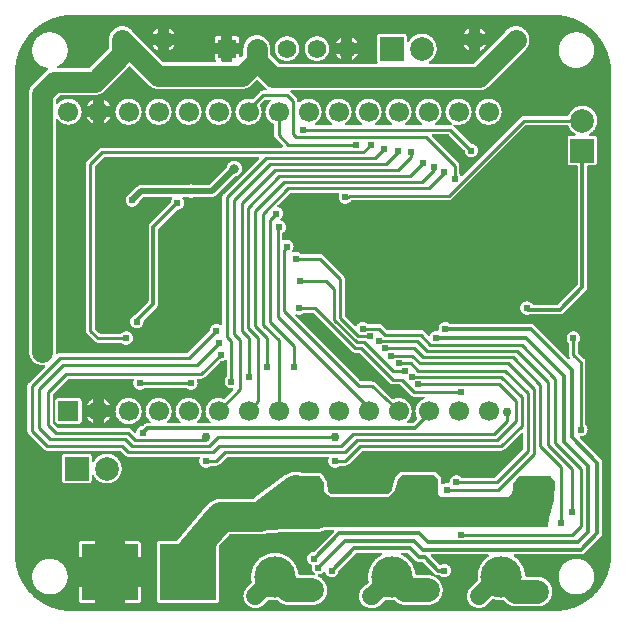
<source format=gbl>
G04 Layer: BottomLayer*
G04 EasyEDA v6.3.43, 2020-06-06T21:57:39--5:00*
G04 e15436741f6a4511bf69b1aef7df7d06,7c1e8d740ba24e6f83eb2d53d3341807,10*
G04 Gerber Generator version 0.2*
G04 Scale: 100 percent, Rotated: No, Reflected: No *
G04 Dimensions in millimeters *
G04 leading zeros omitted , absolute positions ,3 integer and 3 decimal *
%FSLAX33Y33*%
%MOMM*%
G90*
G71D02*

%ADD10C,0.254000*%
%ADD11C,0.299999*%
%ADD12C,1.750009*%
%ADD15C,0.275006*%
%ADD16C,0.499999*%
%ADD18C,0.999998*%
%ADD19C,0.750011*%
%ADD22C,0.620014*%
%ADD23C,0.649986*%
%ADD24C,0.799998*%
%ADD25C,0.610006*%
%ADD26C,1.249985*%
%ADD44C,3.499993*%
%ADD45C,1.999996*%
%ADD46R,4.750003X4.750003*%
%ADD47R,1.999996X1.999996*%
%ADD48C,1.599997*%
%ADD49C,1.574800*%
%ADD50R,1.574800X1.574800*%
%ADD51C,1.699997*%
%ADD52R,1.699997X1.699997*%
%ADD53C,1.499997*%
%ADD54C,2.499995*%

%LPD*%
G36*
G01X45900Y50743D02*
G01X5099Y50743D01*
G01X4999Y50742D01*
G01X4899Y50739D01*
G01X4799Y50734D01*
G01X4700Y50726D01*
G01X4600Y50717D01*
G01X4500Y50706D01*
G01X4401Y50692D01*
G01X4302Y50677D01*
G01X4204Y50659D01*
G01X4106Y50640D01*
G01X4008Y50618D01*
G01X3910Y50595D01*
G01X3814Y50569D01*
G01X3717Y50542D01*
G01X3622Y50512D01*
G01X3527Y50481D01*
G01X3432Y50447D01*
G01X3339Y50412D01*
G01X3246Y50374D01*
G01X3154Y50335D01*
G01X3063Y50294D01*
G01X2972Y50251D01*
G01X2883Y50206D01*
G01X2794Y50159D01*
G01X2707Y50111D01*
G01X2620Y50060D01*
G01X2535Y50008D01*
G01X2450Y49954D01*
G01X2367Y49899D01*
G01X2285Y49841D01*
G01X2204Y49782D01*
G01X2125Y49722D01*
G01X2046Y49659D01*
G01X1969Y49595D01*
G01X1893Y49530D01*
G01X1819Y49463D01*
G01X1746Y49394D01*
G01X1675Y49324D01*
G01X1605Y49253D01*
G01X1536Y49180D01*
G01X1469Y49106D01*
G01X1404Y49030D01*
G01X1340Y48953D01*
G01X1277Y48874D01*
G01X1217Y48795D01*
G01X1158Y48714D01*
G01X1100Y48632D01*
G01X1045Y48549D01*
G01X991Y48464D01*
G01X939Y48379D01*
G01X888Y48292D01*
G01X840Y48205D01*
G01X793Y48116D01*
G01X748Y48027D01*
G01X705Y47936D01*
G01X664Y47845D01*
G01X625Y47753D01*
G01X587Y47660D01*
G01X552Y47567D01*
G01X518Y47472D01*
G01X487Y47377D01*
G01X457Y47282D01*
G01X430Y47185D01*
G01X404Y47089D01*
G01X381Y46991D01*
G01X359Y46893D01*
G01X340Y46795D01*
G01X322Y46697D01*
G01X307Y46598D01*
G01X293Y46499D01*
G01X282Y46399D01*
G01X273Y46299D01*
G01X265Y46200D01*
G01X260Y46100D01*
G01X257Y46000D01*
G01X256Y45900D01*
G01X256Y5099D01*
G01X257Y4999D01*
G01X260Y4899D01*
G01X265Y4799D01*
G01X273Y4700D01*
G01X282Y4600D01*
G01X293Y4500D01*
G01X307Y4401D01*
G01X322Y4302D01*
G01X340Y4204D01*
G01X359Y4106D01*
G01X381Y4008D01*
G01X404Y3910D01*
G01X430Y3814D01*
G01X457Y3717D01*
G01X487Y3622D01*
G01X518Y3527D01*
G01X552Y3432D01*
G01X587Y3339D01*
G01X625Y3246D01*
G01X664Y3154D01*
G01X705Y3063D01*
G01X748Y2972D01*
G01X793Y2883D01*
G01X840Y2794D01*
G01X888Y2707D01*
G01X939Y2620D01*
G01X991Y2535D01*
G01X1045Y2450D01*
G01X1100Y2367D01*
G01X1158Y2285D01*
G01X1217Y2204D01*
G01X1277Y2125D01*
G01X1340Y2046D01*
G01X1404Y1969D01*
G01X1469Y1893D01*
G01X1536Y1819D01*
G01X1605Y1746D01*
G01X1675Y1675D01*
G01X1746Y1605D01*
G01X1819Y1536D01*
G01X1893Y1469D01*
G01X1969Y1404D01*
G01X2046Y1340D01*
G01X2125Y1277D01*
G01X2204Y1217D01*
G01X2285Y1158D01*
G01X2367Y1100D01*
G01X2450Y1045D01*
G01X2535Y991D01*
G01X2620Y939D01*
G01X2707Y888D01*
G01X2794Y840D01*
G01X2883Y793D01*
G01X2972Y748D01*
G01X3063Y705D01*
G01X3154Y664D01*
G01X3246Y625D01*
G01X3339Y587D01*
G01X3432Y552D01*
G01X3527Y518D01*
G01X3622Y487D01*
G01X3717Y457D01*
G01X3814Y430D01*
G01X3910Y404D01*
G01X4008Y381D01*
G01X4106Y359D01*
G01X4204Y340D01*
G01X4302Y322D01*
G01X4401Y307D01*
G01X4500Y293D01*
G01X4600Y282D01*
G01X4700Y273D01*
G01X4799Y265D01*
G01X4899Y260D01*
G01X4999Y257D01*
G01X5099Y256D01*
G01X45900Y256D01*
G01X46000Y257D01*
G01X46100Y260D01*
G01X46200Y265D01*
G01X46299Y273D01*
G01X46399Y282D01*
G01X46499Y293D01*
G01X46598Y307D01*
G01X46697Y322D01*
G01X46795Y340D01*
G01X46893Y359D01*
G01X46991Y381D01*
G01X47089Y404D01*
G01X47185Y430D01*
G01X47282Y457D01*
G01X47377Y487D01*
G01X47472Y518D01*
G01X47567Y552D01*
G01X47660Y587D01*
G01X47753Y625D01*
G01X47845Y664D01*
G01X47936Y705D01*
G01X48027Y748D01*
G01X48116Y793D01*
G01X48205Y840D01*
G01X48292Y888D01*
G01X48379Y939D01*
G01X48464Y991D01*
G01X48549Y1045D01*
G01X48632Y1100D01*
G01X48714Y1158D01*
G01X48795Y1217D01*
G01X48874Y1277D01*
G01X48953Y1340D01*
G01X49030Y1404D01*
G01X49106Y1469D01*
G01X49180Y1536D01*
G01X49253Y1605D01*
G01X49324Y1675D01*
G01X49394Y1746D01*
G01X49463Y1819D01*
G01X49530Y1893D01*
G01X49595Y1969D01*
G01X49659Y2046D01*
G01X49722Y2125D01*
G01X49782Y2204D01*
G01X49841Y2285D01*
G01X49899Y2367D01*
G01X49954Y2450D01*
G01X50008Y2535D01*
G01X50060Y2620D01*
G01X50111Y2707D01*
G01X50159Y2794D01*
G01X50206Y2883D01*
G01X50251Y2972D01*
G01X50294Y3063D01*
G01X50335Y3154D01*
G01X50374Y3246D01*
G01X50412Y3339D01*
G01X50447Y3432D01*
G01X50481Y3527D01*
G01X50512Y3622D01*
G01X50542Y3717D01*
G01X50569Y3814D01*
G01X50595Y3910D01*
G01X50618Y4008D01*
G01X50640Y4106D01*
G01X50659Y4204D01*
G01X50677Y4302D01*
G01X50692Y4401D01*
G01X50706Y4500D01*
G01X50717Y4600D01*
G01X50726Y4700D01*
G01X50734Y4799D01*
G01X50739Y4899D01*
G01X50742Y4999D01*
G01X50743Y5099D01*
G01X50743Y45900D01*
G01X50742Y46000D01*
G01X50739Y46100D01*
G01X50734Y46200D01*
G01X50726Y46299D01*
G01X50717Y46399D01*
G01X50706Y46499D01*
G01X50692Y46598D01*
G01X50677Y46697D01*
G01X50659Y46795D01*
G01X50640Y46893D01*
G01X50618Y46991D01*
G01X50595Y47089D01*
G01X50569Y47185D01*
G01X50542Y47282D01*
G01X50512Y47377D01*
G01X50481Y47472D01*
G01X50447Y47567D01*
G01X50412Y47660D01*
G01X50374Y47753D01*
G01X50335Y47845D01*
G01X50294Y47936D01*
G01X50251Y48027D01*
G01X50206Y48116D01*
G01X50159Y48205D01*
G01X50111Y48292D01*
G01X50060Y48379D01*
G01X50008Y48464D01*
G01X49954Y48549D01*
G01X49899Y48632D01*
G01X49841Y48714D01*
G01X49782Y48795D01*
G01X49722Y48874D01*
G01X49659Y48953D01*
G01X49595Y49030D01*
G01X49530Y49106D01*
G01X49463Y49180D01*
G01X49394Y49253D01*
G01X49324Y49324D01*
G01X49253Y49394D01*
G01X49180Y49463D01*
G01X49106Y49530D01*
G01X49030Y49595D01*
G01X48953Y49659D01*
G01X48874Y49722D01*
G01X48795Y49782D01*
G01X48714Y49841D01*
G01X48632Y49899D01*
G01X48549Y49954D01*
G01X48464Y50008D01*
G01X48379Y50060D01*
G01X48292Y50111D01*
G01X48205Y50159D01*
G01X48116Y50206D01*
G01X48027Y50251D01*
G01X47936Y50294D01*
G01X47845Y50335D01*
G01X47753Y50374D01*
G01X47660Y50412D01*
G01X47567Y50447D01*
G01X47472Y50481D01*
G01X47377Y50512D01*
G01X47282Y50542D01*
G01X47185Y50569D01*
G01X47089Y50595D01*
G01X46991Y50618D01*
G01X46893Y50640D01*
G01X46795Y50659D01*
G01X46697Y50677D01*
G01X46598Y50692D01*
G01X46499Y50706D01*
G01X46399Y50717D01*
G01X46299Y50726D01*
G01X46200Y50734D01*
G01X46100Y50739D01*
G01X46000Y50742D01*
G01X45900Y50743D01*
G37*

%LPC*%
G36*
G01X9387Y49778D02*
G01X9337Y49779D01*
G01X9288Y49778D01*
G01X9239Y49775D01*
G01X9190Y49769D01*
G01X9141Y49762D01*
G01X9092Y49752D01*
G01X9044Y49740D01*
G01X8997Y49726D01*
G01X8950Y49711D01*
G01X8904Y49693D01*
G01X8859Y49673D01*
G01X8814Y49651D01*
G01X8771Y49627D01*
G01X8729Y49601D01*
G01X8688Y49574D01*
G01X8648Y49544D01*
G01X8609Y49513D01*
G01X8572Y49481D01*
G01X8536Y49447D01*
G01X8502Y49411D01*
G01X8470Y49374D01*
G01X8439Y49335D01*
G01X8410Y49295D01*
G01X8382Y49254D01*
G01X8357Y49212D01*
G01X8333Y49168D01*
G01X8311Y49124D01*
G01X8291Y49079D01*
G01X8273Y49032D01*
G01X8258Y48986D01*
G01X8244Y48938D01*
G01X8232Y48890D01*
G01X8223Y48842D01*
G01X8215Y48793D01*
G01X8210Y48744D01*
G01X8207Y48695D01*
G01X8206Y48646D01*
G01X8206Y47916D01*
G01X8205Y47900D01*
G01X8201Y47885D01*
G01X8195Y47870D01*
G01X8187Y47857D01*
G01X8176Y47844D01*
G01X6585Y46253D01*
G01X6572Y46242D01*
G01X6559Y46234D01*
G01X6544Y46228D01*
G01X6529Y46224D01*
G01X6513Y46223D01*
G01X3942Y46223D01*
G01X3927Y46224D01*
G01X3913Y46227D01*
G01X3900Y46232D01*
G01X3887Y46239D01*
G01X3875Y46248D01*
G01X3865Y46258D01*
G01X3856Y46270D01*
G01X3849Y46282D01*
G01X3844Y46296D01*
G01X3841Y46310D01*
G01X3840Y46325D01*
G01X3841Y46341D01*
G01X3845Y46356D01*
G01X3851Y46371D01*
G01X3860Y46384D01*
G01X3870Y46397D01*
G01X3882Y46407D01*
G01X3896Y46415D01*
G01X3946Y46442D01*
G01X3996Y46471D01*
G01X4044Y46501D01*
G01X4091Y46534D01*
G01X4137Y46568D01*
G01X4181Y46604D01*
G01X4225Y46642D01*
G01X4266Y46681D01*
G01X4306Y46721D01*
G01X4345Y46764D01*
G01X4382Y46807D01*
G01X4417Y46852D01*
G01X4451Y46899D01*
G01X4482Y46946D01*
G01X4512Y46995D01*
G01X4540Y47045D01*
G01X4566Y47096D01*
G01X4591Y47148D01*
G01X4613Y47200D01*
G01X4633Y47254D01*
G01X4651Y47308D01*
G01X4667Y47363D01*
G01X4681Y47418D01*
G01X4693Y47474D01*
G01X4703Y47531D01*
G01X4710Y47587D01*
G01X4716Y47644D01*
G01X4719Y47701D01*
G01X4720Y47758D01*
G01X4719Y47815D01*
G01X4716Y47871D01*
G01X4711Y47927D01*
G01X4703Y47983D01*
G01X4694Y48039D01*
G01X4682Y48094D01*
G01X4669Y48148D01*
G01X4653Y48203D01*
G01X4636Y48256D01*
G01X4616Y48309D01*
G01X4594Y48361D01*
G01X4571Y48412D01*
G01X4545Y48462D01*
G01X4518Y48512D01*
G01X4489Y48560D01*
G01X4458Y48607D01*
G01X4426Y48653D01*
G01X4391Y48698D01*
G01X4355Y48741D01*
G01X4318Y48783D01*
G01X4279Y48824D01*
G01X4238Y48863D01*
G01X4196Y48900D01*
G01X4153Y48936D01*
G01X4108Y48971D01*
G01X4062Y49003D01*
G01X4015Y49034D01*
G01X3967Y49063D01*
G01X3917Y49090D01*
G01X3867Y49116D01*
G01X3816Y49139D01*
G01X3764Y49161D01*
G01X3711Y49180D01*
G01X3658Y49198D01*
G01X3603Y49214D01*
G01X3549Y49227D01*
G01X3494Y49239D01*
G01X3438Y49248D01*
G01X3382Y49256D01*
G01X3326Y49261D01*
G01X3270Y49264D01*
G01X3213Y49265D01*
G01X3157Y49264D01*
G01X3101Y49261D01*
G01X3045Y49256D01*
G01X2989Y49248D01*
G01X2933Y49239D01*
G01X2878Y49227D01*
G01X2824Y49214D01*
G01X2769Y49198D01*
G01X2716Y49180D01*
G01X2663Y49161D01*
G01X2611Y49139D01*
G01X2560Y49116D01*
G01X2510Y49090D01*
G01X2460Y49063D01*
G01X2412Y49034D01*
G01X2365Y49003D01*
G01X2319Y48971D01*
G01X2274Y48936D01*
G01X2231Y48900D01*
G01X2189Y48863D01*
G01X2148Y48824D01*
G01X2109Y48783D01*
G01X2072Y48741D01*
G01X2036Y48698D01*
G01X2001Y48653D01*
G01X1969Y48607D01*
G01X1938Y48560D01*
G01X1909Y48512D01*
G01X1882Y48462D01*
G01X1856Y48412D01*
G01X1833Y48361D01*
G01X1811Y48309D01*
G01X1791Y48256D01*
G01X1774Y48203D01*
G01X1758Y48148D01*
G01X1745Y48094D01*
G01X1733Y48039D01*
G01X1724Y47983D01*
G01X1716Y47927D01*
G01X1711Y47871D01*
G01X1708Y47815D01*
G01X1707Y47758D01*
G01X1708Y47702D01*
G01X1711Y47645D01*
G01X1717Y47589D01*
G01X1724Y47532D01*
G01X1734Y47476D01*
G01X1745Y47421D01*
G01X1759Y47366D01*
G01X1775Y47311D01*
G01X1793Y47258D01*
G01X1813Y47204D01*
G01X1834Y47152D01*
G01X1858Y47101D01*
G01X1884Y47050D01*
G01X1912Y47000D01*
G01X1941Y46952D01*
G01X1972Y46905D01*
G01X2005Y46859D01*
G01X2040Y46814D01*
G01X2076Y46770D01*
G01X2114Y46728D01*
G01X2154Y46687D01*
G01X2195Y46648D01*
G01X2238Y46611D01*
G01X2281Y46575D01*
G01X2327Y46541D01*
G01X2373Y46508D01*
G01X2421Y46477D01*
G01X2470Y46448D01*
G01X2519Y46421D01*
G01X2570Y46396D01*
G01X2622Y46373D01*
G01X2675Y46352D01*
G01X2728Y46332D01*
G01X2782Y46315D01*
G01X2837Y46300D01*
G01X2892Y46287D01*
G01X2948Y46276D01*
G01X3004Y46267D01*
G01X3018Y46264D01*
G01X3031Y46259D01*
G01X3044Y46252D01*
G01X3056Y46243D01*
G01X3066Y46233D01*
G01X3075Y46221D01*
G01X3082Y46208D01*
G01X3087Y46195D01*
G01X3090Y46180D01*
G01X3091Y46166D01*
G01X3090Y46151D01*
G01X3086Y46136D01*
G01X3081Y46122D01*
G01X3073Y46108D01*
G01X3063Y46096D01*
G01X3052Y46086D01*
G01X3039Y46077D01*
G01X2995Y46051D01*
G01X2952Y46023D01*
G01X2910Y45993D01*
G01X2870Y45961D01*
G01X2831Y45927D01*
G01X2794Y45892D01*
G01X1778Y44876D01*
G01X1744Y44840D01*
G01X1712Y44803D01*
G01X1681Y44764D01*
G01X1652Y44725D01*
G01X1624Y44683D01*
G01X1599Y44641D01*
G01X1575Y44598D01*
G01X1553Y44554D01*
G01X1533Y44509D01*
G01X1515Y44463D01*
G01X1499Y44416D01*
G01X1485Y44368D01*
G01X1474Y44320D01*
G01X1464Y44272D01*
G01X1457Y44223D01*
G01X1451Y44174D01*
G01X1448Y44125D01*
G01X1447Y44076D01*
G01X1447Y22231D01*
G01X1448Y22183D01*
G01X1451Y22135D01*
G01X1456Y22088D01*
G01X1463Y22040D01*
G01X1472Y21993D01*
G01X1483Y21946D01*
G01X1497Y21900D01*
G01X1512Y21854D01*
G01X1529Y21810D01*
G01X1547Y21765D01*
G01X1568Y21722D01*
G01X1591Y21680D01*
G01X1615Y21638D01*
G01X1641Y21598D01*
G01X1669Y21559D01*
G01X1698Y21521D01*
G01X1729Y21484D01*
G01X1762Y21449D01*
G01X1796Y21415D01*
G01X1831Y21382D01*
G01X1868Y21351D01*
G01X1906Y21322D01*
G01X1945Y21294D01*
G01X1985Y21268D01*
G01X2027Y21244D01*
G01X2069Y21221D01*
G01X2112Y21200D01*
G01X2157Y21181D01*
G01X2202Y21165D01*
G01X2247Y21150D01*
G01X2293Y21136D01*
G01X2340Y21125D01*
G01X2387Y21116D01*
G01X2435Y21109D01*
G01X2483Y21104D01*
G01X2530Y21101D01*
G01X2578Y21100D01*
G01X2632Y21101D01*
G01X2686Y21105D01*
G01X2695Y21105D01*
G01X2710Y21104D01*
G01X2724Y21101D01*
G01X2737Y21096D01*
G01X2750Y21089D01*
G01X2762Y21081D01*
G01X2772Y21070D01*
G01X2781Y21059D01*
G01X2788Y21046D01*
G01X2793Y21032D01*
G01X2796Y21018D01*
G01X2797Y21004D01*
G01X2796Y20988D01*
G01X2792Y20972D01*
G01X2786Y20958D01*
G01X2777Y20944D01*
G01X2767Y20932D01*
G01X1418Y19583D01*
G01X1398Y19561D01*
G01X1379Y19537D01*
G01X1362Y19512D01*
G01X1348Y19486D01*
G01X1335Y19459D01*
G01X1324Y19430D01*
G01X1316Y19401D01*
G01X1310Y19372D01*
G01X1307Y19342D01*
G01X1306Y19312D01*
G01X1306Y15502D01*
G01X1307Y15472D01*
G01X1310Y15442D01*
G01X1316Y15412D01*
G01X1324Y15383D01*
G01X1335Y15355D01*
G01X1348Y15328D01*
G01X1362Y15301D01*
G01X1379Y15276D01*
G01X1398Y15253D01*
G01X1418Y15231D01*
G01X2688Y13961D01*
G01X2710Y13940D01*
G01X2734Y13921D01*
G01X2759Y13905D01*
G01X2785Y13890D01*
G01X2812Y13877D01*
G01X2841Y13867D01*
G01X2870Y13859D01*
G01X2899Y13853D01*
G01X2929Y13849D01*
G01X2959Y13848D01*
G01X9108Y13848D01*
G01X9124Y13847D01*
G01X9140Y13843D01*
G01X9154Y13837D01*
G01X9168Y13829D01*
G01X9180Y13818D01*
G01X9546Y13453D01*
G01X9568Y13432D01*
G01X9592Y13413D01*
G01X9617Y13397D01*
G01X9643Y13382D01*
G01X9670Y13369D01*
G01X9699Y13359D01*
G01X9728Y13351D01*
G01X9757Y13345D01*
G01X9787Y13341D01*
G01X9817Y13340D01*
G01X15814Y13340D01*
G01X15828Y13339D01*
G01X15843Y13336D01*
G01X15856Y13331D01*
G01X15869Y13324D01*
G01X15881Y13315D01*
G01X15891Y13305D01*
G01X15899Y13294D01*
G01X15906Y13281D01*
G01X15911Y13267D01*
G01X15915Y13253D01*
G01X15916Y13239D01*
G01X15915Y13224D01*
G01X15911Y13210D01*
G01X15906Y13196D01*
G01X15893Y13164D01*
G01X15881Y13132D01*
G01X15872Y13098D01*
G01X15865Y13064D01*
G01X15859Y13030D01*
G01X15856Y12995D01*
G01X15855Y12960D01*
G01X15856Y12926D01*
G01X15859Y12892D01*
G01X15864Y12858D01*
G01X15871Y12825D01*
G01X15881Y12792D01*
G01X15892Y12760D01*
G01X15905Y12728D01*
G01X15920Y12697D01*
G01X15937Y12667D01*
G01X15955Y12639D01*
G01X15976Y12611D01*
G01X15997Y12585D01*
G01X16021Y12560D01*
G01X16046Y12536D01*
G01X16072Y12514D01*
G01X16100Y12494D01*
G01X16128Y12476D01*
G01X16158Y12459D01*
G01X16189Y12444D01*
G01X16221Y12431D01*
G01X16253Y12420D01*
G01X16286Y12410D01*
G01X16319Y12403D01*
G01X16353Y12398D01*
G01X16387Y12395D01*
G01X16421Y12394D01*
G01X16457Y12395D01*
G01X16493Y12398D01*
G01X16528Y12404D01*
G01X16563Y12412D01*
G01X16597Y12422D01*
G01X16630Y12434D01*
G01X16663Y12448D01*
G01X16695Y12464D01*
G01X16726Y12482D01*
G01X16755Y12502D01*
G01X16783Y12524D01*
G01X16810Y12548D01*
G01X16822Y12558D01*
G01X16835Y12565D01*
G01X16849Y12571D01*
G01X16864Y12574D01*
G01X16880Y12576D01*
G01X17310Y12576D01*
G01X17340Y12577D01*
G01X17370Y12580D01*
G01X17400Y12586D01*
G01X17429Y12594D01*
G01X17457Y12605D01*
G01X17485Y12618D01*
G01X17511Y12632D01*
G01X17536Y12649D01*
G01X17560Y12668D01*
G01X17582Y12688D01*
G01X18202Y13310D01*
G01X18214Y13321D01*
G01X18227Y13329D01*
G01X18242Y13335D01*
G01X18258Y13339D01*
G01X18274Y13340D01*
G01X26736Y13340D01*
G01X26750Y13339D01*
G01X26765Y13336D01*
G01X26778Y13331D01*
G01X26791Y13324D01*
G01X26803Y13315D01*
G01X26813Y13305D01*
G01X26821Y13294D01*
G01X26828Y13281D01*
G01X26833Y13267D01*
G01X26837Y13253D01*
G01X26838Y13239D01*
G01X26837Y13224D01*
G01X26833Y13210D01*
G01X26828Y13196D01*
G01X26815Y13164D01*
G01X26803Y13132D01*
G01X26794Y13098D01*
G01X26787Y13064D01*
G01X26781Y13030D01*
G01X26778Y12995D01*
G01X26777Y12960D01*
G01X26778Y12926D01*
G01X26781Y12892D01*
G01X26786Y12858D01*
G01X26793Y12825D01*
G01X26803Y12792D01*
G01X26814Y12760D01*
G01X26827Y12728D01*
G01X26842Y12697D01*
G01X26859Y12667D01*
G01X26877Y12639D01*
G01X26898Y12611D01*
G01X26919Y12585D01*
G01X26943Y12560D01*
G01X26968Y12536D01*
G01X26994Y12514D01*
G01X27022Y12494D01*
G01X27050Y12476D01*
G01X27080Y12459D01*
G01X27111Y12444D01*
G01X27143Y12431D01*
G01X27175Y12420D01*
G01X27208Y12410D01*
G01X27241Y12403D01*
G01X27275Y12398D01*
G01X27309Y12395D01*
G01X27343Y12394D01*
G01X27379Y12395D01*
G01X27415Y12398D01*
G01X27450Y12404D01*
G01X27485Y12412D01*
G01X27519Y12422D01*
G01X27552Y12434D01*
G01X27585Y12448D01*
G01X27617Y12464D01*
G01X27648Y12482D01*
G01X27677Y12502D01*
G01X27705Y12524D01*
G01X27732Y12548D01*
G01X27744Y12558D01*
G01X27757Y12565D01*
G01X27771Y12571D01*
G01X27786Y12574D01*
G01X27802Y12576D01*
G01X28232Y12576D01*
G01X28262Y12577D01*
G01X28292Y12580D01*
G01X28322Y12586D01*
G01X28351Y12594D01*
G01X28379Y12605D01*
G01X28407Y12618D01*
G01X28433Y12632D01*
G01X28458Y12649D01*
G01X28482Y12668D01*
G01X28504Y12688D01*
G01X29632Y13818D01*
G01X29644Y13829D01*
G01X29657Y13837D01*
G01X29672Y13843D01*
G01X29688Y13847D01*
G01X29703Y13848D01*
G01X41440Y13848D01*
G01X41470Y13849D01*
G01X41500Y13853D01*
G01X41530Y13859D01*
G01X41559Y13867D01*
G01X41587Y13877D01*
G01X41614Y13890D01*
G01X41640Y13905D01*
G01X41665Y13921D01*
G01X41689Y13940D01*
G01X41711Y13960D01*
G01X43113Y15360D01*
G01X43126Y15371D01*
G01X43139Y15379D01*
G01X43154Y15385D01*
G01X43169Y15389D01*
G01X43185Y15390D01*
G01X43200Y15389D01*
G01X43214Y15386D01*
G01X43227Y15381D01*
G01X43240Y15374D01*
G01X43252Y15365D01*
G01X43262Y15355D01*
G01X43271Y15343D01*
G01X43278Y15331D01*
G01X43283Y15317D01*
G01X43286Y15303D01*
G01X43287Y15289D01*
G01X43287Y13993D01*
G01X43286Y13977D01*
G01X43282Y13962D01*
G01X43276Y13947D01*
G01X43267Y13934D01*
G01X43257Y13921D01*
G01X40930Y11594D01*
G01X40918Y11584D01*
G01X40904Y11576D01*
G01X40890Y11570D01*
G01X40874Y11566D01*
G01X40858Y11565D01*
G01X38091Y11565D01*
G01X38076Y11566D01*
G01X38061Y11569D01*
G01X38046Y11575D01*
G01X38033Y11583D01*
G01X38021Y11593D01*
G01X37994Y11617D01*
G01X37966Y11639D01*
G01X37937Y11659D01*
G01X37906Y11678D01*
G01X37874Y11694D01*
G01X37841Y11708D01*
G01X37807Y11721D01*
G01X37773Y11731D01*
G01X37738Y11739D01*
G01X37702Y11744D01*
G01X37666Y11748D01*
G01X37630Y11749D01*
G01X37596Y11748D01*
G01X37561Y11745D01*
G01X37527Y11739D01*
G01X37493Y11732D01*
G01X37460Y11723D01*
G01X37427Y11711D01*
G01X37395Y11698D01*
G01X37364Y11682D01*
G01X37334Y11665D01*
G01X37305Y11646D01*
G01X37277Y11625D01*
G01X37251Y11603D01*
G01X37226Y11579D01*
G01X37202Y11553D01*
G01X37180Y11526D01*
G01X37160Y11498D01*
G01X37142Y11469D01*
G01X37125Y11438D01*
G01X37110Y11407D01*
G01X37097Y11375D01*
G01X37087Y11342D01*
G01X37078Y11308D01*
G01X37071Y11274D01*
G01X37067Y11239D01*
G01X37064Y11205D01*
G01X37063Y11189D01*
G01X37058Y11174D01*
G01X37052Y11160D01*
G01X37044Y11147D01*
G01X37033Y11136D01*
G01X37021Y11126D01*
G01X37008Y11118D01*
G01X36994Y11112D01*
G01X36978Y11108D01*
G01X36963Y11107D01*
G01X36949Y11108D01*
G01X36909Y11113D01*
G01X36868Y11114D01*
G01X36832Y11113D01*
G01X36795Y11109D01*
G01X36759Y11103D01*
G01X36723Y11095D01*
G01X36688Y11084D01*
G01X36653Y11072D01*
G01X36620Y11057D01*
G01X36587Y11039D01*
G01X36556Y11020D01*
G01X36526Y10999D01*
G01X36512Y10990D01*
G01X36497Y10983D01*
G01X36481Y10979D01*
G01X36465Y10978D01*
G01X36450Y10979D01*
G01X36436Y10982D01*
G01X36422Y10987D01*
G01X36410Y10994D01*
G01X36398Y11003D01*
G01X36388Y11013D01*
G01X36379Y11025D01*
G01X36372Y11038D01*
G01X36367Y11051D01*
G01X36364Y11065D01*
G01X36363Y11080D01*
G01X36363Y11436D01*
G01X36362Y11462D01*
G01X36358Y11486D01*
G01X36352Y11511D01*
G01X36343Y11535D01*
G01X36333Y11557D01*
G01X36320Y11579D01*
G01X36305Y11599D01*
G01X36288Y11618D01*
G01X35907Y11999D01*
G01X35888Y12016D01*
G01X35868Y12031D01*
G01X35846Y12044D01*
G01X35824Y12054D01*
G01X35800Y12063D01*
G01X35776Y12069D01*
G01X35751Y12073D01*
G01X35725Y12074D01*
G01X33058Y12074D01*
G01X33033Y12073D01*
G01X33008Y12069D01*
G01X32984Y12063D01*
G01X32960Y12054D01*
G01X32938Y12044D01*
G01X32916Y12031D01*
G01X32896Y12016D01*
G01X32877Y11999D01*
G01X32496Y11618D01*
G01X32480Y11600D01*
G01X32466Y11581D01*
G01X32453Y11561D01*
G01X32443Y11539D01*
G01X32434Y11517D01*
G01X32428Y11494D01*
G01X32219Y10590D01*
G01X32213Y10572D01*
G01X32204Y10556D01*
G01X32192Y10541D01*
G01X31829Y10179D01*
G01X31817Y10168D01*
G01X31804Y10160D01*
G01X31789Y10154D01*
G01X31773Y10150D01*
G01X31757Y10149D01*
G01X27117Y10149D01*
G01X27101Y10150D01*
G01X27085Y10154D01*
G01X27070Y10161D01*
G01X27057Y10169D01*
G01X26772Y10383D01*
G01X26761Y10392D01*
G01X26751Y10404D01*
G01X26743Y10417D01*
G01X26737Y10431D01*
G01X26733Y10445D01*
G01X26732Y10460D01*
G01X26711Y11064D01*
G01X26709Y11090D01*
G01X26704Y11116D01*
G01X26697Y11141D01*
G01X26687Y11165D01*
G01X26674Y11187D01*
G01X26293Y11822D01*
G01X26280Y11842D01*
G01X26265Y11861D01*
G01X26248Y11878D01*
G01X26230Y11894D01*
G01X26210Y11908D01*
G01X26189Y11919D01*
G01X26167Y11929D01*
G01X26145Y11937D01*
G01X26121Y11943D01*
G01X26097Y11946D01*
G01X26073Y11947D01*
G01X24618Y11947D01*
G01X24600Y11949D01*
G01X24582Y11954D01*
G01X24524Y11975D01*
G01X24466Y11993D01*
G01X24406Y12009D01*
G01X24346Y12023D01*
G01X24286Y12034D01*
G01X24225Y12043D01*
G01X24164Y12049D01*
G01X24103Y12053D01*
G01X24041Y12054D01*
G01X23984Y12053D01*
G01X23928Y12050D01*
G01X23871Y12044D01*
G01X23814Y12037D01*
G01X23758Y12027D01*
G01X23702Y12015D01*
G01X23647Y12001D01*
G01X23592Y11986D01*
G01X23538Y11967D01*
G01X23485Y11947D01*
G01X23432Y11925D01*
G01X23381Y11901D01*
G01X23330Y11875D01*
G01X23280Y11847D01*
G01X23231Y11818D01*
G01X23184Y11786D01*
G01X23138Y11753D01*
G01X20519Y9789D01*
G01X20506Y9781D01*
G01X20491Y9774D01*
G01X20475Y9770D01*
G01X20459Y9769D01*
G01X17691Y9768D01*
G01X17634Y9767D01*
G01X17577Y9764D01*
G01X17521Y9758D01*
G01X17464Y9751D01*
G01X17408Y9741D01*
G01X17352Y9729D01*
G01X17297Y9716D01*
G01X17243Y9700D01*
G01X17189Y9682D01*
G01X17135Y9662D01*
G01X17083Y9640D01*
G01X17031Y9616D01*
G01X16981Y9590D01*
G01X16931Y9562D01*
G01X16882Y9532D01*
G01X16835Y9501D01*
G01X16789Y9468D01*
G01X16744Y9433D01*
G01X16700Y9396D01*
G01X16658Y9358D01*
G01X16618Y9318D01*
G01X16578Y9277D01*
G01X16541Y9234D01*
G01X14002Y6230D01*
G01X13992Y6220D01*
G01X13980Y6211D01*
G01X13967Y6204D01*
G01X13954Y6198D01*
G01X13939Y6195D01*
G01X13925Y6194D01*
G01X12522Y6194D01*
G01X12499Y6193D01*
G01X12475Y6190D01*
G01X12452Y6184D01*
G01X12430Y6177D01*
G01X12408Y6167D01*
G01X12387Y6156D01*
G01X12368Y6142D01*
G01X12350Y6127D01*
G01X12333Y6110D01*
G01X12318Y6092D01*
G01X12304Y6073D01*
G01X12293Y6052D01*
G01X12283Y6030D01*
G01X12276Y6008D01*
G01X12270Y5985D01*
G01X12267Y5961D01*
G01X12266Y5938D01*
G01X12266Y1188D01*
G01X12267Y1164D01*
G01X12270Y1140D01*
G01X12276Y1117D01*
G01X12283Y1095D01*
G01X12293Y1073D01*
G01X12304Y1052D01*
G01X12318Y1033D01*
G01X12333Y1015D01*
G01X12350Y998D01*
G01X12368Y983D01*
G01X12387Y969D01*
G01X12408Y958D01*
G01X12430Y948D01*
G01X12452Y941D01*
G01X12475Y935D01*
G01X12499Y932D01*
G01X12522Y931D01*
G01X17272Y931D01*
G01X17296Y932D01*
G01X17320Y935D01*
G01X17343Y941D01*
G01X17365Y948D01*
G01X17387Y958D01*
G01X17408Y969D01*
G01X17427Y983D01*
G01X17445Y998D01*
G01X17462Y1015D01*
G01X17477Y1033D01*
G01X17491Y1052D01*
G01X17502Y1073D01*
G01X17512Y1095D01*
G01X17519Y1117D01*
G01X17525Y1140D01*
G01X17528Y1164D01*
G01X17529Y1188D01*
G01X17529Y5698D01*
G01X17531Y5716D01*
G01X17535Y5733D01*
G01X17543Y5749D01*
G01X17553Y5764D01*
G01X18361Y6719D01*
G01X18371Y6730D01*
G01X18383Y6739D01*
G01X18395Y6746D01*
G01X18409Y6751D01*
G01X18423Y6754D01*
G01X18438Y6755D01*
G01X20995Y6756D01*
G01X21051Y6757D01*
G01X21107Y6760D01*
G01X21163Y6766D01*
G01X21219Y6773D01*
G01X21274Y6782D01*
G01X21329Y6794D01*
G01X21383Y6807D01*
G01X21437Y6823D01*
G01X21490Y6840D01*
G01X21543Y6859D01*
G01X21558Y6864D01*
G01X21573Y6866D01*
G01X23412Y6989D01*
G01X25946Y6989D01*
G01X25972Y6990D01*
G01X25997Y6994D01*
G01X26632Y7121D01*
G01X26666Y7130D01*
G01X26683Y7135D01*
G01X26700Y7136D01*
G01X27174Y7136D01*
G01X27189Y7135D01*
G01X27203Y7132D01*
G01X27217Y7127D01*
G01X27229Y7120D01*
G01X27241Y7111D01*
G01X27251Y7101D01*
G01X27260Y7089D01*
G01X27267Y7077D01*
G01X27272Y7063D01*
G01X27275Y7049D01*
G01X27276Y7034D01*
G01X27275Y7018D01*
G01X27271Y7003D01*
G01X27265Y6988D01*
G01X27257Y6975D01*
G01X27246Y6963D01*
G01X25586Y5300D01*
G01X25575Y5290D01*
G01X25563Y5283D01*
G01X25550Y5277D01*
G01X25536Y5272D01*
G01X25522Y5270D01*
G01X25486Y5266D01*
G01X25452Y5260D01*
G01X25417Y5252D01*
G01X25384Y5242D01*
G01X25351Y5230D01*
G01X25319Y5215D01*
G01X25287Y5199D01*
G01X25257Y5181D01*
G01X25228Y5161D01*
G01X25201Y5139D01*
G01X25174Y5115D01*
G01X25150Y5090D01*
G01X25127Y5064D01*
G01X25105Y5036D01*
G01X25085Y5006D01*
G01X25068Y4976D01*
G01X25052Y4944D01*
G01X25038Y4912D01*
G01X25026Y4879D01*
G01X25016Y4845D01*
G01X25009Y4811D01*
G01X25003Y4776D01*
G01X25000Y4741D01*
G01X24999Y4705D01*
G01X25000Y4671D01*
G01X25003Y4637D01*
G01X25008Y4603D01*
G01X25016Y4569D01*
G01X25025Y4536D01*
G01X25036Y4503D01*
G01X25049Y4472D01*
G01X25065Y4441D01*
G01X25082Y4411D01*
G01X25100Y4382D01*
G01X25121Y4354D01*
G01X25143Y4328D01*
G01X25167Y4303D01*
G01X25192Y4279D01*
G01X25246Y4237D01*
G01X25275Y4219D01*
G01X25306Y4202D01*
G01X25337Y4187D01*
G01X25350Y4180D01*
G01X25361Y4172D01*
G01X25372Y4161D01*
G01X25381Y4150D01*
G01X25388Y4137D01*
G01X25393Y4123D01*
G01X25396Y4109D01*
G01X25397Y4094D01*
G01X25395Y4071D01*
G01X25386Y4029D01*
G01X25382Y3986D01*
G01X25380Y3943D01*
G01X25381Y3909D01*
G01X25384Y3875D01*
G01X25389Y3840D01*
G01X25397Y3807D01*
G01X25406Y3773D01*
G01X25417Y3741D01*
G01X25431Y3709D01*
G01X25446Y3678D01*
G01X25463Y3648D01*
G01X25482Y3619D01*
G01X25503Y3591D01*
G01X25525Y3565D01*
G01X25549Y3540D01*
G01X25574Y3516D01*
G01X25601Y3494D01*
G01X25629Y3474D01*
G01X25642Y3464D01*
G01X25653Y3452D01*
G01X25662Y3438D01*
G01X25668Y3423D01*
G01X25672Y3407D01*
G01X25674Y3390D01*
G01X25673Y3376D01*
G01X25670Y3361D01*
G01X25665Y3348D01*
G01X25658Y3335D01*
G01X25649Y3324D01*
G01X25639Y3313D01*
G01X25627Y3305D01*
G01X25614Y3298D01*
G01X25601Y3293D01*
G01X25587Y3289D01*
G01X25572Y3288D01*
G01X25562Y3289D01*
G01X25500Y3294D01*
G01X25438Y3295D01*
G01X24361Y3295D01*
G01X24346Y3296D01*
G01X24331Y3299D01*
G01X24317Y3305D01*
G01X24304Y3312D01*
G01X24293Y3321D01*
G01X24282Y3332D01*
G01X24274Y3344D01*
G01X24267Y3357D01*
G01X24262Y3372D01*
G01X24260Y3386D01*
G01X24252Y3450D01*
G01X24242Y3513D01*
G01X24231Y3576D01*
G01X24217Y3639D01*
G01X24202Y3701D01*
G01X24184Y3763D01*
G01X24165Y3824D01*
G01X24143Y3884D01*
G01X24120Y3944D01*
G01X24094Y4002D01*
G01X24067Y4060D01*
G01X24038Y4118D01*
G01X24008Y4174D01*
G01X23975Y4229D01*
G01X23941Y4283D01*
G01X23905Y4336D01*
G01X23867Y4388D01*
G01X23828Y4438D01*
G01X23787Y4488D01*
G01X23744Y4536D01*
G01X23700Y4582D01*
G01X23655Y4627D01*
G01X23608Y4671D01*
G01X23560Y4713D01*
G01X23510Y4754D01*
G01X23459Y4793D01*
G01X23407Y4830D01*
G01X23354Y4866D01*
G01X23300Y4900D01*
G01X23244Y4932D01*
G01X23188Y4962D01*
G01X23131Y4991D01*
G01X23073Y5018D01*
G01X23014Y5043D01*
G01X22954Y5066D01*
G01X22893Y5087D01*
G01X22832Y5106D01*
G01X22770Y5123D01*
G01X22708Y5138D01*
G01X22646Y5151D01*
G01X22582Y5163D01*
G01X22519Y5172D01*
G01X22455Y5179D01*
G01X22392Y5184D01*
G01X22328Y5187D01*
G01X22263Y5188D01*
G01X22199Y5187D01*
G01X22135Y5184D01*
G01X22071Y5179D01*
G01X22007Y5172D01*
G01X21943Y5162D01*
G01X21880Y5151D01*
G01X21817Y5138D01*
G01X21755Y5122D01*
G01X21693Y5105D01*
G01X21631Y5086D01*
G01X21571Y5065D01*
G01X21511Y5041D01*
G01X21451Y5016D01*
G01X21393Y4989D01*
G01X21335Y4961D01*
G01X21279Y4930D01*
G01X21223Y4897D01*
G01X21169Y4863D01*
G01X21116Y4827D01*
G01X21063Y4790D01*
G01X21012Y4750D01*
G01X20963Y4709D01*
G01X20914Y4667D01*
G01X20868Y4623D01*
G01X20822Y4577D01*
G01X20778Y4531D01*
G01X20736Y4482D01*
G01X20695Y4433D01*
G01X20655Y4382D01*
G01X20618Y4330D01*
G01X20582Y4276D01*
G01X20548Y4222D01*
G01X20515Y4166D01*
G01X20484Y4110D01*
G01X20456Y4052D01*
G01X20429Y3994D01*
G01X20404Y3935D01*
G01X20380Y3875D01*
G01X20359Y3814D01*
G01X20340Y3752D01*
G01X20323Y3691D01*
G01X20307Y3628D01*
G01X20294Y3565D01*
G01X20283Y3502D01*
G01X20273Y3438D01*
G01X20266Y3374D01*
G01X20261Y3310D01*
G01X20258Y3246D01*
G01X20257Y3182D01*
G01X20258Y3115D01*
G01X20261Y3049D01*
G01X20267Y2982D01*
G01X20275Y2916D01*
G01X20284Y2851D01*
G01X20296Y2785D01*
G01X20311Y2720D01*
G01X20313Y2697D01*
G01X20312Y2681D01*
G01X20308Y2666D01*
G01X20302Y2651D01*
G01X20294Y2637D01*
G01X20284Y2625D01*
G01X19901Y2242D01*
G01X19869Y2209D01*
G01X19838Y2174D01*
G01X19809Y2137D01*
G01X19782Y2099D01*
G01X19757Y2060D01*
G01X19733Y2020D01*
G01X19711Y1979D01*
G01X19692Y1937D01*
G01X19674Y1894D01*
G01X19658Y1850D01*
G01X19644Y1806D01*
G01X19633Y1761D01*
G01X19623Y1715D01*
G01X19616Y1670D01*
G01X19610Y1623D01*
G01X19607Y1577D01*
G01X19606Y1531D01*
G01X19607Y1484D01*
G01X19610Y1438D01*
G01X19616Y1391D01*
G01X19623Y1346D01*
G01X19633Y1300D01*
G01X19644Y1255D01*
G01X19658Y1211D01*
G01X19674Y1167D01*
G01X19692Y1124D01*
G01X19711Y1082D01*
G01X19733Y1041D01*
G01X19757Y1001D01*
G01X19782Y962D01*
G01X19809Y924D01*
G01X19838Y887D01*
G01X19869Y852D01*
G01X19901Y819D01*
G01X19934Y787D01*
G01X19969Y756D01*
G01X20006Y727D01*
G01X20044Y700D01*
G01X20083Y675D01*
G01X20123Y651D01*
G01X20164Y629D01*
G01X20206Y610D01*
G01X20249Y592D01*
G01X20293Y576D01*
G01X20337Y562D01*
G01X20382Y551D01*
G01X20428Y541D01*
G01X20473Y534D01*
G01X20520Y528D01*
G01X20566Y525D01*
G01X20612Y524D01*
G01X20659Y525D01*
G01X20705Y528D01*
G01X20752Y534D01*
G01X20797Y541D01*
G01X20843Y551D01*
G01X20888Y562D01*
G01X20932Y576D01*
G01X20976Y592D01*
G01X21019Y610D01*
G01X21061Y629D01*
G01X21102Y651D01*
G01X21142Y675D01*
G01X21181Y700D01*
G01X21219Y727D01*
G01X21255Y756D01*
G01X21291Y787D01*
G01X21324Y819D01*
G01X21707Y1202D01*
G01X21719Y1212D01*
G01X21733Y1220D01*
G01X21748Y1226D01*
G01X21763Y1230D01*
G01X21779Y1231D01*
G01X21802Y1229D01*
G01X21867Y1215D01*
G01X21933Y1202D01*
G01X21998Y1193D01*
G01X22064Y1185D01*
G01X22131Y1179D01*
G01X22197Y1176D01*
G01X22263Y1175D01*
G01X22349Y1177D01*
G01X22435Y1182D01*
G01X22443Y1183D01*
G01X22459Y1181D01*
G01X22475Y1178D01*
G01X22489Y1172D01*
G01X22503Y1163D01*
G01X22515Y1153D01*
G01X22518Y1150D01*
G01X22555Y1114D01*
G01X22594Y1080D01*
G01X22635Y1047D01*
G01X22676Y1016D01*
G01X22719Y987D01*
G01X22763Y959D01*
G01X22808Y933D01*
G01X22855Y910D01*
G01X22902Y888D01*
G01X22950Y868D01*
G01X22998Y850D01*
G01X23048Y834D01*
G01X23098Y820D01*
G01X23149Y809D01*
G01X23200Y799D01*
G01X23251Y792D01*
G01X23303Y786D01*
G01X23355Y783D01*
G01X23406Y782D01*
G01X25438Y782D01*
G01X25489Y783D01*
G01X25540Y786D01*
G01X25590Y791D01*
G01X25640Y798D01*
G01X25690Y807D01*
G01X25739Y818D01*
G01X25788Y832D01*
G01X25836Y847D01*
G01X25884Y864D01*
G01X25931Y883D01*
G01X25977Y903D01*
G01X26022Y926D01*
G01X26067Y950D01*
G01X26110Y976D01*
G01X26152Y1004D01*
G01X26193Y1034D01*
G01X26233Y1065D01*
G01X26272Y1098D01*
G01X26309Y1132D01*
G01X26345Y1168D01*
G01X26379Y1205D01*
G01X26412Y1244D01*
G01X26443Y1284D01*
G01X26473Y1325D01*
G01X26501Y1367D01*
G01X26527Y1410D01*
G01X26551Y1455D01*
G01X26574Y1500D01*
G01X26594Y1546D01*
G01X26613Y1593D01*
G01X26630Y1641D01*
G01X26645Y1689D01*
G01X26659Y1738D01*
G01X26670Y1787D01*
G01X26679Y1837D01*
G01X26686Y1887D01*
G01X26691Y1937D01*
G01X26694Y1988D01*
G01X26695Y2039D01*
G01X26694Y2090D01*
G01X26691Y2141D01*
G01X26686Y2193D01*
G01X26678Y2244D01*
G01X26669Y2294D01*
G01X26657Y2345D01*
G01X26644Y2394D01*
G01X26628Y2443D01*
G01X26610Y2492D01*
G01X26591Y2539D01*
G01X26569Y2586D01*
G01X26546Y2632D01*
G01X26521Y2677D01*
G01X26494Y2721D01*
G01X26465Y2764D01*
G01X26434Y2805D01*
G01X26402Y2845D01*
G01X26368Y2884D01*
G01X26333Y2921D01*
G01X26296Y2957D01*
G01X26257Y2992D01*
G01X26218Y3024D01*
G01X26176Y3056D01*
G01X26134Y3085D01*
G01X26091Y3113D01*
G01X26046Y3138D01*
G01X26000Y3162D01*
G01X25954Y3184D01*
G01X25941Y3191D01*
G01X25929Y3200D01*
G01X25919Y3210D01*
G01X25910Y3222D01*
G01X25903Y3235D01*
G01X25898Y3248D01*
G01X25895Y3263D01*
G01X25894Y3277D01*
G01X25895Y3292D01*
G01X25899Y3307D01*
G01X25904Y3321D01*
G01X25912Y3334D01*
G01X25921Y3346D01*
G01X25932Y3357D01*
G01X25945Y3365D01*
G01X25959Y3372D01*
G01X25973Y3376D01*
G01X25988Y3378D01*
G01X26025Y3382D01*
G01X26061Y3389D01*
G01X26096Y3397D01*
G01X26131Y3408D01*
G01X26165Y3421D01*
G01X26199Y3436D01*
G01X26231Y3454D01*
G01X26262Y3473D01*
G01X26292Y3494D01*
G01X26320Y3518D01*
G01X26347Y3543D01*
G01X26372Y3569D01*
G01X26382Y3579D01*
G01X26394Y3588D01*
G01X26406Y3595D01*
G01X26420Y3600D01*
G01X26434Y3603D01*
G01X26448Y3604D01*
G01X26463Y3603D01*
G01X26477Y3600D01*
G01X26490Y3595D01*
G01X26503Y3588D01*
G01X26515Y3579D01*
G01X26525Y3569D01*
G01X26534Y3557D01*
G01X26541Y3544D01*
G01X26546Y3531D01*
G01X26556Y3498D01*
G01X26569Y3465D01*
G01X26584Y3434D01*
G01X26600Y3403D01*
G01X26619Y3374D01*
G01X26639Y3346D01*
G01X26661Y3319D01*
G01X26684Y3293D01*
G01X26709Y3269D01*
G01X26736Y3247D01*
G01X26764Y3226D01*
G01X26793Y3207D01*
G01X26823Y3190D01*
G01X26854Y3174D01*
G01X26886Y3161D01*
G01X26919Y3149D01*
G01X26952Y3140D01*
G01X26986Y3132D01*
G01X27020Y3127D01*
G01X27055Y3124D01*
G01X27089Y3123D01*
G01X27125Y3124D01*
G01X27160Y3127D01*
G01X27195Y3133D01*
G01X27229Y3140D01*
G01X27263Y3150D01*
G01X27296Y3162D01*
G01X27329Y3176D01*
G01X27360Y3192D01*
G01X27391Y3210D01*
G01X27420Y3229D01*
G01X27448Y3251D01*
G01X27475Y3274D01*
G01X27500Y3299D01*
G01X27523Y3325D01*
G01X27545Y3353D01*
G01X27565Y3382D01*
G01X27583Y3412D01*
G01X27600Y3443D01*
G01X27614Y3475D01*
G01X27626Y3508D01*
G01X27637Y3542D01*
G01X27645Y3576D01*
G01X27651Y3611D01*
G01X27654Y3646D01*
G01X27656Y3661D01*
G01X27661Y3674D01*
G01X27667Y3687D01*
G01X27674Y3700D01*
G01X29133Y5159D01*
G01X29145Y5170D01*
G01X29159Y5178D01*
G01X29173Y5184D01*
G01X29189Y5188D01*
G01X29205Y5189D01*
G01X31269Y5189D01*
G01X31283Y5188D01*
G01X31297Y5185D01*
G01X31311Y5180D01*
G01X31324Y5173D01*
G01X31335Y5164D01*
G01X31346Y5154D01*
G01X31354Y5143D01*
G01X31361Y5130D01*
G01X31366Y5116D01*
G01X31369Y5102D01*
G01X31370Y5088D01*
G01X31369Y5071D01*
G01X31365Y5055D01*
G01X31359Y5040D01*
G01X31350Y5026D01*
G01X31339Y5014D01*
G01X31326Y5004D01*
G01X31312Y4996D01*
G01X31254Y4967D01*
G01X31197Y4937D01*
G01X31141Y4904D01*
G01X31086Y4870D01*
G01X31032Y4834D01*
G01X30979Y4797D01*
G01X30928Y4758D01*
G01X30877Y4717D01*
G01X30829Y4674D01*
G01X30781Y4630D01*
G01X30735Y4585D01*
G01X30691Y4538D01*
G01X30648Y4489D01*
G01X30606Y4440D01*
G01X30566Y4388D01*
G01X30528Y4336D01*
G01X30492Y4283D01*
G01X30457Y4228D01*
G01X30424Y4172D01*
G01X30393Y4115D01*
G01X30364Y4057D01*
G01X30337Y3999D01*
G01X30312Y3939D01*
G01X30288Y3879D01*
G01X30266Y3818D01*
G01X30247Y3756D01*
G01X30229Y3694D01*
G01X30214Y3631D01*
G01X30200Y3568D01*
G01X30189Y3504D01*
G01X30180Y3440D01*
G01X30172Y3375D01*
G01X30167Y3311D01*
G01X30164Y3246D01*
G01X30163Y3182D01*
G01X30164Y3115D01*
G01X30167Y3049D01*
G01X30173Y2982D01*
G01X30181Y2916D01*
G01X30190Y2851D01*
G01X30202Y2785D01*
G01X30217Y2720D01*
G01X30219Y2697D01*
G01X30218Y2681D01*
G01X30214Y2666D01*
G01X30208Y2651D01*
G01X30200Y2637D01*
G01X30190Y2625D01*
G01X30052Y2488D01*
G01X30036Y2475D01*
G01X30018Y2465D01*
G01X29976Y2447D01*
G01X29934Y2427D01*
G01X29894Y2405D01*
G01X29854Y2382D01*
G01X29816Y2356D01*
G01X29779Y2329D01*
G01X29743Y2300D01*
G01X29708Y2269D01*
G01X29675Y2237D01*
G01X29643Y2204D01*
G01X29613Y2169D01*
G01X29585Y2133D01*
G01X29558Y2095D01*
G01X29533Y2056D01*
G01X29510Y2016D01*
G01X29489Y1976D01*
G01X29469Y1934D01*
G01X29452Y1891D01*
G01X29436Y1848D01*
G01X29423Y1804D01*
G01X29411Y1759D01*
G01X29402Y1714D01*
G01X29394Y1668D01*
G01X29389Y1623D01*
G01X29386Y1577D01*
G01X29385Y1531D01*
G01X29386Y1484D01*
G01X29389Y1438D01*
G01X29395Y1391D01*
G01X29402Y1346D01*
G01X29412Y1300D01*
G01X29423Y1255D01*
G01X29437Y1211D01*
G01X29453Y1167D01*
G01X29471Y1124D01*
G01X29490Y1082D01*
G01X29512Y1041D01*
G01X29536Y1001D01*
G01X29561Y962D01*
G01X29588Y924D01*
G01X29617Y887D01*
G01X29648Y852D01*
G01X29680Y819D01*
G01X29713Y787D01*
G01X29748Y756D01*
G01X29785Y727D01*
G01X29823Y700D01*
G01X29862Y675D01*
G01X29902Y651D01*
G01X29943Y629D01*
G01X29985Y610D01*
G01X30028Y592D01*
G01X30072Y576D01*
G01X30116Y562D01*
G01X30161Y551D01*
G01X30207Y541D01*
G01X30252Y534D01*
G01X30299Y528D01*
G01X30345Y525D01*
G01X30391Y524D01*
G01X30519Y524D01*
G01X30565Y525D01*
G01X30611Y528D01*
G01X30658Y534D01*
G01X30704Y541D01*
G01X30749Y551D01*
G01X30794Y562D01*
G01X30838Y576D01*
G01X30882Y592D01*
G01X30925Y610D01*
G01X30967Y629D01*
G01X31008Y651D01*
G01X31048Y675D01*
G01X31087Y700D01*
G01X31125Y727D01*
G01X31162Y756D01*
G01X31197Y787D01*
G01X31230Y819D01*
G01X31613Y1202D01*
G01X31625Y1212D01*
G01X31639Y1220D01*
G01X31654Y1226D01*
G01X31669Y1230D01*
G01X31685Y1231D01*
G01X31708Y1229D01*
G01X31773Y1215D01*
G01X31839Y1202D01*
G01X31904Y1193D01*
G01X31970Y1185D01*
G01X32037Y1179D01*
G01X32103Y1176D01*
G01X32169Y1175D01*
G01X32255Y1177D01*
G01X32341Y1182D01*
G01X32349Y1183D01*
G01X32365Y1181D01*
G01X32381Y1178D01*
G01X32395Y1172D01*
G01X32409Y1163D01*
G01X32421Y1153D01*
G01X32424Y1150D01*
G01X32461Y1114D01*
G01X32500Y1080D01*
G01X32541Y1047D01*
G01X32582Y1016D01*
G01X32625Y987D01*
G01X32669Y959D01*
G01X32714Y933D01*
G01X32761Y910D01*
G01X32808Y888D01*
G01X32856Y868D01*
G01X32904Y850D01*
G01X32954Y834D01*
G01X33004Y820D01*
G01X33055Y809D01*
G01X33106Y799D01*
G01X33157Y792D01*
G01X33209Y786D01*
G01X33261Y783D01*
G01X33312Y782D01*
G01X35217Y782D01*
G01X35268Y783D01*
G01X35319Y786D01*
G01X35369Y791D01*
G01X35419Y798D01*
G01X35469Y807D01*
G01X35518Y818D01*
G01X35567Y832D01*
G01X35615Y847D01*
G01X35663Y864D01*
G01X35710Y883D01*
G01X35756Y903D01*
G01X35801Y926D01*
G01X35846Y950D01*
G01X35889Y976D01*
G01X35931Y1004D01*
G01X35972Y1034D01*
G01X36012Y1065D01*
G01X36051Y1098D01*
G01X36088Y1132D01*
G01X36124Y1168D01*
G01X36158Y1205D01*
G01X36191Y1244D01*
G01X36222Y1284D01*
G01X36252Y1325D01*
G01X36280Y1367D01*
G01X36306Y1410D01*
G01X36330Y1455D01*
G01X36353Y1500D01*
G01X36373Y1546D01*
G01X36392Y1593D01*
G01X36409Y1641D01*
G01X36424Y1689D01*
G01X36438Y1738D01*
G01X36449Y1787D01*
G01X36458Y1837D01*
G01X36465Y1887D01*
G01X36470Y1937D01*
G01X36473Y1988D01*
G01X36474Y2039D01*
G01X36473Y2089D01*
G01X36470Y2140D01*
G01X36465Y2190D01*
G01X36458Y2240D01*
G01X36449Y2290D01*
G01X36438Y2339D01*
G01X36424Y2388D01*
G01X36409Y2436D01*
G01X36392Y2484D01*
G01X36373Y2531D01*
G01X36353Y2577D01*
G01X36330Y2622D01*
G01X36306Y2667D01*
G01X36280Y2710D01*
G01X36252Y2752D01*
G01X36222Y2793D01*
G01X36191Y2833D01*
G01X36158Y2872D01*
G01X36124Y2909D01*
G01X36088Y2945D01*
G01X36051Y2979D01*
G01X36012Y3012D01*
G01X35972Y3043D01*
G01X35931Y3073D01*
G01X35889Y3101D01*
G01X35846Y3127D01*
G01X35801Y3151D01*
G01X35756Y3174D01*
G01X35710Y3194D01*
G01X35663Y3213D01*
G01X35615Y3230D01*
G01X35567Y3245D01*
G01X35518Y3259D01*
G01X35469Y3270D01*
G01X35419Y3279D01*
G01X35369Y3286D01*
G01X35319Y3291D01*
G01X35268Y3294D01*
G01X35217Y3295D01*
G01X34267Y3295D01*
G01X34252Y3296D01*
G01X34237Y3299D01*
G01X34223Y3305D01*
G01X34210Y3312D01*
G01X34199Y3321D01*
G01X34188Y3332D01*
G01X34180Y3344D01*
G01X34173Y3357D01*
G01X34168Y3372D01*
G01X34166Y3386D01*
G01X34158Y3450D01*
G01X34148Y3514D01*
G01X34137Y3577D01*
G01X34123Y3640D01*
G01X34107Y3703D01*
G01X34089Y3765D01*
G01X34070Y3826D01*
G01X34048Y3887D01*
G01X34025Y3946D01*
G01X33999Y4006D01*
G01X33972Y4064D01*
G01X33942Y4121D01*
G01X33911Y4178D01*
G01X33878Y4233D01*
G01X33844Y4287D01*
G01X33807Y4341D01*
G01X33769Y4392D01*
G01X33730Y4443D01*
G01X33688Y4493D01*
G01X33646Y4541D01*
G01X33601Y4587D01*
G01X33555Y4633D01*
G01X33508Y4676D01*
G01X33459Y4719D01*
G01X33409Y4759D01*
G01X33358Y4798D01*
G01X33306Y4835D01*
G01X33252Y4871D01*
G01X33197Y4905D01*
G01X33141Y4937D01*
G01X33085Y4967D01*
G01X33027Y4996D01*
G01X33013Y5004D01*
G01X33000Y5014D01*
G01X32989Y5026D01*
G01X32980Y5040D01*
G01X32974Y5055D01*
G01X32970Y5071D01*
G01X32969Y5088D01*
G01X32970Y5102D01*
G01X32973Y5116D01*
G01X32978Y5130D01*
G01X32985Y5143D01*
G01X32993Y5154D01*
G01X33004Y5164D01*
G01X33015Y5173D01*
G01X33028Y5180D01*
G01X33042Y5185D01*
G01X33056Y5188D01*
G01X33070Y5189D01*
G01X33483Y5189D01*
G01X33499Y5188D01*
G01X33514Y5184D01*
G01X33529Y5178D01*
G01X33542Y5170D01*
G01X33555Y5159D01*
G01X34168Y4546D01*
G01X34189Y4526D01*
G01X34212Y4508D01*
G01X34235Y4492D01*
G01X34260Y4477D01*
G01X34286Y4464D01*
G01X34313Y4453D01*
G01X34341Y4444D01*
G01X34369Y4436D01*
G01X34397Y4431D01*
G01X34426Y4428D01*
G01X34455Y4427D01*
G01X34752Y4427D01*
G01X34768Y4426D01*
G01X34784Y4422D01*
G01X34799Y4416D01*
G01X34812Y4408D01*
G01X34824Y4397D01*
G01X35818Y3401D01*
G01X35840Y3381D01*
G01X35862Y3363D01*
G01X35886Y3346D01*
G01X35911Y3332D01*
G01X35937Y3318D01*
G01X35964Y3307D01*
G01X35992Y3298D01*
G01X36020Y3291D01*
G01X36048Y3286D01*
G01X36077Y3283D01*
G01X36106Y3282D01*
G01X36182Y3282D01*
G01X36200Y3280D01*
G01X36217Y3275D01*
G01X36233Y3268D01*
G01X36248Y3258D01*
G01X36276Y3235D01*
G01X36306Y3214D01*
G01X36337Y3196D01*
G01X36369Y3179D01*
G01X36402Y3164D01*
G01X36436Y3152D01*
G01X36471Y3141D01*
G01X36506Y3133D01*
G01X36542Y3128D01*
G01X36578Y3124D01*
G01X36614Y3123D01*
G01X36649Y3124D01*
G01X36683Y3127D01*
G01X36717Y3132D01*
G01X36750Y3139D01*
G01X36783Y3149D01*
G01X36815Y3160D01*
G01X36847Y3173D01*
G01X36878Y3188D01*
G01X36908Y3205D01*
G01X36936Y3223D01*
G01X36964Y3243D01*
G01X36990Y3265D01*
G01X37015Y3289D01*
G01X37039Y3314D01*
G01X37060Y3340D01*
G01X37081Y3368D01*
G01X37099Y3396D01*
G01X37116Y3426D01*
G01X37131Y3457D01*
G01X37144Y3489D01*
G01X37155Y3521D01*
G01X37165Y3554D01*
G01X37172Y3587D01*
G01X37177Y3621D01*
G01X37180Y3655D01*
G01X37181Y3689D01*
G01X37180Y3724D01*
G01X37177Y3758D01*
G01X37172Y3792D01*
G01X37165Y3825D01*
G01X37155Y3858D01*
G01X37144Y3890D01*
G01X37131Y3922D01*
G01X37116Y3953D01*
G01X37099Y3983D01*
G01X37081Y4011D01*
G01X37060Y4039D01*
G01X37039Y4065D01*
G01X37015Y4090D01*
G01X36990Y4114D01*
G01X36964Y4135D01*
G01X36936Y4156D01*
G01X36908Y4174D01*
G01X36878Y4191D01*
G01X36847Y4206D01*
G01X36815Y4219D01*
G01X36783Y4230D01*
G01X36750Y4240D01*
G01X36717Y4247D01*
G01X36683Y4252D01*
G01X36649Y4255D01*
G01X36614Y4256D01*
G01X36579Y4255D01*
G01X36544Y4252D01*
G01X36509Y4246D01*
G01X36475Y4238D01*
G01X36441Y4229D01*
G01X36407Y4217D01*
G01X36375Y4203D01*
G01X36343Y4187D01*
G01X36313Y4169D01*
G01X36296Y4160D01*
G01X36277Y4155D01*
G01X36259Y4153D01*
G01X36243Y4155D01*
G01X36227Y4158D01*
G01X36212Y4164D01*
G01X36199Y4173D01*
G01X36187Y4183D01*
G01X35483Y4889D01*
G01X35472Y4901D01*
G01X35464Y4915D01*
G01X35458Y4929D01*
G01X35454Y4945D01*
G01X35453Y4961D01*
G01X35454Y4975D01*
G01X35457Y4989D01*
G01X35462Y5003D01*
G01X35469Y5016D01*
G01X35478Y5027D01*
G01X35488Y5037D01*
G01X35500Y5046D01*
G01X35512Y5053D01*
G01X35526Y5058D01*
G01X35540Y5061D01*
G01X35554Y5062D01*
G01X40309Y5062D01*
G01X40324Y5061D01*
G01X40338Y5058D01*
G01X40352Y5053D01*
G01X40364Y5046D01*
G01X40376Y5037D01*
G01X40386Y5027D01*
G01X40395Y5016D01*
G01X40402Y5003D01*
G01X40407Y4989D01*
G01X40410Y4975D01*
G01X40411Y4961D01*
G01X40410Y4946D01*
G01X40407Y4932D01*
G01X40402Y4918D01*
G01X40395Y4905D01*
G01X40386Y4894D01*
G01X40376Y4884D01*
G01X40364Y4875D01*
G01X40310Y4839D01*
G01X40256Y4802D01*
G01X40154Y4722D01*
G01X40105Y4679D01*
G01X40057Y4635D01*
G01X40011Y4589D01*
G01X39966Y4542D01*
G01X39923Y4494D01*
G01X39881Y4444D01*
G01X39841Y4393D01*
G01X39802Y4340D01*
G01X39766Y4287D01*
G01X39731Y4232D01*
G01X39698Y4176D01*
G01X39666Y4119D01*
G01X39637Y4061D01*
G01X39609Y4002D01*
G01X39584Y3942D01*
G01X39560Y3882D01*
G01X39538Y3820D01*
G01X39519Y3758D01*
G01X39501Y3696D01*
G01X39485Y3633D01*
G01X39472Y3569D01*
G01X39460Y3505D01*
G01X39451Y3441D01*
G01X39443Y3376D01*
G01X39438Y3312D01*
G01X39435Y3247D01*
G01X39434Y3182D01*
G01X39435Y3117D01*
G01X39438Y3053D01*
G01X39443Y2988D01*
G01X39451Y2924D01*
G01X39451Y2911D01*
G01X39450Y2895D01*
G01X39446Y2880D01*
G01X39440Y2865D01*
G01X39432Y2851D01*
G01X39422Y2839D01*
G01X38824Y2241D01*
G01X38791Y2207D01*
G01X38761Y2172D01*
G01X38732Y2136D01*
G01X38705Y2098D01*
G01X38679Y2059D01*
G01X38656Y2019D01*
G01X38634Y1978D01*
G01X38614Y1936D01*
G01X38597Y1893D01*
G01X38581Y1849D01*
G01X38567Y1805D01*
G01X38555Y1760D01*
G01X38546Y1714D01*
G01X38538Y1668D01*
G01X38533Y1622D01*
G01X38530Y1576D01*
G01X38529Y1529D01*
G01X38530Y1483D01*
G01X38533Y1436D01*
G01X38538Y1390D01*
G01X38546Y1344D01*
G01X38555Y1299D01*
G01X38567Y1254D01*
G01X38581Y1209D01*
G01X38597Y1166D01*
G01X38614Y1123D01*
G01X38634Y1081D01*
G01X38656Y1039D01*
G01X38679Y999D01*
G01X38705Y960D01*
G01X38732Y923D01*
G01X38761Y886D01*
G01X38791Y851D01*
G01X38824Y817D01*
G01X38857Y785D01*
G01X38892Y755D01*
G01X38929Y726D01*
G01X38966Y699D01*
G01X39005Y673D01*
G01X39045Y650D01*
G01X39087Y628D01*
G01X39129Y608D01*
G01X39172Y591D01*
G01X39215Y575D01*
G01X39260Y561D01*
G01X39305Y549D01*
G01X39350Y540D01*
G01X39396Y532D01*
G01X39442Y527D01*
G01X39489Y524D01*
G01X39535Y523D01*
G01X39582Y524D01*
G01X39628Y527D01*
G01X39674Y532D01*
G01X39720Y540D01*
G01X39766Y549D01*
G01X39811Y561D01*
G01X39855Y575D01*
G01X39899Y591D01*
G01X39942Y608D01*
G01X39984Y628D01*
G01X40025Y650D01*
G01X40065Y673D01*
G01X40104Y699D01*
G01X40142Y726D01*
G01X40178Y755D01*
G01X40213Y785D01*
G01X40247Y817D01*
G01X40688Y1258D01*
G01X40700Y1269D01*
G01X40714Y1277D01*
G01X40728Y1283D01*
G01X40744Y1287D01*
G01X40760Y1288D01*
G01X40776Y1287D01*
G01X40792Y1283D01*
G01X40855Y1262D01*
G01X40919Y1244D01*
G01X40983Y1228D01*
G01X41047Y1214D01*
G01X41112Y1202D01*
G01X41177Y1192D01*
G01X41243Y1185D01*
G01X41309Y1179D01*
G01X41375Y1176D01*
G01X41440Y1175D01*
G01X41526Y1177D01*
G01X41611Y1182D01*
G01X41620Y1183D01*
G01X41636Y1181D01*
G01X41652Y1178D01*
G01X41666Y1172D01*
G01X41680Y1163D01*
G01X41692Y1153D01*
G01X41822Y1023D01*
G01X41859Y987D01*
G01X41898Y953D01*
G01X41939Y920D01*
G01X41980Y889D01*
G01X42023Y860D01*
G01X42067Y832D01*
G01X42112Y806D01*
G01X42159Y783D01*
G01X42206Y761D01*
G01X42254Y741D01*
G01X42302Y723D01*
G01X42352Y707D01*
G01X42402Y693D01*
G01X42453Y682D01*
G01X42504Y672D01*
G01X42555Y665D01*
G01X42607Y659D01*
G01X42659Y656D01*
G01X42710Y655D01*
G01X44488Y655D01*
G01X44540Y656D01*
G01X44591Y659D01*
G01X44643Y664D01*
G01X44694Y672D01*
G01X44744Y681D01*
G01X44795Y693D01*
G01X44844Y706D01*
G01X44893Y722D01*
G01X44942Y740D01*
G01X44989Y759D01*
G01X45036Y781D01*
G01X45082Y804D01*
G01X45127Y829D01*
G01X45171Y856D01*
G01X45214Y885D01*
G01X45255Y916D01*
G01X45295Y948D01*
G01X45334Y982D01*
G01X45371Y1017D01*
G01X45407Y1054D01*
G01X45442Y1093D01*
G01X45474Y1133D01*
G01X45506Y1174D01*
G01X45535Y1216D01*
G01X45563Y1259D01*
G01X45588Y1304D01*
G01X45612Y1350D01*
G01X45635Y1397D01*
G01X45656Y1446D01*
G01X45674Y1496D01*
G01X45691Y1546D01*
G01X45705Y1597D01*
G01X45717Y1649D01*
G01X45727Y1701D01*
G01X45735Y1753D01*
G01X45741Y1806D01*
G01X45744Y1859D01*
G01X45745Y1912D01*
G01X45744Y1962D01*
G01X45741Y2013D01*
G01X45736Y2063D01*
G01X45729Y2113D01*
G01X45720Y2163D01*
G01X45709Y2212D01*
G01X45695Y2261D01*
G01X45680Y2309D01*
G01X45663Y2357D01*
G01X45644Y2404D01*
G01X45624Y2450D01*
G01X45601Y2496D01*
G01X45577Y2540D01*
G01X45551Y2583D01*
G01X45523Y2625D01*
G01X45493Y2666D01*
G01X45462Y2706D01*
G01X45429Y2745D01*
G01X45395Y2782D01*
G01X45359Y2818D01*
G01X45322Y2852D01*
G01X45283Y2885D01*
G01X45243Y2916D01*
G01X45202Y2946D01*
G01X45160Y2974D01*
G01X45117Y3000D01*
G01X45072Y3024D01*
G01X45027Y3047D01*
G01X44981Y3068D01*
G01X44934Y3086D01*
G01X44886Y3103D01*
G01X44838Y3118D01*
G01X44789Y3132D01*
G01X44740Y3143D01*
G01X44690Y3152D01*
G01X44640Y3159D01*
G01X44590Y3164D01*
G01X44539Y3167D01*
G01X44488Y3168D01*
G01X43547Y3168D01*
G01X43531Y3169D01*
G01X43516Y3173D01*
G01X43502Y3179D01*
G01X43488Y3186D01*
G01X43476Y3196D01*
G01X43466Y3208D01*
G01X43458Y3221D01*
G01X43451Y3235D01*
G01X43447Y3250D01*
G01X43445Y3265D01*
G01X43442Y3330D01*
G01X43436Y3394D01*
G01X43428Y3458D01*
G01X43418Y3521D01*
G01X43406Y3585D01*
G01X43392Y3647D01*
G01X43376Y3710D01*
G01X43358Y3772D01*
G01X43338Y3833D01*
G01X43317Y3893D01*
G01X43293Y3953D01*
G01X43267Y4012D01*
G01X43239Y4070D01*
G01X43210Y4128D01*
G01X43179Y4184D01*
G01X43146Y4239D01*
G01X43111Y4293D01*
G01X43074Y4346D01*
G01X43036Y4398D01*
G01X42996Y4449D01*
G01X42955Y4498D01*
G01X42912Y4546D01*
G01X42867Y4593D01*
G01X42821Y4638D01*
G01X42774Y4681D01*
G01X42725Y4723D01*
G01X42675Y4764D01*
G01X42623Y4802D01*
G01X42571Y4839D01*
G01X42517Y4875D01*
G01X42505Y4884D01*
G01X42495Y4894D01*
G01X42486Y4905D01*
G01X42479Y4918D01*
G01X42474Y4932D01*
G01X42471Y4946D01*
G01X42470Y4961D01*
G01X42471Y4975D01*
G01X42474Y4989D01*
G01X42479Y5003D01*
G01X42486Y5016D01*
G01X42495Y5027D01*
G01X42505Y5037D01*
G01X42517Y5046D01*
G01X42529Y5053D01*
G01X42543Y5058D01*
G01X42557Y5061D01*
G01X42572Y5062D01*
G01X48174Y5062D01*
G01X48203Y5063D01*
G01X48232Y5066D01*
G01X48260Y5071D01*
G01X48288Y5079D01*
G01X48316Y5088D01*
G01X48343Y5099D01*
G01X48369Y5112D01*
G01X48394Y5127D01*
G01X48417Y5143D01*
G01X48440Y5161D01*
G01X48461Y5181D01*
G01X49856Y6576D01*
G01X49875Y6597D01*
G01X49894Y6620D01*
G01X49910Y6643D01*
G01X49925Y6668D01*
G01X49938Y6694D01*
G01X49949Y6721D01*
G01X49958Y6749D01*
G01X49965Y6777D01*
G01X49971Y6805D01*
G01X49974Y6834D01*
G01X49975Y6863D01*
G01X49975Y12835D01*
G01X49974Y12864D01*
G01X49971Y12893D01*
G01X49965Y12921D01*
G01X49958Y12949D01*
G01X49949Y12977D01*
G01X49938Y13004D01*
G01X49925Y13030D01*
G01X49910Y13055D01*
G01X49894Y13078D01*
G01X49875Y13101D01*
G01X49856Y13122D01*
G01X48090Y14888D01*
G01X48080Y14900D01*
G01X48072Y14913D01*
G01X48066Y14928D01*
G01X48062Y14943D01*
G01X48061Y14959D01*
G01X48062Y14974D01*
G01X48065Y14988D01*
G01X48070Y15002D01*
G01X48077Y15014D01*
G01X48085Y15026D01*
G01X48096Y15036D01*
G01X48107Y15045D01*
G01X48120Y15052D01*
G01X48134Y15057D01*
G01X48148Y15060D01*
G01X48162Y15061D01*
G01X48171Y15061D01*
G01X48206Y15062D01*
G01X48240Y15065D01*
G01X48274Y15070D01*
G01X48307Y15077D01*
G01X48340Y15087D01*
G01X48372Y15098D01*
G01X48404Y15111D01*
G01X48435Y15126D01*
G01X48465Y15143D01*
G01X48493Y15161D01*
G01X48521Y15181D01*
G01X48547Y15203D01*
G01X48572Y15227D01*
G01X48596Y15252D01*
G01X48617Y15278D01*
G01X48638Y15306D01*
G01X48656Y15334D01*
G01X48673Y15364D01*
G01X48688Y15395D01*
G01X48701Y15427D01*
G01X48712Y15459D01*
G01X48722Y15492D01*
G01X48729Y15525D01*
G01X48734Y15559D01*
G01X48737Y15593D01*
G01X48738Y15627D01*
G01X48737Y15663D01*
G01X48734Y15699D01*
G01X48728Y15734D01*
G01X48720Y15769D01*
G01X48710Y15803D01*
G01X48698Y15837D01*
G01X48684Y15870D01*
G01X48667Y15902D01*
G01X48649Y15932D01*
G01X48629Y15962D01*
G01X48607Y15990D01*
G01X48583Y16017D01*
G01X48573Y16029D01*
G01X48565Y16042D01*
G01X48560Y16056D01*
G01X48556Y16071D01*
G01X48555Y16087D01*
G01X48555Y21343D01*
G01X48554Y21373D01*
G01X48550Y21403D01*
G01X48544Y21432D01*
G01X48536Y21461D01*
G01X48526Y21489D01*
G01X48513Y21517D01*
G01X48499Y21543D01*
G01X48482Y21568D01*
G01X48463Y21592D01*
G01X48443Y21614D01*
G01X47950Y22107D01*
G01X47939Y22119D01*
G01X47931Y22132D01*
G01X47925Y22147D01*
G01X47921Y22163D01*
G01X47920Y22179D01*
G01X47920Y22915D01*
G01X47921Y22930D01*
G01X47925Y22945D01*
G01X47930Y22960D01*
G01X47938Y22973D01*
G01X47948Y22985D01*
G01X47972Y23012D01*
G01X47994Y23040D01*
G01X48014Y23069D01*
G01X48032Y23100D01*
G01X48049Y23132D01*
G01X48063Y23165D01*
G01X48075Y23198D01*
G01X48085Y23233D01*
G01X48093Y23268D01*
G01X48099Y23303D01*
G01X48102Y23339D01*
G01X48103Y23374D01*
G01X48102Y23409D01*
G01X48099Y23443D01*
G01X48094Y23477D01*
G01X48087Y23510D01*
G01X48077Y23543D01*
G01X48066Y23575D01*
G01X48053Y23607D01*
G01X48038Y23638D01*
G01X48021Y23668D01*
G01X48003Y23696D01*
G01X47982Y23724D01*
G01X47961Y23750D01*
G01X47937Y23775D01*
G01X47912Y23799D01*
G01X47886Y23820D01*
G01X47858Y23841D01*
G01X47830Y23859D01*
G01X47800Y23876D01*
G01X47769Y23891D01*
G01X47737Y23904D01*
G01X47705Y23915D01*
G01X47672Y23925D01*
G01X47639Y23932D01*
G01X47605Y23937D01*
G01X47571Y23940D01*
G01X47536Y23941D01*
G01X47502Y23940D01*
G01X47468Y23937D01*
G01X47434Y23932D01*
G01X47401Y23925D01*
G01X47368Y23915D01*
G01X47336Y23904D01*
G01X47304Y23891D01*
G01X47273Y23876D01*
G01X47243Y23859D01*
G01X47215Y23841D01*
G01X47187Y23820D01*
G01X47161Y23799D01*
G01X47136Y23775D01*
G01X47112Y23750D01*
G01X47091Y23724D01*
G01X47070Y23696D01*
G01X47052Y23668D01*
G01X47035Y23638D01*
G01X47020Y23607D01*
G01X47007Y23575D01*
G01X46996Y23543D01*
G01X46986Y23510D01*
G01X46979Y23477D01*
G01X46974Y23443D01*
G01X46971Y23409D01*
G01X46970Y23374D01*
G01X46971Y23339D01*
G01X46974Y23303D01*
G01X46980Y23268D01*
G01X46988Y23233D01*
G01X46998Y23198D01*
G01X47010Y23165D01*
G01X47024Y23132D01*
G01X47041Y23100D01*
G01X47059Y23069D01*
G01X47079Y23040D01*
G01X47101Y23012D01*
G01X47125Y22985D01*
G01X47135Y22973D01*
G01X47143Y22960D01*
G01X47148Y22945D01*
G01X47152Y22930D01*
G01X47153Y22915D01*
G01X47153Y21978D01*
G01X47154Y21948D01*
G01X47158Y21918D01*
G01X47163Y21888D01*
G01X47172Y21859D01*
G01X47182Y21831D01*
G01X47195Y21804D01*
G01X47209Y21778D01*
G01X47226Y21753D01*
G01X47234Y21739D01*
G01X47240Y21724D01*
G01X47244Y21709D01*
G01X47245Y21693D01*
G01X47244Y21679D01*
G01X47241Y21664D01*
G01X47236Y21651D01*
G01X47229Y21638D01*
G01X47220Y21627D01*
G01X47210Y21616D01*
G01X47198Y21608D01*
G01X47186Y21601D01*
G01X47172Y21596D01*
G01X47158Y21592D01*
G01X47144Y21591D01*
G01X47128Y21593D01*
G01X47112Y21596D01*
G01X47097Y21603D01*
G01X47084Y21611D01*
G01X47072Y21621D01*
G01X44235Y24458D01*
G01X44213Y24478D01*
G01X44191Y24496D01*
G01X44167Y24513D01*
G01X44142Y24528D01*
G01X44116Y24541D01*
G01X44089Y24552D01*
G01X44062Y24561D01*
G01X44034Y24568D01*
G01X44005Y24573D01*
G01X43976Y24576D01*
G01X43947Y24577D01*
G01X37119Y24577D01*
G01X37105Y24578D01*
G01X37091Y24581D01*
G01X37077Y24586D01*
G01X37065Y24593D01*
G01X37053Y24602D01*
G01X37025Y24624D01*
G01X36995Y24645D01*
G01X36964Y24664D01*
G01X36932Y24681D01*
G01X36898Y24696D01*
G01X36864Y24708D01*
G01X36829Y24719D01*
G01X36794Y24727D01*
G01X36758Y24733D01*
G01X36722Y24736D01*
G01X36685Y24737D01*
G01X36651Y24736D01*
G01X36617Y24733D01*
G01X36583Y24728D01*
G01X36550Y24721D01*
G01X36517Y24712D01*
G01X36484Y24700D01*
G01X36453Y24687D01*
G01X36422Y24672D01*
G01X36392Y24656D01*
G01X36364Y24637D01*
G01X36336Y24617D01*
G01X36310Y24595D01*
G01X36285Y24571D01*
G01X36261Y24546D01*
G01X36239Y24520D01*
G01X36219Y24493D01*
G01X36201Y24464D01*
G01X36184Y24434D01*
G01X36169Y24403D01*
G01X36156Y24372D01*
G01X36144Y24339D01*
G01X36135Y24306D01*
G01X36128Y24273D01*
G01X36123Y24239D01*
G01X36120Y24205D01*
G01X36119Y24171D01*
G01X36120Y24128D01*
G01X36125Y24085D01*
G01X36127Y24069D01*
G01X36126Y24055D01*
G01X36122Y24040D01*
G01X36117Y24027D01*
G01X36110Y24014D01*
G01X36102Y24003D01*
G01X36092Y23992D01*
G01X36080Y23984D01*
G01X36067Y23977D01*
G01X36054Y23972D01*
G01X36039Y23969D01*
G01X36025Y23968D01*
G01X36010Y23969D01*
G01X35967Y23974D01*
G01X35923Y23975D01*
G01X35889Y23974D01*
G01X35856Y23971D01*
G01X35822Y23966D01*
G01X35789Y23959D01*
G01X35756Y23950D01*
G01X35724Y23939D01*
G01X35693Y23926D01*
G01X35662Y23912D01*
G01X35633Y23895D01*
G01X35604Y23877D01*
G01X35577Y23857D01*
G01X35550Y23835D01*
G01X35526Y23812D01*
G01X35502Y23788D01*
G01X35480Y23762D01*
G01X35460Y23735D01*
G01X35441Y23706D01*
G01X35424Y23677D01*
G01X35409Y23647D01*
G01X35396Y23615D01*
G01X35389Y23602D01*
G01X35381Y23589D01*
G01X35370Y23578D01*
G01X35358Y23568D01*
G01X35345Y23561D01*
G01X35331Y23555D01*
G01X35316Y23552D01*
G01X35301Y23551D01*
G01X35287Y23552D01*
G01X35272Y23555D01*
G01X35259Y23560D01*
G01X35246Y23567D01*
G01X35234Y23576D01*
G01X35224Y23586D01*
G01X34945Y23912D01*
G01X34924Y23934D01*
G01X34902Y23955D01*
G01X34878Y23973D01*
G01X34853Y23990D01*
G01X34827Y24005D01*
G01X34800Y24017D01*
G01X34772Y24028D01*
G01X34743Y24036D01*
G01X34713Y24042D01*
G01X34683Y24045D01*
G01X34653Y24046D01*
G01X31806Y24046D01*
G01X31790Y24048D01*
G01X31775Y24051D01*
G01X31760Y24057D01*
G01X31747Y24066D01*
G01X31734Y24076D01*
G01X31369Y24442D01*
G01X31346Y24462D01*
G01X31323Y24481D01*
G01X31298Y24498D01*
G01X31271Y24512D01*
G01X31244Y24525D01*
G01X31216Y24536D01*
G01X31187Y24544D01*
G01X31157Y24550D01*
G01X31127Y24553D01*
G01X31097Y24554D01*
G01X30160Y24554D01*
G01X30144Y24555D01*
G01X30129Y24559D01*
G01X30115Y24565D01*
G01X30102Y24572D01*
G01X30090Y24582D01*
G01X30063Y24606D01*
G01X30035Y24628D01*
G01X30005Y24648D01*
G01X29975Y24666D01*
G01X29943Y24683D01*
G01X29910Y24697D01*
G01X29876Y24709D01*
G01X29842Y24719D01*
G01X29807Y24727D01*
G01X29772Y24733D01*
G01X29736Y24736D01*
G01X29700Y24737D01*
G01X29666Y24736D01*
G01X29632Y24733D01*
G01X29599Y24728D01*
G01X29565Y24721D01*
G01X29533Y24712D01*
G01X29500Y24701D01*
G01X29469Y24688D01*
G01X29438Y24673D01*
G01X29409Y24656D01*
G01X29380Y24638D01*
G01X29352Y24618D01*
G01X29326Y24596D01*
G01X29301Y24573D01*
G01X29278Y24548D01*
G01X29256Y24522D01*
G01X29236Y24495D01*
G01X29217Y24466D01*
G01X29200Y24437D01*
G01X29185Y24406D01*
G01X29178Y24394D01*
G01X29169Y24382D01*
G01X29159Y24372D01*
G01X29148Y24363D01*
G01X29135Y24356D01*
G01X29121Y24351D01*
G01X29107Y24348D01*
G01X29093Y24347D01*
G01X29077Y24348D01*
G01X29061Y24352D01*
G01X29047Y24358D01*
G01X29033Y24366D01*
G01X29021Y24377D01*
G01X28209Y25189D01*
G01X28198Y25201D01*
G01X28190Y25215D01*
G01X28184Y25229D01*
G01X28180Y25245D01*
G01X28179Y25261D01*
G01X28179Y28385D01*
G01X28178Y28415D01*
G01X28174Y28445D01*
G01X28168Y28474D01*
G01X28160Y28503D01*
G01X28150Y28531D01*
G01X28137Y28559D01*
G01X28122Y28585D01*
G01X28106Y28610D01*
G01X28087Y28634D01*
G01X28067Y28656D01*
G01X26346Y30377D01*
G01X26324Y30397D01*
G01X26300Y30416D01*
G01X26275Y30432D01*
G01X26249Y30447D01*
G01X26221Y30460D01*
G01X26193Y30470D01*
G01X26164Y30478D01*
G01X26135Y30484D01*
G01X26105Y30488D01*
G01X26075Y30489D01*
G01X24501Y30489D01*
G01X24486Y30490D01*
G01X24471Y30494D01*
G01X24456Y30499D01*
G01X24443Y30507D01*
G01X24431Y30517D01*
G01X24404Y30541D01*
G01X24376Y30563D01*
G01X24347Y30583D01*
G01X24316Y30601D01*
G01X24284Y30617D01*
G01X24251Y30632D01*
G01X24218Y30644D01*
G01X24183Y30654D01*
G01X24148Y30662D01*
G01X24113Y30667D01*
G01X24077Y30671D01*
G01X24041Y30672D01*
G01X24004Y30671D01*
G01X23968Y30667D01*
G01X23931Y30661D01*
G01X23895Y30653D01*
G01X23859Y30642D01*
G01X23843Y30638D01*
G01X23827Y30637D01*
G01X23812Y30638D01*
G01X23798Y30641D01*
G01X23785Y30646D01*
G01X23772Y30653D01*
G01X23760Y30661D01*
G01X23750Y30672D01*
G01X23741Y30683D01*
G01X23734Y30696D01*
G01X23729Y30710D01*
G01X23726Y30724D01*
G01X23725Y30738D01*
G01X23726Y30754D01*
G01X23730Y30769D01*
G01X23736Y30783D01*
G01X23744Y30796D01*
G01X23763Y30825D01*
G01X23780Y30855D01*
G01X23795Y30886D01*
G01X23808Y30918D01*
G01X23820Y30951D01*
G01X23829Y30984D01*
G01X23837Y31018D01*
G01X23842Y31052D01*
G01X23845Y31087D01*
G01X23846Y31121D01*
G01X23845Y31156D01*
G01X23842Y31190D01*
G01X23837Y31224D01*
G01X23830Y31257D01*
G01X23820Y31290D01*
G01X23809Y31322D01*
G01X23796Y31354D01*
G01X23781Y31385D01*
G01X23764Y31415D01*
G01X23746Y31443D01*
G01X23725Y31471D01*
G01X23704Y31497D01*
G01X23680Y31522D01*
G01X23655Y31546D01*
G01X23629Y31567D01*
G01X23601Y31588D01*
G01X23573Y31606D01*
G01X23543Y31623D01*
G01X23512Y31638D01*
G01X23480Y31651D01*
G01X23448Y31662D01*
G01X23415Y31672D01*
G01X23382Y31679D01*
G01X23348Y31684D01*
G01X23314Y31687D01*
G01X23279Y31688D01*
G01X23245Y31687D01*
G01X23210Y31684D01*
G01X23176Y31679D01*
G01X23142Y31671D01*
G01X23109Y31662D01*
G01X23076Y31650D01*
G01X23045Y31637D01*
G01X23031Y31632D01*
G01X23017Y31629D01*
G01X23002Y31628D01*
G01X22988Y31629D01*
G01X22974Y31632D01*
G01X22960Y31637D01*
G01X22947Y31644D01*
G01X22936Y31653D01*
G01X22926Y31663D01*
G01X22917Y31674D01*
G01X22910Y31687D01*
G01X22905Y31701D01*
G01X22902Y31715D01*
G01X22901Y31729D01*
G01X22901Y32208D01*
G01X22902Y32223D01*
G01X22905Y32237D01*
G01X22910Y32251D01*
G01X22917Y32263D01*
G01X22926Y32275D01*
G01X22936Y32285D01*
G01X22948Y32294D01*
G01X22977Y32314D01*
G01X23006Y32336D01*
G01X23032Y32359D01*
G01X23057Y32385D01*
G01X23081Y32411D01*
G01X23103Y32439D01*
G01X23123Y32469D01*
G01X23141Y32499D01*
G01X23157Y32531D01*
G01X23171Y32564D01*
G01X23183Y32597D01*
G01X23193Y32632D01*
G01X23201Y32666D01*
G01X23207Y32701D01*
G01X23210Y32737D01*
G01X23211Y32772D01*
G01X23210Y32807D01*
G01X23207Y32842D01*
G01X23201Y32876D01*
G01X23194Y32910D01*
G01X23185Y32943D01*
G01X23173Y32976D01*
G01X23160Y33008D01*
G01X23144Y33039D01*
G01X23127Y33069D01*
G01X23108Y33098D01*
G01X23087Y33126D01*
G01X23065Y33152D01*
G01X23041Y33177D01*
G01X23015Y33201D01*
G01X22988Y33223D01*
G01X22960Y33243D01*
G01X22931Y33261D01*
G01X22900Y33278D01*
G01X22869Y33293D01*
G01X22836Y33306D01*
G01X22803Y33316D01*
G01X22790Y33321D01*
G01X22777Y33328D01*
G01X22765Y33337D01*
G01X22755Y33347D01*
G01X22746Y33359D01*
G01X22739Y33372D01*
G01X22734Y33385D01*
G01X22731Y33399D01*
G01X22730Y33414D01*
G01X22731Y33428D01*
G01X22734Y33442D01*
G01X22739Y33456D01*
G01X22746Y33468D01*
G01X22755Y33480D01*
G01X22765Y33490D01*
G01X22790Y33514D01*
G01X22813Y33538D01*
G01X22836Y33565D01*
G01X22856Y33592D01*
G01X22875Y33621D01*
G01X22892Y33651D01*
G01X22907Y33682D01*
G01X22920Y33714D01*
G01X22931Y33746D01*
G01X22940Y33779D01*
G01X22948Y33813D01*
G01X22953Y33847D01*
G01X22956Y33881D01*
G01X22957Y33915D01*
G01X22956Y33950D01*
G01X22953Y33985D01*
G01X22947Y34019D01*
G01X22940Y34053D01*
G01X22931Y34087D01*
G01X22919Y34119D01*
G01X22906Y34151D01*
G01X22890Y34183D01*
G01X22873Y34213D01*
G01X22854Y34242D01*
G01X22833Y34270D01*
G01X22810Y34296D01*
G01X22786Y34321D01*
G01X22760Y34345D01*
G01X22733Y34366D01*
G01X22705Y34387D01*
G01X22676Y34405D01*
G01X22645Y34422D01*
G01X22614Y34436D01*
G01X22581Y34449D01*
G01X22548Y34460D01*
G01X22534Y34465D01*
G01X22522Y34472D01*
G01X22510Y34480D01*
G01X22500Y34491D01*
G01X22491Y34502D01*
G01X22484Y34515D01*
G01X22479Y34529D01*
G01X22476Y34543D01*
G01X22475Y34557D01*
G01X22476Y34573D01*
G01X22480Y34589D01*
G01X22486Y34603D01*
G01X22494Y34617D01*
G01X22505Y34629D01*
G01X23537Y35661D01*
G01X23549Y35672D01*
G01X23562Y35680D01*
G01X23577Y35686D01*
G01X23593Y35690D01*
G01X23608Y35691D01*
G01X27624Y35691D01*
G01X27639Y35690D01*
G01X27653Y35687D01*
G01X27667Y35682D01*
G01X27679Y35675D01*
G01X27691Y35666D01*
G01X27701Y35656D01*
G01X27710Y35644D01*
G01X27717Y35632D01*
G01X27722Y35618D01*
G01X27725Y35604D01*
G01X27726Y35589D01*
G01X27725Y35575D01*
G01X27722Y35561D01*
G01X27717Y35547D01*
G01X27704Y35515D01*
G01X27692Y35483D01*
G01X27683Y35449D01*
G01X27675Y35416D01*
G01X27670Y35381D01*
G01X27667Y35347D01*
G01X27666Y35312D01*
G01X27667Y35278D01*
G01X27670Y35244D01*
G01X27675Y35210D01*
G01X27682Y35177D01*
G01X27692Y35144D01*
G01X27703Y35112D01*
G01X27716Y35080D01*
G01X27731Y35049D01*
G01X27748Y35019D01*
G01X27766Y34991D01*
G01X27787Y34963D01*
G01X27808Y34937D01*
G01X27832Y34912D01*
G01X27857Y34888D01*
G01X27883Y34866D01*
G01X27911Y34846D01*
G01X27939Y34828D01*
G01X27969Y34811D01*
G01X28000Y34796D01*
G01X28032Y34783D01*
G01X28064Y34772D01*
G01X28097Y34762D01*
G01X28130Y34755D01*
G01X28164Y34750D01*
G01X28198Y34747D01*
G01X28232Y34746D01*
G01X28268Y34747D01*
G01X28304Y34750D01*
G01X28340Y34756D01*
G01X28375Y34764D01*
G01X28409Y34774D01*
G01X28443Y34787D01*
G01X28476Y34801D01*
G01X28508Y34817D01*
G01X28539Y34836D01*
G01X28568Y34856D01*
G01X28597Y34878D01*
G01X28623Y34902D01*
G01X28649Y34928D01*
G01X28672Y34955D01*
G01X28694Y34984D01*
G01X28704Y34996D01*
G01X28716Y35006D01*
G01X28745Y35030D01*
G01X28757Y35040D01*
G01X28770Y35047D01*
G01X28784Y35053D01*
G01X28799Y35056D01*
G01X28814Y35057D01*
G01X36998Y35057D01*
G01X37028Y35058D01*
G01X37058Y35062D01*
G01X37087Y35068D01*
G01X37116Y35076D01*
G01X37145Y35086D01*
G01X37172Y35099D01*
G01X37198Y35114D01*
G01X37223Y35130D01*
G01X37247Y35149D01*
G01X37269Y35170D01*
G01X43474Y41375D01*
G01X43486Y41385D01*
G01X43500Y41394D01*
G01X43515Y41400D01*
G01X43530Y41403D01*
G01X43546Y41405D01*
G01X47030Y41405D01*
G01X47046Y41404D01*
G01X47061Y41400D01*
G01X47075Y41394D01*
G01X47088Y41387D01*
G01X47100Y41377D01*
G01X47110Y41366D01*
G01X47119Y41353D01*
G01X47125Y41339D01*
G01X47145Y41292D01*
G01X47166Y41246D01*
G01X47189Y41200D01*
G01X47213Y41156D01*
G01X47240Y41112D01*
G01X47268Y41070D01*
G01X47298Y41029D01*
G01X47330Y40989D01*
G01X47363Y40950D01*
G01X47398Y40913D01*
G01X47434Y40877D01*
G01X47472Y40843D01*
G01X47511Y40810D01*
G01X47551Y40779D01*
G01X47593Y40750D01*
G01X47636Y40722D01*
G01X47679Y40696D01*
G01X47692Y40688D01*
G01X47703Y40677D01*
G01X47713Y40665D01*
G01X47721Y40652D01*
G01X47726Y40638D01*
G01X47730Y40623D01*
G01X47731Y40608D01*
G01X47730Y40593D01*
G01X47727Y40579D01*
G01X47722Y40565D01*
G01X47715Y40553D01*
G01X47706Y40541D01*
G01X47696Y40531D01*
G01X47684Y40522D01*
G01X47672Y40515D01*
G01X47658Y40510D01*
G01X47644Y40507D01*
G01X47629Y40506D01*
G01X47298Y40506D01*
G01X47275Y40505D01*
G01X47251Y40502D01*
G01X47228Y40496D01*
G01X47206Y40489D01*
G01X47184Y40479D01*
G01X47163Y40468D01*
G01X47144Y40454D01*
G01X47126Y40439D01*
G01X47109Y40422D01*
G01X47094Y40404D01*
G01X47080Y40385D01*
G01X47069Y40364D01*
G01X47059Y40342D01*
G01X47052Y40320D01*
G01X47046Y40297D01*
G01X47043Y40273D01*
G01X47042Y40250D01*
G01X47042Y38250D01*
G01X47043Y38226D01*
G01X47046Y38202D01*
G01X47052Y38179D01*
G01X47059Y38157D01*
G01X47069Y38135D01*
G01X47080Y38114D01*
G01X47094Y38095D01*
G01X47109Y38077D01*
G01X47126Y38060D01*
G01X47144Y38045D01*
G01X47163Y38031D01*
G01X47184Y38020D01*
G01X47206Y38010D01*
G01X47228Y38003D01*
G01X47251Y37997D01*
G01X47275Y37994D01*
G01X47298Y37993D01*
G01X47790Y37993D01*
G01X47805Y37992D01*
G01X47819Y37989D01*
G01X47833Y37984D01*
G01X47845Y37977D01*
G01X47857Y37968D01*
G01X47867Y37958D01*
G01X47876Y37946D01*
G01X47883Y37934D01*
G01X47888Y37920D01*
G01X47891Y37906D01*
G01X47892Y37891D01*
G01X47892Y27903D01*
G01X47891Y27887D01*
G01X47887Y27872D01*
G01X47881Y27857D01*
G01X47873Y27843D01*
G01X47862Y27831D01*
G01X46255Y26224D01*
G01X46243Y26213D01*
G01X46229Y26205D01*
G01X46214Y26199D01*
G01X46199Y26195D01*
G01X46183Y26194D01*
G01X44148Y26194D01*
G01X44132Y26195D01*
G01X44116Y26199D01*
G01X44101Y26206D01*
G01X44087Y26214D01*
G01X44075Y26225D01*
G01X44065Y26238D01*
G01X44044Y26265D01*
G01X44023Y26291D01*
G01X43999Y26316D01*
G01X43974Y26339D01*
G01X43948Y26361D01*
G01X43920Y26381D01*
G01X43892Y26400D01*
G01X43862Y26417D01*
G01X43831Y26431D01*
G01X43800Y26444D01*
G01X43768Y26456D01*
G01X43735Y26465D01*
G01X43701Y26472D01*
G01X43668Y26477D01*
G01X43634Y26480D01*
G01X43599Y26481D01*
G01X43565Y26480D01*
G01X43531Y26477D01*
G01X43497Y26472D01*
G01X43464Y26465D01*
G01X43431Y26455D01*
G01X43399Y26444D01*
G01X43367Y26431D01*
G01X43336Y26416D01*
G01X43306Y26399D01*
G01X43278Y26381D01*
G01X43250Y26360D01*
G01X43224Y26339D01*
G01X43199Y26315D01*
G01X43175Y26290D01*
G01X43154Y26264D01*
G01X43133Y26236D01*
G01X43115Y26208D01*
G01X43098Y26178D01*
G01X43083Y26147D01*
G01X43070Y26115D01*
G01X43059Y26083D01*
G01X43049Y26050D01*
G01X43042Y26017D01*
G01X43037Y25983D01*
G01X43034Y25949D01*
G01X43033Y25914D01*
G01X43034Y25880D01*
G01X43037Y25846D01*
G01X43042Y25812D01*
G01X43049Y25779D01*
G01X43059Y25746D01*
G01X43070Y25714D01*
G01X43083Y25682D01*
G01X43098Y25651D01*
G01X43115Y25621D01*
G01X43133Y25593D01*
G01X43154Y25565D01*
G01X43175Y25539D01*
G01X43199Y25514D01*
G01X43224Y25490D01*
G01X43250Y25468D01*
G01X43278Y25448D01*
G01X43306Y25430D01*
G01X43336Y25413D01*
G01X43367Y25398D01*
G01X43399Y25385D01*
G01X43431Y25374D01*
G01X43464Y25364D01*
G01X43497Y25357D01*
G01X43531Y25352D01*
G01X43565Y25349D01*
G01X43599Y25348D01*
G01X43635Y25349D01*
G01X43671Y25352D01*
G01X43706Y25358D01*
G01X43741Y25366D01*
G01X43775Y25376D01*
G01X43791Y25380D01*
G01X43807Y25381D01*
G01X46394Y25381D01*
G01X46423Y25382D01*
G01X46451Y25385D01*
G01X46480Y25390D01*
G01X46508Y25397D01*
G01X46536Y25407D01*
G01X46562Y25418D01*
G01X46588Y25431D01*
G01X46613Y25445D01*
G01X46637Y25462D01*
G01X46660Y25480D01*
G01X46681Y25500D01*
G01X48586Y27405D01*
G01X48606Y27426D01*
G01X48624Y27449D01*
G01X48641Y27473D01*
G01X48655Y27498D01*
G01X48668Y27524D01*
G01X48679Y27550D01*
G01X48689Y27578D01*
G01X48696Y27606D01*
G01X48701Y27635D01*
G01X48704Y27663D01*
G01X48705Y27692D01*
G01X48705Y37891D01*
G01X48706Y37906D01*
G01X48709Y37920D01*
G01X48714Y37934D01*
G01X48721Y37946D01*
G01X48730Y37958D01*
G01X48740Y37968D01*
G01X48752Y37977D01*
G01X48764Y37984D01*
G01X48778Y37989D01*
G01X48792Y37992D01*
G01X48807Y37993D01*
G01X49298Y37993D01*
G01X49322Y37994D01*
G01X49346Y37997D01*
G01X49369Y38003D01*
G01X49391Y38010D01*
G01X49413Y38020D01*
G01X49434Y38031D01*
G01X49453Y38045D01*
G01X49471Y38060D01*
G01X49488Y38077D01*
G01X49503Y38095D01*
G01X49517Y38114D01*
G01X49528Y38135D01*
G01X49538Y38157D01*
G01X49545Y38179D01*
G01X49551Y38202D01*
G01X49554Y38226D01*
G01X49555Y38250D01*
G01X49555Y40250D01*
G01X49554Y40273D01*
G01X49551Y40297D01*
G01X49545Y40320D01*
G01X49538Y40342D01*
G01X49528Y40364D01*
G01X49517Y40385D01*
G01X49503Y40404D01*
G01X49488Y40422D01*
G01X49471Y40439D01*
G01X49453Y40454D01*
G01X49434Y40468D01*
G01X49413Y40479D01*
G01X49391Y40489D01*
G01X49369Y40496D01*
G01X49346Y40502D01*
G01X49322Y40505D01*
G01X49298Y40506D01*
G01X48968Y40506D01*
G01X48953Y40507D01*
G01X48939Y40510D01*
G01X48925Y40515D01*
G01X48913Y40522D01*
G01X48901Y40531D01*
G01X48891Y40541D01*
G01X48882Y40553D01*
G01X48875Y40565D01*
G01X48870Y40579D01*
G01X48867Y40593D01*
G01X48866Y40608D01*
G01X48867Y40623D01*
G01X48871Y40638D01*
G01X48876Y40652D01*
G01X48884Y40665D01*
G01X48894Y40677D01*
G01X48905Y40688D01*
G01X48918Y40696D01*
G01X48961Y40722D01*
G01X49004Y40750D01*
G01X49046Y40779D01*
G01X49086Y40811D01*
G01X49125Y40843D01*
G01X49163Y40878D01*
G01X49199Y40914D01*
G01X49234Y40951D01*
G01X49267Y40989D01*
G01X49299Y41029D01*
G01X49329Y41071D01*
G01X49357Y41113D01*
G01X49384Y41157D01*
G01X49409Y41201D01*
G01X49432Y41247D01*
G01X49453Y41293D01*
G01X49472Y41341D01*
G01X49489Y41389D01*
G01X49505Y41437D01*
G01X49518Y41486D01*
G01X49529Y41536D01*
G01X49538Y41586D01*
G01X49546Y41637D01*
G01X49551Y41688D01*
G01X49554Y41739D01*
G01X49555Y41790D01*
G01X49554Y41840D01*
G01X49551Y41891D01*
G01X49546Y41941D01*
G01X49539Y41991D01*
G01X49530Y42041D01*
G01X49519Y42090D01*
G01X49505Y42139D01*
G01X49490Y42187D01*
G01X49473Y42235D01*
G01X49454Y42282D01*
G01X49434Y42328D01*
G01X49411Y42373D01*
G01X49387Y42418D01*
G01X49361Y42461D01*
G01X49333Y42503D01*
G01X49303Y42544D01*
G01X49272Y42584D01*
G01X49239Y42623D01*
G01X49205Y42660D01*
G01X49169Y42696D01*
G01X49132Y42730D01*
G01X49093Y42763D01*
G01X49053Y42794D01*
G01X49012Y42824D01*
G01X48970Y42852D01*
G01X48927Y42878D01*
G01X48882Y42902D01*
G01X48837Y42925D01*
G01X48791Y42945D01*
G01X48744Y42964D01*
G01X48696Y42981D01*
G01X48648Y42996D01*
G01X48599Y43010D01*
G01X48550Y43021D01*
G01X48500Y43030D01*
G01X48450Y43037D01*
G01X48400Y43042D01*
G01X48349Y43045D01*
G01X48298Y43046D01*
G01X48248Y43045D01*
G01X48198Y43042D01*
G01X48147Y43037D01*
G01X48097Y43030D01*
G01X48048Y43021D01*
G01X47998Y43010D01*
G01X47949Y42997D01*
G01X47901Y42982D01*
G01X47854Y42965D01*
G01X47807Y42946D01*
G01X47761Y42925D01*
G01X47715Y42903D01*
G01X47671Y42878D01*
G01X47628Y42852D01*
G01X47586Y42824D01*
G01X47545Y42795D01*
G01X47505Y42764D01*
G01X47466Y42731D01*
G01X47429Y42697D01*
G01X47393Y42661D01*
G01X47359Y42624D01*
G01X47326Y42585D01*
G01X47295Y42546D01*
G01X47265Y42505D01*
G01X47237Y42463D01*
G01X47211Y42419D01*
G01X47187Y42375D01*
G01X47164Y42330D01*
G01X47143Y42284D01*
G01X47124Y42237D01*
G01X47118Y42223D01*
G01X47109Y42211D01*
G01X47099Y42199D01*
G01X47087Y42190D01*
G01X47074Y42182D01*
G01X47060Y42176D01*
G01X47045Y42173D01*
G01X47029Y42172D01*
G01X43345Y42172D01*
G01X43315Y42171D01*
G01X43285Y42167D01*
G01X43256Y42161D01*
G01X43227Y42153D01*
G01X43198Y42143D01*
G01X43171Y42130D01*
G01X43145Y42115D01*
G01X43120Y42099D01*
G01X43096Y42080D01*
G01X43074Y42059D01*
G01X38139Y37124D01*
G01X38126Y37114D01*
G01X38113Y37105D01*
G01X38098Y37099D01*
G01X38083Y37095D01*
G01X38067Y37094D01*
G01X38052Y37095D01*
G01X38038Y37098D01*
G01X38024Y37103D01*
G01X38012Y37110D01*
G01X38000Y37119D01*
G01X37990Y37130D01*
G01X37981Y37141D01*
G01X37961Y37171D01*
G01X37939Y37199D01*
G01X37915Y37226D01*
G01X37905Y37238D01*
G01X37897Y37251D01*
G01X37891Y37266D01*
G01X37888Y37281D01*
G01X37887Y37296D01*
G01X37887Y37981D01*
G01X37886Y38011D01*
G01X37882Y38041D01*
G01X37876Y38070D01*
G01X37868Y38099D01*
G01X37858Y38128D01*
G01X37845Y38155D01*
G01X37830Y38181D01*
G01X37814Y38206D01*
G01X37795Y38230D01*
G01X37774Y38252D01*
G01X35566Y40460D01*
G01X35556Y40472D01*
G01X35548Y40486D01*
G01X35542Y40500D01*
G01X35538Y40516D01*
G01X35537Y40532D01*
G01X35538Y40546D01*
G01X35541Y40560D01*
G01X35546Y40574D01*
G01X35553Y40587D01*
G01X35561Y40598D01*
G01X35572Y40609D01*
G01X35583Y40617D01*
G01X35596Y40624D01*
G01X35610Y40629D01*
G01X35624Y40632D01*
G01X35638Y40633D01*
G01X36917Y40633D01*
G01X36933Y40632D01*
G01X36949Y40629D01*
G01X36963Y40622D01*
G01X36977Y40614D01*
G01X36989Y40604D01*
G01X38310Y39282D01*
G01X38320Y39271D01*
G01X38328Y39259D01*
G01X38334Y39245D01*
G01X38338Y39231D01*
G01X38340Y39217D01*
G01X38343Y39183D01*
G01X38348Y39149D01*
G01X38355Y39116D01*
G01X38364Y39083D01*
G01X38375Y39051D01*
G01X38388Y39020D01*
G01X38403Y38989D01*
G01X38420Y38960D01*
G01X38438Y38931D01*
G01X38458Y38904D01*
G01X38480Y38878D01*
G01X38503Y38853D01*
G01X38528Y38829D01*
G01X38554Y38808D01*
G01X38581Y38788D01*
G01X38610Y38769D01*
G01X38639Y38752D01*
G01X38670Y38737D01*
G01X38701Y38724D01*
G01X38733Y38713D01*
G01X38766Y38704D01*
G01X38799Y38697D01*
G01X38833Y38692D01*
G01X38867Y38689D01*
G01X38900Y38688D01*
G01X38934Y38689D01*
G01X38968Y38692D01*
G01X39002Y38697D01*
G01X39035Y38704D01*
G01X39068Y38713D01*
G01X39100Y38724D01*
G01X39131Y38737D01*
G01X39161Y38752D01*
G01X39191Y38769D01*
G01X39219Y38787D01*
G01X39247Y38807D01*
G01X39273Y38829D01*
G01X39298Y38852D01*
G01X39321Y38877D01*
G01X39343Y38903D01*
G01X39363Y38930D01*
G01X39381Y38959D01*
G01X39398Y38989D01*
G01X39413Y39019D01*
G01X39426Y39050D01*
G01X39437Y39082D01*
G01X39446Y39115D01*
G01X39453Y39148D01*
G01X39458Y39182D01*
G01X39461Y39216D01*
G01X39462Y39249D01*
G01X39461Y39283D01*
G01X39458Y39317D01*
G01X39453Y39351D01*
G01X39446Y39384D01*
G01X39437Y39417D01*
G01X39425Y39449D01*
G01X39412Y39480D01*
G01X39398Y39511D01*
G01X39381Y39540D01*
G01X39362Y39569D01*
G01X39342Y39596D01*
G01X39321Y39622D01*
G01X39297Y39647D01*
G01X39272Y39670D01*
G01X39246Y39692D01*
G01X39219Y39712D01*
G01X39190Y39730D01*
G01X39161Y39747D01*
G01X39130Y39762D01*
G01X39099Y39775D01*
G01X39067Y39786D01*
G01X39034Y39795D01*
G01X39001Y39802D01*
G01X38967Y39807D01*
G01X38934Y39810D01*
G01X38919Y39812D01*
G01X38905Y39816D01*
G01X38891Y39822D01*
G01X38879Y39830D01*
G01X38868Y39840D01*
G01X37401Y41305D01*
G01X37399Y41309D01*
G01X37388Y41321D01*
G01X37380Y41334D01*
G01X37373Y41349D01*
G01X37370Y41365D01*
G01X37368Y41381D01*
G01X37369Y41395D01*
G01X37372Y41410D01*
G01X37384Y41436D01*
G01X37393Y41447D01*
G01X37403Y41458D01*
G01X37415Y41466D01*
G01X37428Y41473D01*
G01X37441Y41478D01*
G01X37456Y41482D01*
G01X37470Y41483D01*
G01X37485Y41481D01*
G01X37499Y41478D01*
G01X37550Y41464D01*
G01X37603Y41453D01*
G01X37655Y41444D01*
G01X37708Y41437D01*
G01X37762Y41434D01*
G01X37815Y41432D01*
G01X37863Y41433D01*
G01X37911Y41436D01*
G01X37959Y41442D01*
G01X38007Y41449D01*
G01X38054Y41458D01*
G01X38101Y41470D01*
G01X38148Y41483D01*
G01X38193Y41499D01*
G01X38238Y41517D01*
G01X38283Y41536D01*
G01X38326Y41557D01*
G01X38368Y41581D01*
G01X38409Y41606D01*
G01X38450Y41632D01*
G01X38489Y41661D01*
G01X38526Y41691D01*
G01X38562Y41723D01*
G01X38597Y41756D01*
G01X38631Y41791D01*
G01X38663Y41828D01*
G01X38693Y41865D01*
G01X38721Y41904D01*
G01X38748Y41944D01*
G01X38773Y41986D01*
G01X38796Y42028D01*
G01X38818Y42071D01*
G01X38837Y42115D01*
G01X38855Y42160D01*
G01X38870Y42206D01*
G01X38884Y42252D01*
G01X38895Y42299D01*
G01X38905Y42347D01*
G01X38912Y42394D01*
G01X38917Y42442D01*
G01X38920Y42491D01*
G01X38921Y42539D01*
G01X38920Y42587D01*
G01X38917Y42635D01*
G01X38912Y42683D01*
G01X38905Y42731D01*
G01X38895Y42778D01*
G01X38884Y42825D01*
G01X38870Y42872D01*
G01X38855Y42917D01*
G01X38837Y42962D01*
G01X38818Y43006D01*
G01X38796Y43050D01*
G01X38773Y43092D01*
G01X38748Y43133D01*
G01X38721Y43174D01*
G01X38693Y43212D01*
G01X38663Y43250D01*
G01X38631Y43286D01*
G01X38597Y43321D01*
G01X38562Y43355D01*
G01X38526Y43386D01*
G01X38489Y43417D01*
G01X38450Y43445D01*
G01X38409Y43472D01*
G01X38368Y43497D01*
G01X38326Y43520D01*
G01X38283Y43542D01*
G01X38238Y43561D01*
G01X38193Y43579D01*
G01X38148Y43594D01*
G01X38101Y43608D01*
G01X38054Y43619D01*
G01X38007Y43629D01*
G01X37959Y43636D01*
G01X37911Y43641D01*
G01X37863Y43644D01*
G01X37815Y43645D01*
G01X37767Y43644D01*
G01X37718Y43641D01*
G01X37670Y43636D01*
G01X37623Y43629D01*
G01X37575Y43619D01*
G01X37529Y43608D01*
G01X37482Y43594D01*
G01X37436Y43579D01*
G01X37391Y43561D01*
G01X37347Y43542D01*
G01X37304Y43520D01*
G01X37262Y43497D01*
G01X37220Y43472D01*
G01X37180Y43445D01*
G01X37141Y43417D01*
G01X37067Y43355D01*
G01X37032Y43321D01*
G01X36999Y43286D01*
G01X36967Y43250D01*
G01X36937Y43212D01*
G01X36908Y43174D01*
G01X36882Y43133D01*
G01X36857Y43092D01*
G01X36833Y43050D01*
G01X36812Y43006D01*
G01X36793Y42962D01*
G01X36775Y42917D01*
G01X36760Y42872D01*
G01X36746Y42825D01*
G01X36735Y42778D01*
G01X36725Y42731D01*
G01X36718Y42683D01*
G01X36713Y42635D01*
G01X36709Y42587D01*
G01X36708Y42539D01*
G01X36709Y42491D01*
G01X36713Y42443D01*
G01X36718Y42395D01*
G01X36725Y42347D01*
G01X36734Y42300D01*
G01X36746Y42253D01*
G01X36759Y42207D01*
G01X36775Y42161D01*
G01X36792Y42116D01*
G01X36812Y42072D01*
G01X36833Y42029D01*
G01X36856Y41987D01*
G01X36881Y41946D01*
G01X36908Y41905D01*
G01X36936Y41867D01*
G01X36966Y41829D01*
G01X36998Y41793D01*
G01X37031Y41758D01*
G01X37066Y41725D01*
G01X37102Y41693D01*
G01X37139Y41662D01*
G01X37178Y41634D01*
G01X37218Y41607D01*
G01X37230Y41598D01*
G01X37240Y41588D01*
G01X37249Y41576D01*
G01X37256Y41564D01*
G01X37261Y41550D01*
G01X37264Y41536D01*
G01X37265Y41521D01*
G01X37264Y41507D01*
G01X37261Y41493D01*
G01X37256Y41479D01*
G01X37249Y41467D01*
G01X37240Y41455D01*
G01X37230Y41445D01*
G01X37218Y41436D01*
G01X37205Y41429D01*
G01X37192Y41424D01*
G01X37178Y41421D01*
G01X37163Y41420D01*
G01X37155Y41420D01*
G01X37122Y41422D01*
G01X35929Y41422D01*
G01X35915Y41423D01*
G01X35901Y41426D01*
G01X35887Y41431D01*
G01X35874Y41438D01*
G01X35863Y41446D01*
G01X35852Y41457D01*
G01X35844Y41468D01*
G01X35837Y41481D01*
G01X35832Y41495D01*
G01X35829Y41509D01*
G01X35828Y41523D01*
G01X35829Y41538D01*
G01X35832Y41552D01*
G01X35837Y41565D01*
G01X35844Y41578D01*
G01X35852Y41590D01*
G01X35863Y41600D01*
G01X35874Y41609D01*
G01X35914Y41635D01*
G01X35953Y41664D01*
G01X35990Y41694D01*
G01X36026Y41726D01*
G01X36060Y41759D01*
G01X36093Y41794D01*
G01X36125Y41831D01*
G01X36155Y41868D01*
G01X36183Y41907D01*
G01X36210Y41947D01*
G01X36235Y41988D01*
G01X36258Y42030D01*
G01X36279Y42073D01*
G01X36298Y42117D01*
G01X36315Y42162D01*
G01X36331Y42208D01*
G01X36344Y42254D01*
G01X36355Y42300D01*
G01X36365Y42348D01*
G01X36372Y42395D01*
G01X36377Y42443D01*
G01X36380Y42491D01*
G01X36381Y42539D01*
G01X36380Y42587D01*
G01X36377Y42635D01*
G01X36372Y42683D01*
G01X36365Y42731D01*
G01X36355Y42778D01*
G01X36344Y42825D01*
G01X36330Y42872D01*
G01X36315Y42917D01*
G01X36297Y42962D01*
G01X36278Y43006D01*
G01X36256Y43050D01*
G01X36233Y43092D01*
G01X36208Y43133D01*
G01X36181Y43174D01*
G01X36153Y43212D01*
G01X36123Y43250D01*
G01X36091Y43286D01*
G01X36057Y43321D01*
G01X36022Y43355D01*
G01X35986Y43386D01*
G01X35949Y43417D01*
G01X35910Y43445D01*
G01X35869Y43472D01*
G01X35828Y43497D01*
G01X35786Y43520D01*
G01X35743Y43542D01*
G01X35698Y43561D01*
G01X35653Y43579D01*
G01X35608Y43594D01*
G01X35561Y43608D01*
G01X35514Y43619D01*
G01X35467Y43629D01*
G01X35419Y43636D01*
G01X35371Y43641D01*
G01X35323Y43644D01*
G01X35275Y43645D01*
G01X35227Y43644D01*
G01X35178Y43641D01*
G01X35130Y43636D01*
G01X35083Y43629D01*
G01X35035Y43619D01*
G01X34989Y43608D01*
G01X34942Y43594D01*
G01X34896Y43579D01*
G01X34851Y43561D01*
G01X34807Y43542D01*
G01X34764Y43520D01*
G01X34722Y43497D01*
G01X34680Y43472D01*
G01X34640Y43445D01*
G01X34601Y43417D01*
G01X34527Y43355D01*
G01X34492Y43321D01*
G01X34459Y43286D01*
G01X34427Y43250D01*
G01X34397Y43212D01*
G01X34368Y43174D01*
G01X34342Y43133D01*
G01X34317Y43092D01*
G01X34293Y43050D01*
G01X34272Y43006D01*
G01X34253Y42962D01*
G01X34235Y42917D01*
G01X34220Y42872D01*
G01X34206Y42825D01*
G01X34195Y42778D01*
G01X34185Y42731D01*
G01X34178Y42683D01*
G01X34173Y42635D01*
G01X34169Y42587D01*
G01X34168Y42539D01*
G01X34169Y42491D01*
G01X34173Y42443D01*
G01X34178Y42395D01*
G01X34185Y42348D01*
G01X34194Y42300D01*
G01X34206Y42254D01*
G01X34219Y42208D01*
G01X34234Y42162D01*
G01X34252Y42117D01*
G01X34271Y42073D01*
G01X34292Y42030D01*
G01X34315Y41988D01*
G01X34340Y41947D01*
G01X34367Y41907D01*
G01X34395Y41868D01*
G01X34425Y41831D01*
G01X34456Y41794D01*
G01X34489Y41759D01*
G01X34524Y41726D01*
G01X34560Y41694D01*
G01X34597Y41664D01*
G01X34636Y41635D01*
G01X34676Y41609D01*
G01X34687Y41600D01*
G01X34697Y41590D01*
G01X34706Y41578D01*
G01X34713Y41565D01*
G01X34718Y41552D01*
G01X34721Y41538D01*
G01X34722Y41523D01*
G01X34721Y41509D01*
G01X34718Y41495D01*
G01X34713Y41481D01*
G01X34706Y41468D01*
G01X34697Y41457D01*
G01X34687Y41446D01*
G01X34676Y41438D01*
G01X34663Y41431D01*
G01X34649Y41426D01*
G01X34635Y41423D01*
G01X34621Y41422D01*
G01X33389Y41422D01*
G01X33375Y41423D01*
G01X33361Y41426D01*
G01X33347Y41431D01*
G01X33334Y41438D01*
G01X33323Y41446D01*
G01X33312Y41457D01*
G01X33304Y41468D01*
G01X33297Y41481D01*
G01X33292Y41495D01*
G01X33289Y41509D01*
G01X33288Y41523D01*
G01X33289Y41538D01*
G01X33292Y41552D01*
G01X33297Y41565D01*
G01X33304Y41578D01*
G01X33312Y41590D01*
G01X33323Y41600D01*
G01X33334Y41609D01*
G01X33374Y41635D01*
G01X33413Y41664D01*
G01X33450Y41694D01*
G01X33486Y41726D01*
G01X33520Y41759D01*
G01X33553Y41794D01*
G01X33585Y41831D01*
G01X33615Y41868D01*
G01X33643Y41907D01*
G01X33670Y41947D01*
G01X33695Y41988D01*
G01X33718Y42030D01*
G01X33739Y42073D01*
G01X33758Y42117D01*
G01X33775Y42162D01*
G01X33791Y42208D01*
G01X33804Y42254D01*
G01X33815Y42300D01*
G01X33825Y42348D01*
G01X33832Y42395D01*
G01X33837Y42443D01*
G01X33840Y42491D01*
G01X33841Y42539D01*
G01X33840Y42587D01*
G01X33837Y42635D01*
G01X33832Y42683D01*
G01X33825Y42731D01*
G01X33815Y42778D01*
G01X33804Y42825D01*
G01X33790Y42872D01*
G01X33775Y42917D01*
G01X33757Y42962D01*
G01X33738Y43006D01*
G01X33716Y43050D01*
G01X33693Y43092D01*
G01X33668Y43133D01*
G01X33641Y43174D01*
G01X33613Y43212D01*
G01X33583Y43250D01*
G01X33551Y43286D01*
G01X33517Y43321D01*
G01X33482Y43355D01*
G01X33446Y43386D01*
G01X33409Y43417D01*
G01X33370Y43445D01*
G01X33329Y43472D01*
G01X33288Y43497D01*
G01X33246Y43520D01*
G01X33203Y43542D01*
G01X33158Y43561D01*
G01X33113Y43579D01*
G01X33068Y43594D01*
G01X33021Y43608D01*
G01X32974Y43619D01*
G01X32927Y43629D01*
G01X32879Y43636D01*
G01X32831Y43641D01*
G01X32783Y43644D01*
G01X32735Y43645D01*
G01X32687Y43644D01*
G01X32638Y43641D01*
G01X32590Y43636D01*
G01X32543Y43629D01*
G01X32495Y43619D01*
G01X32449Y43608D01*
G01X32402Y43594D01*
G01X32356Y43579D01*
G01X32311Y43561D01*
G01X32267Y43542D01*
G01X32224Y43520D01*
G01X32182Y43497D01*
G01X32140Y43472D01*
G01X32100Y43445D01*
G01X32061Y43417D01*
G01X31987Y43355D01*
G01X31952Y43321D01*
G01X31919Y43286D01*
G01X31887Y43250D01*
G01X31857Y43212D01*
G01X31828Y43174D01*
G01X31802Y43133D01*
G01X31777Y43092D01*
G01X31753Y43050D01*
G01X31732Y43006D01*
G01X31713Y42962D01*
G01X31695Y42917D01*
G01X31680Y42872D01*
G01X31666Y42825D01*
G01X31655Y42778D01*
G01X31645Y42731D01*
G01X31638Y42683D01*
G01X31633Y42635D01*
G01X31629Y42587D01*
G01X31628Y42539D01*
G01X31629Y42491D01*
G01X31633Y42443D01*
G01X31638Y42395D01*
G01X31645Y42348D01*
G01X31654Y42300D01*
G01X31666Y42254D01*
G01X31679Y42208D01*
G01X31694Y42162D01*
G01X31712Y42117D01*
G01X31731Y42073D01*
G01X31752Y42030D01*
G01X31775Y41988D01*
G01X31800Y41947D01*
G01X31827Y41907D01*
G01X31855Y41868D01*
G01X31885Y41831D01*
G01X31916Y41794D01*
G01X31949Y41759D01*
G01X31984Y41726D01*
G01X32020Y41694D01*
G01X32057Y41664D01*
G01X32096Y41635D01*
G01X32136Y41609D01*
G01X32147Y41600D01*
G01X32157Y41590D01*
G01X32166Y41578D01*
G01X32173Y41565D01*
G01X32178Y41552D01*
G01X32181Y41538D01*
G01X32182Y41523D01*
G01X32181Y41509D01*
G01X32178Y41495D01*
G01X32173Y41481D01*
G01X32166Y41468D01*
G01X32157Y41457D01*
G01X32147Y41446D01*
G01X32136Y41438D01*
G01X32123Y41431D01*
G01X32109Y41426D01*
G01X32095Y41423D01*
G01X32081Y41422D01*
G01X30849Y41422D01*
G01X30835Y41423D01*
G01X30821Y41426D01*
G01X30807Y41431D01*
G01X30794Y41438D01*
G01X30783Y41446D01*
G01X30772Y41457D01*
G01X30764Y41468D01*
G01X30757Y41481D01*
G01X30752Y41495D01*
G01X30749Y41509D01*
G01X30748Y41523D01*
G01X30749Y41538D01*
G01X30752Y41552D01*
G01X30757Y41565D01*
G01X30764Y41578D01*
G01X30772Y41590D01*
G01X30783Y41600D01*
G01X30794Y41609D01*
G01X30834Y41635D01*
G01X30873Y41664D01*
G01X30910Y41694D01*
G01X30946Y41726D01*
G01X30980Y41759D01*
G01X31013Y41794D01*
G01X31045Y41831D01*
G01X31075Y41868D01*
G01X31103Y41907D01*
G01X31130Y41947D01*
G01X31155Y41988D01*
G01X31178Y42030D01*
G01X31199Y42073D01*
G01X31218Y42117D01*
G01X31235Y42162D01*
G01X31251Y42208D01*
G01X31264Y42254D01*
G01X31275Y42300D01*
G01X31285Y42348D01*
G01X31292Y42395D01*
G01X31297Y42443D01*
G01X31300Y42491D01*
G01X31301Y42539D01*
G01X31300Y42587D01*
G01X31297Y42635D01*
G01X31292Y42683D01*
G01X31285Y42731D01*
G01X31275Y42778D01*
G01X31264Y42825D01*
G01X31250Y42872D01*
G01X31235Y42917D01*
G01X31217Y42962D01*
G01X31198Y43006D01*
G01X31176Y43050D01*
G01X31153Y43092D01*
G01X31128Y43133D01*
G01X31101Y43174D01*
G01X31073Y43212D01*
G01X31043Y43250D01*
G01X31011Y43286D01*
G01X30977Y43321D01*
G01X30942Y43355D01*
G01X30906Y43386D01*
G01X30869Y43417D01*
G01X30830Y43445D01*
G01X30789Y43472D01*
G01X30748Y43497D01*
G01X30706Y43520D01*
G01X30663Y43542D01*
G01X30618Y43561D01*
G01X30573Y43579D01*
G01X30528Y43594D01*
G01X30481Y43608D01*
G01X30434Y43619D01*
G01X30387Y43629D01*
G01X30339Y43636D01*
G01X30291Y43641D01*
G01X30243Y43644D01*
G01X30195Y43645D01*
G01X30147Y43644D01*
G01X30098Y43641D01*
G01X30050Y43636D01*
G01X30003Y43629D01*
G01X29955Y43619D01*
G01X29909Y43608D01*
G01X29862Y43594D01*
G01X29816Y43579D01*
G01X29771Y43561D01*
G01X29727Y43542D01*
G01X29684Y43520D01*
G01X29642Y43497D01*
G01X29600Y43472D01*
G01X29560Y43445D01*
G01X29521Y43417D01*
G01X29447Y43355D01*
G01X29412Y43321D01*
G01X29379Y43286D01*
G01X29347Y43250D01*
G01X29317Y43212D01*
G01X29288Y43174D01*
G01X29262Y43133D01*
G01X29237Y43092D01*
G01X29213Y43050D01*
G01X29192Y43006D01*
G01X29173Y42962D01*
G01X29155Y42917D01*
G01X29140Y42872D01*
G01X29126Y42825D01*
G01X29115Y42778D01*
G01X29105Y42731D01*
G01X29098Y42683D01*
G01X29093Y42635D01*
G01X29089Y42587D01*
G01X29088Y42539D01*
G01X29089Y42491D01*
G01X29093Y42443D01*
G01X29098Y42395D01*
G01X29105Y42348D01*
G01X29114Y42300D01*
G01X29126Y42254D01*
G01X29139Y42208D01*
G01X29154Y42162D01*
G01X29172Y42117D01*
G01X29191Y42073D01*
G01X29212Y42030D01*
G01X29235Y41988D01*
G01X29260Y41947D01*
G01X29287Y41907D01*
G01X29315Y41868D01*
G01X29345Y41831D01*
G01X29376Y41794D01*
G01X29409Y41759D01*
G01X29444Y41726D01*
G01X29480Y41694D01*
G01X29517Y41664D01*
G01X29556Y41635D01*
G01X29596Y41609D01*
G01X29607Y41600D01*
G01X29617Y41590D01*
G01X29626Y41578D01*
G01X29633Y41565D01*
G01X29638Y41552D01*
G01X29641Y41538D01*
G01X29642Y41523D01*
G01X29641Y41509D01*
G01X29638Y41495D01*
G01X29633Y41481D01*
G01X29626Y41468D01*
G01X29617Y41457D01*
G01X29607Y41446D01*
G01X29596Y41438D01*
G01X29583Y41431D01*
G01X29569Y41426D01*
G01X29555Y41423D01*
G01X29541Y41422D01*
G01X28309Y41422D01*
G01X28295Y41423D01*
G01X28281Y41426D01*
G01X28267Y41431D01*
G01X28254Y41438D01*
G01X28243Y41446D01*
G01X28232Y41457D01*
G01X28224Y41468D01*
G01X28217Y41481D01*
G01X28212Y41495D01*
G01X28209Y41509D01*
G01X28208Y41523D01*
G01X28209Y41538D01*
G01X28212Y41552D01*
G01X28217Y41565D01*
G01X28224Y41578D01*
G01X28232Y41590D01*
G01X28243Y41600D01*
G01X28254Y41609D01*
G01X28294Y41635D01*
G01X28333Y41664D01*
G01X28370Y41694D01*
G01X28406Y41726D01*
G01X28440Y41759D01*
G01X28473Y41794D01*
G01X28505Y41831D01*
G01X28535Y41868D01*
G01X28563Y41907D01*
G01X28590Y41947D01*
G01X28615Y41988D01*
G01X28638Y42030D01*
G01X28659Y42073D01*
G01X28678Y42117D01*
G01X28695Y42162D01*
G01X28711Y42208D01*
G01X28724Y42254D01*
G01X28735Y42300D01*
G01X28745Y42348D01*
G01X28752Y42395D01*
G01X28757Y42443D01*
G01X28760Y42491D01*
G01X28761Y42539D01*
G01X28760Y42587D01*
G01X28757Y42635D01*
G01X28752Y42683D01*
G01X28745Y42731D01*
G01X28735Y42778D01*
G01X28724Y42825D01*
G01X28710Y42872D01*
G01X28695Y42917D01*
G01X28677Y42962D01*
G01X28658Y43006D01*
G01X28636Y43050D01*
G01X28613Y43092D01*
G01X28588Y43133D01*
G01X28561Y43174D01*
G01X28533Y43212D01*
G01X28503Y43250D01*
G01X28471Y43286D01*
G01X28437Y43321D01*
G01X28402Y43355D01*
G01X28366Y43386D01*
G01X28329Y43417D01*
G01X28290Y43445D01*
G01X28249Y43472D01*
G01X28208Y43497D01*
G01X28166Y43520D01*
G01X28123Y43542D01*
G01X28078Y43561D01*
G01X28033Y43579D01*
G01X27988Y43594D01*
G01X27941Y43608D01*
G01X27894Y43619D01*
G01X27847Y43629D01*
G01X27799Y43636D01*
G01X27751Y43641D01*
G01X27703Y43644D01*
G01X27655Y43645D01*
G01X27607Y43644D01*
G01X27558Y43641D01*
G01X27510Y43636D01*
G01X27463Y43629D01*
G01X27415Y43619D01*
G01X27369Y43608D01*
G01X27322Y43594D01*
G01X27276Y43579D01*
G01X27231Y43561D01*
G01X27187Y43542D01*
G01X27144Y43520D01*
G01X27102Y43497D01*
G01X27060Y43472D01*
G01X27020Y43445D01*
G01X26981Y43417D01*
G01X26907Y43355D01*
G01X26872Y43321D01*
G01X26839Y43286D01*
G01X26807Y43250D01*
G01X26777Y43212D01*
G01X26748Y43174D01*
G01X26722Y43133D01*
G01X26697Y43092D01*
G01X26673Y43050D01*
G01X26652Y43006D01*
G01X26633Y42962D01*
G01X26615Y42917D01*
G01X26600Y42872D01*
G01X26586Y42825D01*
G01X26575Y42778D01*
G01X26565Y42731D01*
G01X26558Y42683D01*
G01X26553Y42635D01*
G01X26549Y42587D01*
G01X26548Y42539D01*
G01X26549Y42491D01*
G01X26553Y42443D01*
G01X26558Y42395D01*
G01X26565Y42348D01*
G01X26574Y42300D01*
G01X26586Y42254D01*
G01X26599Y42208D01*
G01X26614Y42162D01*
G01X26632Y42117D01*
G01X26651Y42073D01*
G01X26672Y42030D01*
G01X26695Y41988D01*
G01X26720Y41947D01*
G01X26747Y41907D01*
G01X26775Y41868D01*
G01X26805Y41831D01*
G01X26836Y41794D01*
G01X26869Y41759D01*
G01X26904Y41726D01*
G01X26940Y41694D01*
G01X26977Y41664D01*
G01X27016Y41635D01*
G01X27056Y41609D01*
G01X27067Y41600D01*
G01X27077Y41590D01*
G01X27086Y41578D01*
G01X27093Y41565D01*
G01X27098Y41552D01*
G01X27101Y41538D01*
G01X27102Y41523D01*
G01X27101Y41509D01*
G01X27098Y41495D01*
G01X27093Y41481D01*
G01X27086Y41468D01*
G01X27077Y41457D01*
G01X27067Y41446D01*
G01X27056Y41438D01*
G01X27043Y41431D01*
G01X27029Y41426D01*
G01X27015Y41423D01*
G01X27001Y41422D01*
G01X25769Y41422D01*
G01X25755Y41423D01*
G01X25741Y41426D01*
G01X25727Y41431D01*
G01X25714Y41438D01*
G01X25703Y41446D01*
G01X25692Y41457D01*
G01X25684Y41468D01*
G01X25677Y41481D01*
G01X25672Y41495D01*
G01X25669Y41509D01*
G01X25668Y41523D01*
G01X25669Y41538D01*
G01X25672Y41552D01*
G01X25677Y41565D01*
G01X25684Y41578D01*
G01X25692Y41590D01*
G01X25703Y41600D01*
G01X25714Y41609D01*
G01X25754Y41635D01*
G01X25793Y41664D01*
G01X25830Y41694D01*
G01X25866Y41726D01*
G01X25900Y41759D01*
G01X25933Y41794D01*
G01X25965Y41831D01*
G01X25995Y41868D01*
G01X26023Y41907D01*
G01X26050Y41947D01*
G01X26075Y41988D01*
G01X26098Y42030D01*
G01X26119Y42073D01*
G01X26138Y42117D01*
G01X26155Y42162D01*
G01X26171Y42208D01*
G01X26184Y42254D01*
G01X26195Y42300D01*
G01X26205Y42348D01*
G01X26212Y42395D01*
G01X26217Y42443D01*
G01X26220Y42491D01*
G01X26221Y42539D01*
G01X26220Y42587D01*
G01X26217Y42635D01*
G01X26212Y42683D01*
G01X26205Y42731D01*
G01X26195Y42778D01*
G01X26184Y42825D01*
G01X26170Y42872D01*
G01X26155Y42917D01*
G01X26137Y42962D01*
G01X26118Y43006D01*
G01X26096Y43050D01*
G01X26073Y43092D01*
G01X26048Y43133D01*
G01X26021Y43174D01*
G01X25993Y43212D01*
G01X25963Y43250D01*
G01X25931Y43286D01*
G01X25897Y43321D01*
G01X25862Y43355D01*
G01X25826Y43386D01*
G01X25789Y43417D01*
G01X25750Y43445D01*
G01X25709Y43472D01*
G01X25668Y43497D01*
G01X25626Y43520D01*
G01X25583Y43542D01*
G01X25538Y43561D01*
G01X25493Y43579D01*
G01X25448Y43594D01*
G01X25401Y43608D01*
G01X25354Y43619D01*
G01X25307Y43629D01*
G01X25259Y43636D01*
G01X25211Y43641D01*
G01X25163Y43644D01*
G01X25115Y43645D01*
G01X25067Y43644D01*
G01X25020Y43641D01*
G01X24973Y43636D01*
G01X24926Y43629D01*
G01X24880Y43620D01*
G01X24833Y43609D01*
G01X24788Y43596D01*
G01X24743Y43581D01*
G01X24698Y43564D01*
G01X24655Y43545D01*
G01X24612Y43525D01*
G01X24570Y43502D01*
G01X24530Y43478D01*
G01X24490Y43452D01*
G01X24451Y43424D01*
G01X24414Y43395D01*
G01X24378Y43364D01*
G01X24343Y43332D01*
G01X24331Y43322D01*
G01X24318Y43314D01*
G01X24303Y43308D01*
G01X24288Y43304D01*
G01X24272Y43303D01*
G01X24258Y43304D01*
G01X24244Y43307D01*
G01X24230Y43312D01*
G01X24217Y43319D01*
G01X24206Y43328D01*
G01X24196Y43338D01*
G01X24187Y43350D01*
G01X24180Y43362D01*
G01X24175Y43376D01*
G01X24172Y43390D01*
G01X24171Y43405D01*
G01X24171Y43442D01*
G01X24170Y43472D01*
G01X24166Y43502D01*
G01X24160Y43531D01*
G01X24152Y43560D01*
G01X24142Y43589D01*
G01X24129Y43616D01*
G01X24114Y43642D01*
G01X24098Y43667D01*
G01X24079Y43691D01*
G01X24058Y43713D01*
G01X23603Y44169D01*
G01X23592Y44181D01*
G01X23584Y44194D01*
G01X23578Y44209D01*
G01X23574Y44225D01*
G01X23573Y44241D01*
G01X23574Y44255D01*
G01X23577Y44269D01*
G01X23582Y44283D01*
G01X23589Y44296D01*
G01X23598Y44307D01*
G01X23608Y44317D01*
G01X23620Y44326D01*
G01X23632Y44333D01*
G01X23646Y44338D01*
G01X23660Y44341D01*
G01X23674Y44342D01*
G01X39535Y44342D01*
G01X39585Y44343D01*
G01X39634Y44347D01*
G01X39683Y44352D01*
G01X39732Y44359D01*
G01X39780Y44369D01*
G01X39828Y44381D01*
G01X39875Y44395D01*
G01X39922Y44410D01*
G01X39968Y44428D01*
G01X40013Y44448D01*
G01X40058Y44470D01*
G01X40101Y44494D01*
G01X40143Y44519D01*
G01X40184Y44547D01*
G01X40224Y44576D01*
G01X40263Y44607D01*
G01X40300Y44639D01*
G01X43517Y47856D01*
G01X43549Y47893D01*
G01X43580Y47932D01*
G01X43609Y47972D01*
G01X43637Y48013D01*
G01X43662Y48055D01*
G01X43686Y48098D01*
G01X43708Y48143D01*
G01X43728Y48188D01*
G01X43746Y48234D01*
G01X43761Y48281D01*
G01X43775Y48328D01*
G01X43787Y48376D01*
G01X43797Y48424D01*
G01X43804Y48473D01*
G01X43810Y48522D01*
G01X43813Y48571D01*
G01X43814Y48621D01*
G01X43814Y48646D01*
G01X43813Y48694D01*
G01X43810Y48742D01*
G01X43805Y48790D01*
G01X43798Y48837D01*
G01X43788Y48885D01*
G01X43777Y48931D01*
G01X43764Y48978D01*
G01X43749Y49023D01*
G01X43732Y49068D01*
G01X43713Y49112D01*
G01X43693Y49156D01*
G01X43670Y49198D01*
G01X43646Y49239D01*
G01X43620Y49280D01*
G01X43592Y49319D01*
G01X43563Y49357D01*
G01X43532Y49394D01*
G01X43499Y49429D01*
G01X43465Y49463D01*
G01X43430Y49496D01*
G01X43393Y49527D01*
G01X43355Y49556D01*
G01X43316Y49584D01*
G01X43276Y49610D01*
G01X43234Y49634D01*
G01X43192Y49657D01*
G01X43148Y49677D01*
G01X43104Y49696D01*
G01X43059Y49713D01*
G01X43014Y49728D01*
G01X42967Y49741D01*
G01X42921Y49752D01*
G01X42874Y49761D01*
G01X42826Y49769D01*
G01X42778Y49774D01*
G01X42730Y49777D01*
G01X42682Y49778D01*
G01X42633Y49777D01*
G01X42584Y49773D01*
G01X42535Y49768D01*
G01X42487Y49761D01*
G01X42438Y49751D01*
G01X42391Y49739D01*
G01X42343Y49726D01*
G01X42297Y49710D01*
G01X42251Y49692D01*
G01X42206Y49673D01*
G01X42162Y49651D01*
G01X42118Y49627D01*
G01X42076Y49602D01*
G01X42035Y49575D01*
G01X41996Y49546D01*
G01X41957Y49515D01*
G01X41920Y49483D01*
G01X41885Y49449D01*
G01X41850Y49413D01*
G01X41818Y49376D01*
G01X41787Y49338D01*
G01X41758Y49299D01*
G01X41747Y49285D01*
G01X39096Y46635D01*
G01X39084Y46625D01*
G01X39071Y46616D01*
G01X39056Y46610D01*
G01X39040Y46607D01*
G01X39024Y46605D01*
G01X35384Y46605D01*
G01X35370Y46606D01*
G01X35356Y46609D01*
G01X35342Y46614D01*
G01X35329Y46621D01*
G01X35318Y46630D01*
G01X35308Y46640D01*
G01X35299Y46652D01*
G01X35292Y46665D01*
G01X35287Y46678D01*
G01X35284Y46692D01*
G01X35283Y46707D01*
G01X35284Y46722D01*
G01X35287Y46737D01*
G01X35293Y46751D01*
G01X35300Y46764D01*
G01X35310Y46776D01*
G01X35321Y46787D01*
G01X35334Y46795D01*
G01X35377Y46821D01*
G01X35420Y46849D01*
G01X35461Y46879D01*
G01X35501Y46910D01*
G01X35540Y46943D01*
G01X35577Y46977D01*
G01X35613Y47013D01*
G01X35648Y47050D01*
G01X35681Y47089D01*
G01X35712Y47128D01*
G01X35742Y47170D01*
G01X35770Y47212D01*
G01X35797Y47255D01*
G01X35821Y47300D01*
G01X35844Y47345D01*
G01X35865Y47391D01*
G01X35884Y47438D01*
G01X35901Y47486D01*
G01X35916Y47535D01*
G01X35929Y47584D01*
G01X35940Y47633D01*
G01X35950Y47683D01*
G01X35957Y47734D01*
G01X35962Y47784D01*
G01X35965Y47835D01*
G01X35966Y47886D01*
G01X35965Y47936D01*
G01X35962Y47987D01*
G01X35957Y48037D01*
G01X35950Y48087D01*
G01X35941Y48137D01*
G01X35930Y48186D01*
G01X35916Y48235D01*
G01X35901Y48283D01*
G01X35884Y48331D01*
G01X35865Y48378D01*
G01X35845Y48424D01*
G01X35822Y48469D01*
G01X35798Y48514D01*
G01X35772Y48557D01*
G01X35744Y48599D01*
G01X35714Y48640D01*
G01X35683Y48680D01*
G01X35650Y48719D01*
G01X35616Y48756D01*
G01X35580Y48792D01*
G01X35543Y48826D01*
G01X35504Y48859D01*
G01X35464Y48890D01*
G01X35423Y48920D01*
G01X35381Y48948D01*
G01X35338Y48974D01*
G01X35293Y48998D01*
G01X35248Y49021D01*
G01X35202Y49041D01*
G01X35155Y49060D01*
G01X35107Y49077D01*
G01X35059Y49092D01*
G01X35010Y49106D01*
G01X34961Y49117D01*
G01X34911Y49126D01*
G01X34861Y49133D01*
G01X34811Y49138D01*
G01X34760Y49141D01*
G01X34709Y49142D01*
G01X34658Y49141D01*
G01X34608Y49138D01*
G01X34557Y49133D01*
G01X34506Y49126D01*
G01X34456Y49116D01*
G01X34406Y49105D01*
G01X34357Y49092D01*
G01X34308Y49076D01*
G01X34260Y49059D01*
G01X34213Y49040D01*
G01X34167Y49019D01*
G01X34121Y48996D01*
G01X34077Y48971D01*
G01X34033Y48944D01*
G01X33991Y48916D01*
G01X33949Y48886D01*
G01X33909Y48854D01*
G01X33871Y48821D01*
G01X33833Y48786D01*
G01X33798Y48750D01*
G01X33763Y48712D01*
G01X33731Y48673D01*
G01X33699Y48633D01*
G01X33670Y48591D01*
G01X33642Y48548D01*
G01X33616Y48505D01*
G01X33608Y48492D01*
G01X33597Y48481D01*
G01X33585Y48471D01*
G01X33572Y48463D01*
G01X33558Y48458D01*
G01X33543Y48454D01*
G01X33528Y48453D01*
G01X33513Y48454D01*
G01X33499Y48457D01*
G01X33485Y48462D01*
G01X33473Y48469D01*
G01X33461Y48478D01*
G01X33451Y48488D01*
G01X33442Y48500D01*
G01X33435Y48512D01*
G01X33430Y48526D01*
G01X33427Y48540D01*
G01X33426Y48555D01*
G01X33426Y48886D01*
G01X33425Y48909D01*
G01X33422Y48933D01*
G01X33416Y48956D01*
G01X33409Y48978D01*
G01X33399Y49000D01*
G01X33388Y49021D01*
G01X33374Y49040D01*
G01X33359Y49058D01*
G01X33342Y49075D01*
G01X33324Y49090D01*
G01X33305Y49104D01*
G01X33284Y49115D01*
G01X33262Y49125D01*
G01X33240Y49132D01*
G01X33217Y49138D01*
G01X33193Y49141D01*
G01X33169Y49142D01*
G01X31169Y49142D01*
G01X31146Y49141D01*
G01X31122Y49138D01*
G01X31099Y49132D01*
G01X31077Y49125D01*
G01X31055Y49115D01*
G01X31034Y49104D01*
G01X31015Y49090D01*
G01X30997Y49075D01*
G01X30980Y49058D01*
G01X30965Y49040D01*
G01X30951Y49021D01*
G01X30940Y49000D01*
G01X30930Y48978D01*
G01X30923Y48956D01*
G01X30917Y48933D01*
G01X30914Y48909D01*
G01X30913Y48886D01*
G01X30913Y46886D01*
G01X30914Y46859D01*
G01X30919Y46832D01*
G01X30925Y46806D01*
G01X30935Y46781D01*
G01X30947Y46758D01*
G01X30955Y46742D01*
G01X30959Y46724D01*
G01X30961Y46707D01*
G01X30960Y46692D01*
G01X30957Y46678D01*
G01X30952Y46665D01*
G01X30945Y46652D01*
G01X30936Y46640D01*
G01X30926Y46630D01*
G01X30914Y46621D01*
G01X30901Y46614D01*
G01X30888Y46609D01*
G01X30874Y46606D01*
G01X30859Y46605D01*
G01X22647Y46605D01*
G01X22631Y46607D01*
G01X22616Y46610D01*
G01X22601Y46616D01*
G01X22587Y46625D01*
G01X22575Y46635D01*
G01X21901Y47310D01*
G01X21890Y47322D01*
G01X21882Y47335D01*
G01X21876Y47350D01*
G01X21872Y47366D01*
G01X21871Y47382D01*
G01X21871Y47884D01*
G01X21870Y47932D01*
G01X21867Y47980D01*
G01X21862Y48028D01*
G01X21854Y48075D01*
G01X21845Y48123D01*
G01X21834Y48169D01*
G01X21821Y48216D01*
G01X21806Y48261D01*
G01X21789Y48306D01*
G01X21770Y48350D01*
G01X21750Y48394D01*
G01X21727Y48436D01*
G01X21703Y48477D01*
G01X21677Y48518D01*
G01X21649Y48557D01*
G01X21620Y48595D01*
G01X21589Y48632D01*
G01X21556Y48667D01*
G01X21522Y48701D01*
G01X21487Y48734D01*
G01X21450Y48765D01*
G01X21412Y48794D01*
G01X21373Y48822D01*
G01X21333Y48848D01*
G01X21291Y48872D01*
G01X21249Y48895D01*
G01X21205Y48915D01*
G01X21161Y48934D01*
G01X21116Y48951D01*
G01X21071Y48966D01*
G01X21024Y48979D01*
G01X20978Y48990D01*
G01X20930Y48999D01*
G01X20883Y49007D01*
G01X20835Y49012D01*
G01X20787Y49015D01*
G01X20739Y49016D01*
G01X20691Y49015D01*
G01X20643Y49012D01*
G01X20595Y49007D01*
G01X20548Y48999D01*
G01X20501Y48990D01*
G01X20454Y48979D01*
G01X20408Y48966D01*
G01X20362Y48951D01*
G01X20317Y48934D01*
G01X20273Y48915D01*
G01X20230Y48895D01*
G01X20187Y48872D01*
G01X20146Y48848D01*
G01X20106Y48822D01*
G01X20066Y48794D01*
G01X20028Y48765D01*
G01X19992Y48734D01*
G01X19956Y48701D01*
G01X19922Y48667D01*
G01X19890Y48632D01*
G01X19859Y48595D01*
G01X19829Y48557D01*
G01X19802Y48518D01*
G01X19776Y48477D01*
G01X19751Y48436D01*
G01X19729Y48394D01*
G01X19708Y48350D01*
G01X19689Y48306D01*
G01X19672Y48261D01*
G01X19657Y48216D01*
G01X19644Y48169D01*
G01X19633Y48123D01*
G01X19624Y48075D01*
G01X19617Y48028D01*
G01X19612Y47980D01*
G01X19609Y47932D01*
G01X19608Y47884D01*
G01X19608Y47382D01*
G01X19606Y47366D01*
G01X19603Y47350D01*
G01X19597Y47335D01*
G01X19588Y47322D01*
G01X19578Y47310D01*
G01X19417Y47149D01*
G01X19405Y47138D01*
G01X19391Y47130D01*
G01X19376Y47124D01*
G01X19361Y47120D01*
G01X19345Y47119D01*
G01X19331Y47120D01*
G01X19316Y47123D01*
G01X19303Y47128D01*
G01X19290Y47135D01*
G01X19279Y47144D01*
G01X19268Y47154D01*
G01X19260Y47166D01*
G01X19253Y47178D01*
G01X19248Y47192D01*
G01X19244Y47206D01*
G01X19243Y47220D01*
G01X19243Y47428D01*
G01X18657Y47428D01*
G01X18657Y46834D01*
G01X18656Y46819D01*
G01X18653Y46805D01*
G01X18648Y46792D01*
G01X18641Y46779D01*
G01X18632Y46767D01*
G01X18622Y46757D01*
G01X18610Y46748D01*
G01X18597Y46741D01*
G01X18584Y46736D01*
G01X18570Y46733D01*
G01X18555Y46732D01*
G01X17844Y46732D01*
G01X17829Y46733D01*
G01X17815Y46736D01*
G01X17802Y46741D01*
G01X17789Y46748D01*
G01X17777Y46757D01*
G01X17767Y46767D01*
G01X17758Y46779D01*
G01X17751Y46792D01*
G01X17746Y46805D01*
G01X17743Y46819D01*
G01X17742Y46834D01*
G01X17742Y47428D01*
G01X17156Y47428D01*
G01X17156Y47098D01*
G01X17157Y47074D01*
G01X17160Y47051D01*
G01X17165Y47028D01*
G01X17173Y47006D01*
G01X17182Y46984D01*
G01X17194Y46963D01*
G01X17207Y46944D01*
G01X17222Y46926D01*
G01X17239Y46909D01*
G01X17250Y46896D01*
G01X17260Y46882D01*
G01X17266Y46867D01*
G01X17271Y46851D01*
G01X17272Y46834D01*
G01X17271Y46819D01*
G01X17268Y46805D01*
G01X17263Y46792D01*
G01X17256Y46779D01*
G01X17247Y46767D01*
G01X17237Y46757D01*
G01X17225Y46748D01*
G01X17213Y46741D01*
G01X17199Y46736D01*
G01X17185Y46733D01*
G01X17170Y46732D01*
G01X12896Y46732D01*
G01X12880Y46734D01*
G01X12864Y46737D01*
G01X12850Y46743D01*
G01X12836Y46752D01*
G01X12824Y46762D01*
G01X10173Y49410D01*
G01X10170Y49413D01*
G01X10136Y49449D01*
G01X10100Y49483D01*
G01X10063Y49515D01*
G01X10025Y49546D01*
G01X9985Y49575D01*
G01X9944Y49603D01*
G01X9902Y49628D01*
G01X9859Y49652D01*
G01X9815Y49673D01*
G01X9770Y49693D01*
G01X9724Y49711D01*
G01X9677Y49727D01*
G01X9630Y49741D01*
G01X9582Y49752D01*
G01X9533Y49762D01*
G01X9485Y49769D01*
G01X9436Y49775D01*
G01X9387Y49778D01*
G37*
G36*
G01X6499Y13582D02*
G01X4499Y13582D01*
G01X4476Y13581D01*
G01X4452Y13578D01*
G01X4429Y13572D01*
G01X4407Y13565D01*
G01X4385Y13555D01*
G01X4364Y13544D01*
G01X4345Y13530D01*
G01X4327Y13515D01*
G01X4310Y13498D01*
G01X4295Y13480D01*
G01X4281Y13461D01*
G01X4270Y13440D01*
G01X4260Y13418D01*
G01X4253Y13396D01*
G01X4247Y13373D01*
G01X4244Y13349D01*
G01X4243Y13326D01*
G01X4243Y11326D01*
G01X4244Y11302D01*
G01X4247Y11278D01*
G01X4253Y11255D01*
G01X4260Y11233D01*
G01X4270Y11211D01*
G01X4281Y11190D01*
G01X4295Y11171D01*
G01X4310Y11153D01*
G01X4327Y11136D01*
G01X4345Y11121D01*
G01X4364Y11107D01*
G01X4385Y11096D01*
G01X4407Y11086D01*
G01X4429Y11079D01*
G01X4452Y11073D01*
G01X4476Y11070D01*
G01X4499Y11069D01*
G01X6499Y11069D01*
G01X6523Y11070D01*
G01X6547Y11073D01*
G01X6570Y11079D01*
G01X6592Y11086D01*
G01X6614Y11096D01*
G01X6635Y11107D01*
G01X6654Y11121D01*
G01X6672Y11136D01*
G01X6689Y11153D01*
G01X6704Y11171D01*
G01X6718Y11190D01*
G01X6729Y11211D01*
G01X6739Y11233D01*
G01X6746Y11255D01*
G01X6752Y11278D01*
G01X6755Y11302D01*
G01X6756Y11326D01*
G01X6756Y11656D01*
G01X6757Y11671D01*
G01X6760Y11685D01*
G01X6765Y11699D01*
G01X6772Y11711D01*
G01X6781Y11723D01*
G01X6791Y11733D01*
G01X6803Y11742D01*
G01X6815Y11749D01*
G01X6829Y11754D01*
G01X6843Y11757D01*
G01X6858Y11758D01*
G01X6873Y11757D01*
G01X6888Y11753D01*
G01X6902Y11748D01*
G01X6915Y11740D01*
G01X6927Y11730D01*
G01X6938Y11719D01*
G01X6946Y11706D01*
G01X6972Y11663D01*
G01X7000Y11620D01*
G01X7029Y11578D01*
G01X7061Y11538D01*
G01X7093Y11499D01*
G01X7128Y11461D01*
G01X7163Y11425D01*
G01X7201Y11390D01*
G01X7239Y11357D01*
G01X7279Y11325D01*
G01X7321Y11295D01*
G01X7363Y11267D01*
G01X7407Y11240D01*
G01X7451Y11215D01*
G01X7497Y11192D01*
G01X7543Y11171D01*
G01X7590Y11152D01*
G01X7638Y11135D01*
G01X7687Y11119D01*
G01X7736Y11106D01*
G01X7786Y11095D01*
G01X7836Y11086D01*
G01X7887Y11078D01*
G01X7938Y11073D01*
G01X7988Y11070D01*
G01X8039Y11069D01*
G01X8090Y11070D01*
G01X8141Y11073D01*
G01X8191Y11078D01*
G01X8241Y11085D01*
G01X8291Y11094D01*
G01X8340Y11105D01*
G01X8389Y11119D01*
G01X8437Y11134D01*
G01X8485Y11151D01*
G01X8532Y11170D01*
G01X8578Y11190D01*
G01X8623Y11213D01*
G01X8668Y11237D01*
G01X8711Y11263D01*
G01X8753Y11291D01*
G01X8794Y11321D01*
G01X8834Y11352D01*
G01X8873Y11385D01*
G01X8910Y11419D01*
G01X8946Y11455D01*
G01X8980Y11492D01*
G01X9013Y11531D01*
G01X9044Y11571D01*
G01X9074Y11612D01*
G01X9102Y11654D01*
G01X9128Y11697D01*
G01X9152Y11742D01*
G01X9175Y11787D01*
G01X9195Y11833D01*
G01X9214Y11880D01*
G01X9231Y11928D01*
G01X9246Y11976D01*
G01X9260Y12025D01*
G01X9271Y12074D01*
G01X9280Y12124D01*
G01X9287Y12174D01*
G01X9292Y12224D01*
G01X9295Y12275D01*
G01X9296Y12326D01*
G01X9295Y12376D01*
G01X9292Y12427D01*
G01X9287Y12477D01*
G01X9280Y12527D01*
G01X9271Y12577D01*
G01X9260Y12626D01*
G01X9246Y12675D01*
G01X9231Y12723D01*
G01X9214Y12771D01*
G01X9195Y12818D01*
G01X9175Y12864D01*
G01X9152Y12909D01*
G01X9128Y12954D01*
G01X9102Y12997D01*
G01X9074Y13039D01*
G01X9044Y13080D01*
G01X9013Y13120D01*
G01X8980Y13159D01*
G01X8946Y13196D01*
G01X8910Y13232D01*
G01X8873Y13266D01*
G01X8834Y13299D01*
G01X8794Y13330D01*
G01X8753Y13360D01*
G01X8711Y13388D01*
G01X8668Y13414D01*
G01X8623Y13438D01*
G01X8578Y13461D01*
G01X8532Y13481D01*
G01X8485Y13500D01*
G01X8437Y13517D01*
G01X8389Y13532D01*
G01X8340Y13546D01*
G01X8291Y13557D01*
G01X8241Y13566D01*
G01X8191Y13573D01*
G01X8141Y13578D01*
G01X8090Y13581D01*
G01X8039Y13582D01*
G01X7988Y13581D01*
G01X7938Y13578D01*
G01X7887Y13573D01*
G01X7836Y13566D01*
G01X7786Y13556D01*
G01X7736Y13545D01*
G01X7687Y13532D01*
G01X7638Y13516D01*
G01X7590Y13499D01*
G01X7543Y13480D01*
G01X7497Y13459D01*
G01X7451Y13436D01*
G01X7407Y13411D01*
G01X7363Y13384D01*
G01X7321Y13356D01*
G01X7279Y13326D01*
G01X7239Y13294D01*
G01X7201Y13261D01*
G01X7163Y13226D01*
G01X7128Y13190D01*
G01X7093Y13152D01*
G01X7061Y13113D01*
G01X7029Y13073D01*
G01X7000Y13031D01*
G01X6972Y12988D01*
G01X6946Y12945D01*
G01X6938Y12932D01*
G01X6927Y12921D01*
G01X6915Y12911D01*
G01X6902Y12903D01*
G01X6888Y12898D01*
G01X6873Y12894D01*
G01X6858Y12893D01*
G01X6843Y12894D01*
G01X6829Y12897D01*
G01X6815Y12902D01*
G01X6803Y12909D01*
G01X6791Y12918D01*
G01X6781Y12928D01*
G01X6772Y12940D01*
G01X6765Y12952D01*
G01X6760Y12966D01*
G01X6757Y12980D01*
G01X6756Y12995D01*
G01X6756Y13326D01*
G01X6755Y13349D01*
G01X6752Y13373D01*
G01X6746Y13396D01*
G01X6739Y13418D01*
G01X6729Y13440D01*
G01X6718Y13461D01*
G01X6704Y13480D01*
G01X6689Y13498D01*
G01X6672Y13515D01*
G01X6654Y13530D01*
G01X6635Y13544D01*
G01X6614Y13555D01*
G01X6592Y13565D01*
G01X6570Y13572D01*
G01X6547Y13578D01*
G01X6523Y13581D01*
G01X6499Y13582D01*
G37*
G36*
G01X47847Y4687D02*
G01X47790Y4688D01*
G01X47734Y4687D01*
G01X47678Y4684D01*
G01X47622Y4679D01*
G01X47566Y4671D01*
G01X47510Y4662D01*
G01X47455Y4650D01*
G01X47401Y4637D01*
G01X47346Y4621D01*
G01X47293Y4603D01*
G01X47240Y4584D01*
G01X47188Y4562D01*
G01X47137Y4539D01*
G01X47087Y4513D01*
G01X47037Y4486D01*
G01X46989Y4457D01*
G01X46942Y4426D01*
G01X46896Y4394D01*
G01X46851Y4359D01*
G01X46808Y4323D01*
G01X46766Y4286D01*
G01X46725Y4247D01*
G01X46686Y4206D01*
G01X46649Y4164D01*
G01X46613Y4121D01*
G01X46578Y4076D01*
G01X46546Y4030D01*
G01X46515Y3983D01*
G01X46486Y3935D01*
G01X46459Y3885D01*
G01X46433Y3835D01*
G01X46410Y3784D01*
G01X46388Y3732D01*
G01X46368Y3679D01*
G01X46351Y3626D01*
G01X46335Y3571D01*
G01X46322Y3517D01*
G01X46310Y3462D01*
G01X46301Y3406D01*
G01X46293Y3350D01*
G01X46288Y3294D01*
G01X46285Y3238D01*
G01X46284Y3181D01*
G01X46285Y3125D01*
G01X46288Y3069D01*
G01X46293Y3013D01*
G01X46301Y2957D01*
G01X46310Y2901D01*
G01X46322Y2846D01*
G01X46335Y2792D01*
G01X46351Y2737D01*
G01X46368Y2684D01*
G01X46388Y2631D01*
G01X46410Y2579D01*
G01X46433Y2528D01*
G01X46459Y2477D01*
G01X46486Y2428D01*
G01X46515Y2380D01*
G01X46546Y2333D01*
G01X46578Y2287D01*
G01X46613Y2242D01*
G01X46649Y2199D01*
G01X46686Y2157D01*
G01X46725Y2116D01*
G01X46766Y2077D01*
G01X46808Y2040D01*
G01X46851Y2004D01*
G01X46896Y1969D01*
G01X46942Y1937D01*
G01X46989Y1906D01*
G01X47037Y1877D01*
G01X47087Y1849D01*
G01X47137Y1824D01*
G01X47188Y1801D01*
G01X47240Y1779D01*
G01X47293Y1759D01*
G01X47346Y1742D01*
G01X47401Y1726D01*
G01X47455Y1713D01*
G01X47510Y1701D01*
G01X47566Y1692D01*
G01X47622Y1684D01*
G01X47678Y1679D01*
G01X47734Y1676D01*
G01X47790Y1675D01*
G01X47847Y1676D01*
G01X47903Y1679D01*
G01X47959Y1684D01*
G01X48015Y1692D01*
G01X48071Y1701D01*
G01X48126Y1713D01*
G01X48180Y1726D01*
G01X48235Y1742D01*
G01X48288Y1759D01*
G01X48341Y1779D01*
G01X48393Y1801D01*
G01X48444Y1824D01*
G01X48494Y1849D01*
G01X48544Y1877D01*
G01X48592Y1906D01*
G01X48639Y1937D01*
G01X48685Y1969D01*
G01X48730Y2004D01*
G01X48773Y2040D01*
G01X48815Y2077D01*
G01X48856Y2116D01*
G01X48895Y2157D01*
G01X48932Y2199D01*
G01X48968Y2242D01*
G01X49003Y2287D01*
G01X49035Y2333D01*
G01X49066Y2380D01*
G01X49095Y2428D01*
G01X49122Y2477D01*
G01X49148Y2528D01*
G01X49171Y2579D01*
G01X49193Y2631D01*
G01X49213Y2684D01*
G01X49230Y2737D01*
G01X49246Y2792D01*
G01X49259Y2846D01*
G01X49271Y2901D01*
G01X49280Y2957D01*
G01X49288Y3013D01*
G01X49293Y3069D01*
G01X49296Y3125D01*
G01X49297Y3181D01*
G01X49296Y3238D01*
G01X49293Y3294D01*
G01X49288Y3350D01*
G01X49280Y3406D01*
G01X49271Y3462D01*
G01X49259Y3517D01*
G01X49246Y3571D01*
G01X49230Y3626D01*
G01X49213Y3679D01*
G01X49193Y3732D01*
G01X49171Y3784D01*
G01X49148Y3835D01*
G01X49122Y3885D01*
G01X49095Y3935D01*
G01X49066Y3983D01*
G01X49035Y4030D01*
G01X49003Y4076D01*
G01X48968Y4121D01*
G01X48932Y4164D01*
G01X48895Y4206D01*
G01X48856Y4247D01*
G01X48815Y4286D01*
G01X48773Y4323D01*
G01X48730Y4359D01*
G01X48685Y4394D01*
G01X48639Y4426D01*
G01X48592Y4457D01*
G01X48544Y4486D01*
G01X48494Y4513D01*
G01X48444Y4539D01*
G01X48393Y4562D01*
G01X48341Y4584D01*
G01X48288Y4603D01*
G01X48235Y4621D01*
G01X48180Y4637D01*
G01X48126Y4650D01*
G01X48071Y4662D01*
G01X48015Y4671D01*
G01X47959Y4679D01*
G01X47903Y4684D01*
G01X47847Y4687D01*
G37*
G36*
G01X47847Y49264D02*
G01X47790Y49265D01*
G01X47734Y49264D01*
G01X47678Y49261D01*
G01X47622Y49256D01*
G01X47566Y49248D01*
G01X47510Y49239D01*
G01X47455Y49227D01*
G01X47401Y49214D01*
G01X47346Y49198D01*
G01X47293Y49180D01*
G01X47240Y49161D01*
G01X47188Y49139D01*
G01X47137Y49116D01*
G01X47087Y49090D01*
G01X47037Y49063D01*
G01X46989Y49034D01*
G01X46942Y49003D01*
G01X46896Y48971D01*
G01X46851Y48936D01*
G01X46808Y48900D01*
G01X46766Y48863D01*
G01X46725Y48824D01*
G01X46686Y48783D01*
G01X46649Y48741D01*
G01X46613Y48698D01*
G01X46578Y48653D01*
G01X46546Y48607D01*
G01X46515Y48560D01*
G01X46486Y48512D01*
G01X46459Y48462D01*
G01X46433Y48412D01*
G01X46410Y48361D01*
G01X46388Y48309D01*
G01X46368Y48256D01*
G01X46351Y48203D01*
G01X46335Y48148D01*
G01X46322Y48094D01*
G01X46310Y48039D01*
G01X46301Y47983D01*
G01X46293Y47927D01*
G01X46288Y47871D01*
G01X46285Y47815D01*
G01X46284Y47758D01*
G01X46285Y47702D01*
G01X46288Y47646D01*
G01X46293Y47590D01*
G01X46301Y47534D01*
G01X46310Y47478D01*
G01X46322Y47423D01*
G01X46335Y47369D01*
G01X46351Y47314D01*
G01X46368Y47261D01*
G01X46388Y47208D01*
G01X46410Y47156D01*
G01X46433Y47105D01*
G01X46459Y47054D01*
G01X46486Y47005D01*
G01X46515Y46957D01*
G01X46546Y46910D01*
G01X46578Y46864D01*
G01X46613Y46819D01*
G01X46649Y46776D01*
G01X46686Y46734D01*
G01X46725Y46693D01*
G01X46766Y46654D01*
G01X46808Y46617D01*
G01X46851Y46581D01*
G01X46896Y46546D01*
G01X46942Y46514D01*
G01X46989Y46483D01*
G01X47037Y46454D01*
G01X47087Y46426D01*
G01X47137Y46401D01*
G01X47188Y46378D01*
G01X47240Y46356D01*
G01X47293Y46336D01*
G01X47346Y46319D01*
G01X47401Y46303D01*
G01X47455Y46290D01*
G01X47510Y46278D01*
G01X47566Y46269D01*
G01X47622Y46261D01*
G01X47678Y46256D01*
G01X47734Y46253D01*
G01X47790Y46252D01*
G01X47847Y46253D01*
G01X47903Y46256D01*
G01X47959Y46261D01*
G01X48015Y46269D01*
G01X48071Y46278D01*
G01X48126Y46290D01*
G01X48180Y46303D01*
G01X48235Y46319D01*
G01X48288Y46336D01*
G01X48341Y46356D01*
G01X48393Y46378D01*
G01X48444Y46401D01*
G01X48494Y46426D01*
G01X48544Y46454D01*
G01X48592Y46483D01*
G01X48639Y46514D01*
G01X48685Y46546D01*
G01X48730Y46581D01*
G01X48773Y46617D01*
G01X48815Y46654D01*
G01X48856Y46693D01*
G01X48895Y46734D01*
G01X48932Y46776D01*
G01X48968Y46819D01*
G01X49003Y46864D01*
G01X49035Y46910D01*
G01X49066Y46957D01*
G01X49095Y47005D01*
G01X49122Y47054D01*
G01X49148Y47105D01*
G01X49171Y47156D01*
G01X49193Y47208D01*
G01X49213Y47261D01*
G01X49230Y47314D01*
G01X49246Y47369D01*
G01X49259Y47423D01*
G01X49271Y47478D01*
G01X49280Y47534D01*
G01X49288Y47590D01*
G01X49293Y47646D01*
G01X49296Y47702D01*
G01X49297Y47758D01*
G01X49296Y47815D01*
G01X49293Y47871D01*
G01X49288Y47927D01*
G01X49280Y47983D01*
G01X49271Y48039D01*
G01X49259Y48094D01*
G01X49246Y48148D01*
G01X49230Y48203D01*
G01X49213Y48256D01*
G01X49193Y48309D01*
G01X49171Y48361D01*
G01X49148Y48412D01*
G01X49122Y48462D01*
G01X49095Y48512D01*
G01X49066Y48560D01*
G01X49035Y48607D01*
G01X49003Y48653D01*
G01X48968Y48698D01*
G01X48932Y48741D01*
G01X48895Y48783D01*
G01X48856Y48824D01*
G01X48815Y48863D01*
G01X48773Y48900D01*
G01X48730Y48936D01*
G01X48685Y48971D01*
G01X48639Y49003D01*
G01X48592Y49034D01*
G01X48544Y49063D01*
G01X48494Y49090D01*
G01X48444Y49116D01*
G01X48393Y49139D01*
G01X48341Y49161D01*
G01X48288Y49180D01*
G01X48235Y49198D01*
G01X48180Y49214D01*
G01X48126Y49227D01*
G01X48071Y49239D01*
G01X48015Y49248D01*
G01X47959Y49256D01*
G01X47903Y49261D01*
G01X47847Y49264D01*
G37*
G36*
G01X3270Y4687D02*
G01X3213Y4688D01*
G01X3157Y4687D01*
G01X3101Y4684D01*
G01X3045Y4679D01*
G01X2989Y4671D01*
G01X2933Y4662D01*
G01X2878Y4650D01*
G01X2824Y4637D01*
G01X2769Y4621D01*
G01X2716Y4603D01*
G01X2663Y4584D01*
G01X2611Y4562D01*
G01X2560Y4539D01*
G01X2510Y4513D01*
G01X2460Y4486D01*
G01X2412Y4457D01*
G01X2365Y4426D01*
G01X2319Y4394D01*
G01X2274Y4359D01*
G01X2231Y4323D01*
G01X2189Y4286D01*
G01X2148Y4247D01*
G01X2109Y4206D01*
G01X2072Y4164D01*
G01X2036Y4121D01*
G01X2001Y4076D01*
G01X1969Y4030D01*
G01X1938Y3983D01*
G01X1909Y3935D01*
G01X1882Y3885D01*
G01X1856Y3835D01*
G01X1833Y3784D01*
G01X1811Y3732D01*
G01X1791Y3679D01*
G01X1774Y3626D01*
G01X1758Y3571D01*
G01X1745Y3517D01*
G01X1733Y3462D01*
G01X1724Y3406D01*
G01X1716Y3350D01*
G01X1711Y3294D01*
G01X1708Y3238D01*
G01X1707Y3181D01*
G01X1708Y3125D01*
G01X1711Y3069D01*
G01X1716Y3013D01*
G01X1724Y2957D01*
G01X1733Y2901D01*
G01X1745Y2846D01*
G01X1758Y2792D01*
G01X1774Y2737D01*
G01X1791Y2684D01*
G01X1811Y2631D01*
G01X1833Y2579D01*
G01X1856Y2528D01*
G01X1882Y2477D01*
G01X1909Y2428D01*
G01X1938Y2380D01*
G01X1969Y2333D01*
G01X2001Y2287D01*
G01X2036Y2242D01*
G01X2072Y2199D01*
G01X2109Y2157D01*
G01X2148Y2116D01*
G01X2189Y2077D01*
G01X2231Y2040D01*
G01X2274Y2004D01*
G01X2319Y1969D01*
G01X2365Y1937D01*
G01X2412Y1906D01*
G01X2460Y1877D01*
G01X2510Y1849D01*
G01X2560Y1824D01*
G01X2611Y1801D01*
G01X2663Y1779D01*
G01X2716Y1759D01*
G01X2769Y1742D01*
G01X2824Y1726D01*
G01X2878Y1713D01*
G01X2933Y1701D01*
G01X2989Y1692D01*
G01X3045Y1684D01*
G01X3101Y1679D01*
G01X3157Y1676D01*
G01X3213Y1675D01*
G01X3270Y1676D01*
G01X3326Y1679D01*
G01X3382Y1684D01*
G01X3438Y1692D01*
G01X3494Y1701D01*
G01X3549Y1713D01*
G01X3603Y1726D01*
G01X3658Y1742D01*
G01X3711Y1759D01*
G01X3764Y1779D01*
G01X3816Y1801D01*
G01X3867Y1824D01*
G01X3917Y1849D01*
G01X3967Y1877D01*
G01X4015Y1906D01*
G01X4062Y1937D01*
G01X4108Y1969D01*
G01X4153Y2004D01*
G01X4196Y2040D01*
G01X4238Y2077D01*
G01X4279Y2116D01*
G01X4318Y2157D01*
G01X4355Y2199D01*
G01X4391Y2242D01*
G01X4426Y2287D01*
G01X4458Y2333D01*
G01X4489Y2380D01*
G01X4518Y2428D01*
G01X4545Y2477D01*
G01X4571Y2528D01*
G01X4594Y2579D01*
G01X4616Y2631D01*
G01X4636Y2684D01*
G01X4653Y2737D01*
G01X4669Y2792D01*
G01X4682Y2846D01*
G01X4694Y2901D01*
G01X4703Y2957D01*
G01X4711Y3013D01*
G01X4716Y3069D01*
G01X4719Y3125D01*
G01X4720Y3181D01*
G01X4719Y3238D01*
G01X4716Y3294D01*
G01X4711Y3350D01*
G01X4703Y3406D01*
G01X4694Y3462D01*
G01X4682Y3517D01*
G01X4669Y3571D01*
G01X4653Y3626D01*
G01X4636Y3679D01*
G01X4616Y3732D01*
G01X4594Y3784D01*
G01X4571Y3835D01*
G01X4545Y3885D01*
G01X4518Y3935D01*
G01X4489Y3983D01*
G01X4458Y4030D01*
G01X4426Y4076D01*
G01X4391Y4121D01*
G01X4355Y4164D01*
G01X4318Y4206D01*
G01X4279Y4247D01*
G01X4238Y4286D01*
G01X4196Y4323D01*
G01X4153Y4359D01*
G01X4108Y4394D01*
G01X4062Y4426D01*
G01X4015Y4457D01*
G01X3967Y4486D01*
G01X3917Y4513D01*
G01X3867Y4539D01*
G01X3816Y4562D01*
G01X3764Y4584D01*
G01X3711Y4603D01*
G01X3658Y4621D01*
G01X3603Y4637D01*
G01X3549Y4650D01*
G01X3494Y4662D01*
G01X3438Y4671D01*
G01X3382Y4679D01*
G01X3326Y4684D01*
G01X3270Y4687D01*
G37*
G36*
G01X40403Y43644D02*
G01X40355Y43645D01*
G01X40307Y43644D01*
G01X40258Y43641D01*
G01X40210Y43636D01*
G01X40163Y43629D01*
G01X40115Y43619D01*
G01X40069Y43608D01*
G01X40022Y43594D01*
G01X39976Y43579D01*
G01X39931Y43561D01*
G01X39887Y43542D01*
G01X39844Y43520D01*
G01X39802Y43497D01*
G01X39760Y43472D01*
G01X39720Y43445D01*
G01X39681Y43417D01*
G01X39607Y43355D01*
G01X39572Y43321D01*
G01X39539Y43286D01*
G01X39507Y43250D01*
G01X39477Y43212D01*
G01X39448Y43174D01*
G01X39422Y43133D01*
G01X39397Y43092D01*
G01X39373Y43050D01*
G01X39352Y43006D01*
G01X39333Y42962D01*
G01X39315Y42917D01*
G01X39300Y42872D01*
G01X39286Y42825D01*
G01X39275Y42778D01*
G01X39265Y42731D01*
G01X39258Y42683D01*
G01X39253Y42635D01*
G01X39249Y42587D01*
G01X39248Y42539D01*
G01X39249Y42491D01*
G01X39253Y42442D01*
G01X39258Y42394D01*
G01X39265Y42347D01*
G01X39275Y42299D01*
G01X39286Y42252D01*
G01X39300Y42206D01*
G01X39315Y42160D01*
G01X39333Y42115D01*
G01X39352Y42071D01*
G01X39373Y42028D01*
G01X39397Y41986D01*
G01X39422Y41944D01*
G01X39448Y41904D01*
G01X39477Y41865D01*
G01X39507Y41828D01*
G01X39539Y41791D01*
G01X39572Y41756D01*
G01X39607Y41723D01*
G01X39644Y41691D01*
G01X39681Y41661D01*
G01X39720Y41632D01*
G01X39760Y41606D01*
G01X39802Y41581D01*
G01X39844Y41557D01*
G01X39887Y41536D01*
G01X39931Y41517D01*
G01X39976Y41499D01*
G01X40022Y41483D01*
G01X40069Y41470D01*
G01X40115Y41458D01*
G01X40163Y41449D01*
G01X40210Y41442D01*
G01X40258Y41436D01*
G01X40307Y41433D01*
G01X40355Y41432D01*
G01X40403Y41433D01*
G01X40451Y41436D01*
G01X40499Y41442D01*
G01X40547Y41449D01*
G01X40594Y41458D01*
G01X40641Y41470D01*
G01X40688Y41483D01*
G01X40733Y41499D01*
G01X40778Y41517D01*
G01X40823Y41536D01*
G01X40866Y41557D01*
G01X40908Y41581D01*
G01X40949Y41606D01*
G01X40990Y41632D01*
G01X41029Y41661D01*
G01X41066Y41691D01*
G01X41102Y41723D01*
G01X41137Y41756D01*
G01X41171Y41791D01*
G01X41203Y41828D01*
G01X41233Y41865D01*
G01X41261Y41904D01*
G01X41288Y41944D01*
G01X41313Y41986D01*
G01X41336Y42028D01*
G01X41358Y42071D01*
G01X41377Y42115D01*
G01X41395Y42160D01*
G01X41410Y42206D01*
G01X41424Y42252D01*
G01X41435Y42299D01*
G01X41445Y42347D01*
G01X41452Y42394D01*
G01X41457Y42442D01*
G01X41460Y42491D01*
G01X41461Y42539D01*
G01X41460Y42587D01*
G01X41457Y42635D01*
G01X41452Y42683D01*
G01X41445Y42731D01*
G01X41435Y42778D01*
G01X41424Y42825D01*
G01X41410Y42872D01*
G01X41395Y42917D01*
G01X41377Y42962D01*
G01X41358Y43006D01*
G01X41336Y43050D01*
G01X41313Y43092D01*
G01X41288Y43133D01*
G01X41261Y43174D01*
G01X41233Y43212D01*
G01X41203Y43250D01*
G01X41171Y43286D01*
G01X41137Y43321D01*
G01X41102Y43355D01*
G01X41066Y43386D01*
G01X41029Y43417D01*
G01X40990Y43445D01*
G01X40949Y43472D01*
G01X40908Y43497D01*
G01X40866Y43520D01*
G01X40823Y43542D01*
G01X40778Y43561D01*
G01X40733Y43579D01*
G01X40688Y43594D01*
G01X40641Y43608D01*
G01X40594Y43619D01*
G01X40547Y43629D01*
G01X40499Y43636D01*
G01X40451Y43641D01*
G01X40403Y43644D01*
G37*
G36*
G01X23326Y48928D02*
G01X23279Y48929D01*
G01X23233Y48928D01*
G01X23186Y48925D01*
G01X23139Y48920D01*
G01X23093Y48913D01*
G01X23047Y48903D01*
G01X23002Y48892D01*
G01X22957Y48878D01*
G01X22913Y48863D01*
G01X22869Y48845D01*
G01X22827Y48826D01*
G01X22785Y48805D01*
G01X22744Y48782D01*
G01X22704Y48757D01*
G01X22666Y48730D01*
G01X22629Y48702D01*
G01X22593Y48672D01*
G01X22558Y48640D01*
G01X22525Y48607D01*
G01X22493Y48572D01*
G01X22463Y48536D01*
G01X22435Y48499D01*
G01X22408Y48461D01*
G01X22383Y48421D01*
G01X22360Y48380D01*
G01X22339Y48338D01*
G01X22320Y48296D01*
G01X22302Y48252D01*
G01X22287Y48208D01*
G01X22273Y48163D01*
G01X22262Y48118D01*
G01X22252Y48072D01*
G01X22245Y48026D01*
G01X22240Y47979D01*
G01X22237Y47932D01*
G01X22236Y47886D01*
G01X22237Y47839D01*
G01X22240Y47792D01*
G01X22245Y47745D01*
G01X22252Y47699D01*
G01X22262Y47653D01*
G01X22273Y47608D01*
G01X22287Y47563D01*
G01X22302Y47519D01*
G01X22320Y47475D01*
G01X22339Y47433D01*
G01X22360Y47391D01*
G01X22383Y47350D01*
G01X22408Y47310D01*
G01X22435Y47272D01*
G01X22463Y47235D01*
G01X22493Y47199D01*
G01X22525Y47164D01*
G01X22558Y47131D01*
G01X22593Y47099D01*
G01X22629Y47069D01*
G01X22666Y47041D01*
G01X22704Y47014D01*
G01X22744Y46989D01*
G01X22785Y46966D01*
G01X22827Y46945D01*
G01X22869Y46926D01*
G01X22913Y46908D01*
G01X22957Y46893D01*
G01X23002Y46879D01*
G01X23047Y46868D01*
G01X23093Y46858D01*
G01X23139Y46851D01*
G01X23186Y46846D01*
G01X23233Y46843D01*
G01X23279Y46842D01*
G01X23326Y46843D01*
G01X23373Y46846D01*
G01X23420Y46851D01*
G01X23466Y46858D01*
G01X23512Y46868D01*
G01X23557Y46879D01*
G01X23602Y46893D01*
G01X23646Y46908D01*
G01X23690Y46926D01*
G01X23732Y46945D01*
G01X23774Y46966D01*
G01X23815Y46989D01*
G01X23855Y47014D01*
G01X23893Y47041D01*
G01X23930Y47069D01*
G01X23966Y47099D01*
G01X24001Y47131D01*
G01X24034Y47164D01*
G01X24066Y47199D01*
G01X24096Y47235D01*
G01X24124Y47272D01*
G01X24151Y47310D01*
G01X24176Y47350D01*
G01X24199Y47391D01*
G01X24220Y47433D01*
G01X24239Y47475D01*
G01X24257Y47519D01*
G01X24272Y47563D01*
G01X24286Y47608D01*
G01X24297Y47653D01*
G01X24307Y47699D01*
G01X24314Y47745D01*
G01X24319Y47792D01*
G01X24322Y47839D01*
G01X24323Y47886D01*
G01X24322Y47932D01*
G01X24319Y47979D01*
G01X24314Y48026D01*
G01X24307Y48072D01*
G01X24297Y48118D01*
G01X24286Y48163D01*
G01X24272Y48208D01*
G01X24257Y48252D01*
G01X24239Y48296D01*
G01X24220Y48338D01*
G01X24199Y48380D01*
G01X24176Y48421D01*
G01X24151Y48461D01*
G01X24124Y48499D01*
G01X24096Y48536D01*
G01X24066Y48572D01*
G01X24034Y48607D01*
G01X24001Y48640D01*
G01X23966Y48672D01*
G01X23930Y48702D01*
G01X23893Y48730D01*
G01X23855Y48757D01*
G01X23815Y48782D01*
G01X23774Y48805D01*
G01X23732Y48826D01*
G01X23690Y48845D01*
G01X23646Y48863D01*
G01X23602Y48878D01*
G01X23557Y48892D01*
G01X23512Y48903D01*
G01X23466Y48913D01*
G01X23420Y48920D01*
G01X23373Y48925D01*
G01X23326Y48928D01*
G37*
G36*
G01X25866Y48928D02*
G01X25819Y48929D01*
G01X25773Y48928D01*
G01X25726Y48925D01*
G01X25679Y48920D01*
G01X25633Y48913D01*
G01X25587Y48903D01*
G01X25542Y48892D01*
G01X25497Y48878D01*
G01X25453Y48863D01*
G01X25409Y48845D01*
G01X25367Y48826D01*
G01X25325Y48805D01*
G01X25284Y48782D01*
G01X25244Y48757D01*
G01X25206Y48730D01*
G01X25169Y48702D01*
G01X25133Y48672D01*
G01X25098Y48640D01*
G01X25065Y48607D01*
G01X25033Y48572D01*
G01X25003Y48536D01*
G01X24975Y48499D01*
G01X24948Y48461D01*
G01X24923Y48421D01*
G01X24900Y48380D01*
G01X24879Y48338D01*
G01X24860Y48296D01*
G01X24842Y48252D01*
G01X24827Y48208D01*
G01X24813Y48163D01*
G01X24802Y48118D01*
G01X24792Y48072D01*
G01X24785Y48026D01*
G01X24780Y47979D01*
G01X24777Y47932D01*
G01X24776Y47886D01*
G01X24777Y47839D01*
G01X24780Y47792D01*
G01X24785Y47745D01*
G01X24792Y47699D01*
G01X24802Y47653D01*
G01X24813Y47608D01*
G01X24827Y47563D01*
G01X24842Y47519D01*
G01X24860Y47475D01*
G01X24879Y47433D01*
G01X24900Y47391D01*
G01X24923Y47350D01*
G01X24948Y47310D01*
G01X24975Y47272D01*
G01X25003Y47235D01*
G01X25033Y47199D01*
G01X25065Y47164D01*
G01X25098Y47131D01*
G01X25133Y47099D01*
G01X25169Y47069D01*
G01X25206Y47041D01*
G01X25244Y47014D01*
G01X25284Y46989D01*
G01X25325Y46966D01*
G01X25367Y46945D01*
G01X25409Y46926D01*
G01X25453Y46908D01*
G01X25497Y46893D01*
G01X25542Y46879D01*
G01X25587Y46868D01*
G01X25633Y46858D01*
G01X25679Y46851D01*
G01X25726Y46846D01*
G01X25773Y46843D01*
G01X25819Y46842D01*
G01X25866Y46843D01*
G01X25913Y46846D01*
G01X25960Y46851D01*
G01X26006Y46858D01*
G01X26052Y46868D01*
G01X26097Y46879D01*
G01X26142Y46893D01*
G01X26186Y46908D01*
G01X26230Y46926D01*
G01X26272Y46945D01*
G01X26314Y46966D01*
G01X26355Y46989D01*
G01X26395Y47014D01*
G01X26433Y47041D01*
G01X26470Y47069D01*
G01X26506Y47099D01*
G01X26541Y47131D01*
G01X26574Y47164D01*
G01X26606Y47199D01*
G01X26636Y47235D01*
G01X26664Y47272D01*
G01X26691Y47310D01*
G01X26716Y47350D01*
G01X26739Y47391D01*
G01X26760Y47433D01*
G01X26779Y47475D01*
G01X26797Y47519D01*
G01X26812Y47563D01*
G01X26826Y47608D01*
G01X26837Y47653D01*
G01X26847Y47699D01*
G01X26854Y47745D01*
G01X26859Y47792D01*
G01X26862Y47839D01*
G01X26863Y47886D01*
G01X26862Y47932D01*
G01X26859Y47979D01*
G01X26854Y48026D01*
G01X26847Y48072D01*
G01X26837Y48118D01*
G01X26826Y48163D01*
G01X26812Y48208D01*
G01X26797Y48252D01*
G01X26779Y48296D01*
G01X26760Y48338D01*
G01X26739Y48380D01*
G01X26716Y48421D01*
G01X26691Y48461D01*
G01X26664Y48499D01*
G01X26636Y48536D01*
G01X26606Y48572D01*
G01X26574Y48607D01*
G01X26541Y48640D01*
G01X26506Y48672D01*
G01X26470Y48702D01*
G01X26433Y48730D01*
G01X26395Y48757D01*
G01X26355Y48782D01*
G01X26314Y48805D01*
G01X26272Y48826D01*
G01X26230Y48845D01*
G01X26186Y48863D01*
G01X26142Y48878D01*
G01X26097Y48892D01*
G01X26052Y48903D01*
G01X26006Y48913D01*
G01X25960Y48920D01*
G01X25913Y48925D01*
G01X25866Y48928D01*
G37*
G36*
G01X7042Y2312D02*
G01X5662Y2312D01*
G01X5662Y1188D01*
G01X5663Y1164D01*
G01X5666Y1140D01*
G01X5672Y1117D01*
G01X5679Y1095D01*
G01X5689Y1073D01*
G01X5700Y1052D01*
G01X5714Y1033D01*
G01X5729Y1015D01*
G01X5746Y998D01*
G01X5764Y983D01*
G01X5783Y969D01*
G01X5804Y958D01*
G01X5826Y948D01*
G01X5848Y941D01*
G01X5871Y935D01*
G01X5895Y932D01*
G01X5918Y931D01*
G01X7042Y931D01*
G01X7042Y2312D01*
G37*
G36*
G01X7042Y6194D02*
G01X5918Y6194D01*
G01X5895Y6193D01*
G01X5871Y6190D01*
G01X5848Y6184D01*
G01X5826Y6177D01*
G01X5804Y6167D01*
G01X5783Y6156D01*
G01X5764Y6142D01*
G01X5746Y6127D01*
G01X5729Y6110D01*
G01X5714Y6092D01*
G01X5700Y6073D01*
G01X5689Y6052D01*
G01X5679Y6030D01*
G01X5672Y6008D01*
G01X5666Y5985D01*
G01X5663Y5961D01*
G01X5662Y5938D01*
G01X5662Y4814D01*
G01X7042Y4814D01*
G01X7042Y6194D01*
G37*
G36*
G01X10925Y2312D02*
G01X9544Y2312D01*
G01X9544Y931D01*
G01X10668Y931D01*
G01X10692Y932D01*
G01X10716Y935D01*
G01X10739Y941D01*
G01X10761Y948D01*
G01X10783Y958D01*
G01X10804Y969D01*
G01X10823Y983D01*
G01X10841Y998D01*
G01X10858Y1015D01*
G01X10873Y1033D01*
G01X10887Y1052D01*
G01X10898Y1073D01*
G01X10908Y1095D01*
G01X10915Y1117D01*
G01X10921Y1140D01*
G01X10924Y1164D01*
G01X10925Y1188D01*
G01X10925Y2312D01*
G37*
G36*
G01X10668Y6194D02*
G01X9544Y6194D01*
G01X9544Y4814D01*
G01X10925Y4814D01*
G01X10925Y5938D01*
G01X10924Y5961D01*
G01X10921Y5985D01*
G01X10915Y6008D01*
G01X10908Y6030D01*
G01X10898Y6052D01*
G01X10887Y6073D01*
G01X10873Y6092D01*
G01X10858Y6110D01*
G01X10841Y6127D01*
G01X10823Y6142D01*
G01X10804Y6156D01*
G01X10783Y6167D01*
G01X10761Y6177D01*
G01X10739Y6184D01*
G01X10716Y6190D01*
G01X10692Y6193D01*
G01X10668Y6194D01*
G37*
G36*
G01X17742Y48929D02*
G01X17412Y48929D01*
G01X17388Y48928D01*
G01X17365Y48925D01*
G01X17342Y48920D01*
G01X17319Y48912D01*
G01X17298Y48903D01*
G01X17277Y48891D01*
G01X17257Y48878D01*
G01X17239Y48862D01*
G01X17223Y48846D01*
G01X17207Y48828D01*
G01X17194Y48808D01*
G01X17182Y48787D01*
G01X17173Y48766D01*
G01X17165Y48743D01*
G01X17160Y48720D01*
G01X17157Y48697D01*
G01X17156Y48673D01*
G01X17156Y48343D01*
G01X17742Y48343D01*
G01X17742Y48929D01*
G37*
G36*
G01X18987Y48929D02*
G01X18657Y48929D01*
G01X18657Y48343D01*
G01X19243Y48343D01*
G01X19243Y48673D01*
G01X19242Y48697D01*
G01X19239Y48720D01*
G01X19234Y48743D01*
G01X19226Y48766D01*
G01X19217Y48787D01*
G01X19205Y48808D01*
G01X19192Y48828D01*
G01X19176Y48846D01*
G01X19160Y48862D01*
G01X19141Y48878D01*
G01X19122Y48891D01*
G01X19101Y48903D01*
G01X19080Y48912D01*
G01X19057Y48920D01*
G01X19034Y48925D01*
G01X19011Y48928D01*
G01X18987Y48929D01*
G37*
G36*
G01X39687Y49576D02*
G01X39646Y49597D01*
G01X39646Y49111D01*
G01X40132Y49111D01*
G01X40110Y49152D01*
G01X40087Y49193D01*
G01X40062Y49232D01*
G01X40036Y49271D01*
G01X40007Y49308D01*
G01X39977Y49343D01*
G01X39946Y49378D01*
G01X39913Y49411D01*
G01X39878Y49442D01*
G01X39843Y49472D01*
G01X39806Y49501D01*
G01X39767Y49527D01*
G01X39728Y49552D01*
G01X39687Y49576D01*
G37*
G36*
G01X40132Y48184D02*
G01X39646Y48184D01*
G01X39646Y47698D01*
G01X39687Y47719D01*
G01X39728Y47743D01*
G01X39767Y47768D01*
G01X39806Y47794D01*
G01X39843Y47823D01*
G01X39878Y47853D01*
G01X39913Y47884D01*
G01X39946Y47917D01*
G01X39977Y47952D01*
G01X40007Y47987D01*
G01X40036Y48024D01*
G01X40062Y48063D01*
G01X40087Y48102D01*
G01X40110Y48143D01*
G01X40132Y48184D01*
G37*
G36*
G01X38719Y48184D02*
G01X38233Y48184D01*
G01X38254Y48143D01*
G01X38278Y48102D01*
G01X38303Y48063D01*
G01X38329Y48024D01*
G01X38358Y47987D01*
G01X38388Y47952D01*
G01X38419Y47917D01*
G01X38452Y47884D01*
G01X38486Y47853D01*
G01X38522Y47823D01*
G01X38559Y47794D01*
G01X38598Y47768D01*
G01X38637Y47743D01*
G01X38677Y47719D01*
G01X38719Y47698D01*
G01X38719Y48184D01*
G37*
G36*
G01X12374Y48184D02*
G01X11888Y48184D01*
G01X11910Y48143D01*
G01X11933Y48102D01*
G01X11958Y48063D01*
G01X11984Y48024D01*
G01X12013Y47987D01*
G01X12043Y47952D01*
G01X12074Y47917D01*
G01X12107Y47884D01*
G01X12142Y47853D01*
G01X12177Y47823D01*
G01X12214Y47794D01*
G01X12253Y47768D01*
G01X12292Y47743D01*
G01X12333Y47719D01*
G01X12374Y47698D01*
G01X12374Y48184D01*
G37*
G36*
G01X13343Y49576D02*
G01X13301Y49597D01*
G01X13301Y49111D01*
G01X13787Y49111D01*
G01X13766Y49152D01*
G01X13742Y49193D01*
G01X13717Y49232D01*
G01X13691Y49271D01*
G01X13662Y49308D01*
G01X13632Y49343D01*
G01X13601Y49378D01*
G01X13568Y49411D01*
G01X13534Y49442D01*
G01X13498Y49472D01*
G01X13461Y49501D01*
G01X13422Y49527D01*
G01X13383Y49552D01*
G01X13343Y49576D01*
G37*
G36*
G01X13787Y48184D02*
G01X13301Y48184D01*
G01X13301Y47698D01*
G01X13343Y47719D01*
G01X13383Y47743D01*
G01X13422Y47768D01*
G01X13461Y47794D01*
G01X13498Y47823D01*
G01X13534Y47853D01*
G01X13568Y47884D01*
G01X13601Y47917D01*
G01X13632Y47952D01*
G01X13662Y47987D01*
G01X13691Y48024D01*
G01X13717Y48063D01*
G01X13742Y48102D01*
G01X13766Y48143D01*
G01X13787Y48184D01*
G37*
G36*
G01X38719Y49111D02*
G01X38719Y49597D01*
G01X38677Y49576D01*
G01X38637Y49552D01*
G01X38598Y49527D01*
G01X38559Y49501D01*
G01X38522Y49472D01*
G01X38486Y49442D01*
G01X38452Y49411D01*
G01X38419Y49378D01*
G01X38388Y49343D01*
G01X38358Y49308D01*
G01X38329Y49271D01*
G01X38303Y49232D01*
G01X38278Y49193D01*
G01X38254Y49152D01*
G01X38233Y49111D01*
G01X38719Y49111D01*
G37*
G36*
G01X12374Y49111D02*
G01X12374Y49597D01*
G01X12333Y49576D01*
G01X12292Y49552D01*
G01X12253Y49527D01*
G01X12214Y49501D01*
G01X12177Y49472D01*
G01X12142Y49442D01*
G01X12107Y49411D01*
G01X12074Y49378D01*
G01X12043Y49343D01*
G01X12013Y49308D01*
G01X11984Y49271D01*
G01X11958Y49232D01*
G01X11933Y49193D01*
G01X11910Y49152D01*
G01X11888Y49111D01*
G01X12374Y49111D01*
G37*
G36*
G01X29298Y47428D02*
G01X28817Y47428D01*
G01X28817Y46947D01*
G01X28858Y46968D01*
G01X28898Y46991D01*
G01X28937Y47016D01*
G01X28975Y47042D01*
G01X29012Y47070D01*
G01X29047Y47100D01*
G01X29081Y47131D01*
G01X29114Y47164D01*
G01X29145Y47198D01*
G01X29175Y47233D01*
G01X29203Y47270D01*
G01X29229Y47308D01*
G01X29254Y47347D01*
G01X29277Y47387D01*
G01X29298Y47428D01*
G37*
G36*
G01X27902Y47428D02*
G01X27421Y47428D01*
G01X27442Y47387D01*
G01X27465Y47347D01*
G01X27490Y47308D01*
G01X27516Y47270D01*
G01X27544Y47233D01*
G01X27574Y47198D01*
G01X27605Y47164D01*
G01X27638Y47131D01*
G01X27672Y47100D01*
G01X27707Y47070D01*
G01X27744Y47042D01*
G01X27782Y47016D01*
G01X27821Y46991D01*
G01X27861Y46968D01*
G01X27902Y46947D01*
G01X27902Y47428D01*
G37*
G36*
G01X28858Y48803D02*
G01X28817Y48824D01*
G01X28817Y48343D01*
G01X29298Y48343D01*
G01X29277Y48384D01*
G01X29254Y48424D01*
G01X29229Y48463D01*
G01X29203Y48501D01*
G01X29175Y48538D01*
G01X29145Y48573D01*
G01X29114Y48607D01*
G01X29081Y48640D01*
G01X29047Y48671D01*
G01X29012Y48701D01*
G01X28975Y48729D01*
G01X28937Y48755D01*
G01X28898Y48780D01*
G01X28858Y48803D01*
G37*
G36*
G01X27902Y48343D02*
G01X27902Y48824D01*
G01X27861Y48803D01*
G01X27821Y48780D01*
G01X27782Y48755D01*
G01X27744Y48729D01*
G01X27707Y48701D01*
G01X27672Y48671D01*
G01X27638Y48640D01*
G01X27605Y48607D01*
G01X27574Y48573D01*
G01X27544Y48538D01*
G01X27516Y48501D01*
G01X27490Y48463D01*
G01X27465Y48424D01*
G01X27442Y48384D01*
G01X27421Y48343D01*
G01X27902Y48343D01*
G37*

%LPD*%
G36*
G01X9974Y46383D02*
G01X9958Y46384D01*
G01X9942Y46383D01*
G01X9927Y46379D01*
G01X9912Y46373D01*
G01X9899Y46365D01*
G01X9886Y46354D01*
G01X7824Y44291D01*
G01X7788Y44257D01*
G01X7751Y44225D01*
G01X7712Y44194D01*
G01X7672Y44165D01*
G01X7631Y44137D01*
G01X7589Y44112D01*
G01X7546Y44088D01*
G01X7502Y44066D01*
G01X7456Y44046D01*
G01X7410Y44028D01*
G01X7364Y44012D01*
G01X7316Y43999D01*
G01X7268Y43987D01*
G01X7220Y43977D01*
G01X7171Y43970D01*
G01X7122Y43964D01*
G01X7073Y43961D01*
G01X7023Y43960D01*
G01X4105Y43960D01*
G01X4089Y43959D01*
G01X4074Y43955D01*
G01X4059Y43949D01*
G01X4046Y43941D01*
G01X4033Y43930D01*
G01X3740Y43637D01*
G01X3729Y43624D01*
G01X3721Y43611D01*
G01X3715Y43596D01*
G01X3711Y43581D01*
G01X3710Y43565D01*
G01X3710Y43263D01*
G01X3711Y43248D01*
G01X3714Y43234D01*
G01X3719Y43220D01*
G01X3726Y43208D01*
G01X3735Y43196D01*
G01X3745Y43186D01*
G01X3757Y43177D01*
G01X3769Y43170D01*
G01X3783Y43165D01*
G01X3797Y43162D01*
G01X3812Y43161D01*
G01X3828Y43162D01*
G01X3843Y43166D01*
G01X3858Y43172D01*
G01X3871Y43180D01*
G01X3883Y43191D01*
G01X3894Y43203D01*
G01X3924Y43242D01*
G01X3956Y43280D01*
G01X3989Y43317D01*
G01X4024Y43352D01*
G01X4061Y43385D01*
G01X4099Y43417D01*
G01X4139Y43447D01*
G01X4179Y43475D01*
G01X4221Y43502D01*
G01X4264Y43526D01*
G01X4309Y43549D01*
G01X4354Y43569D01*
G01X4400Y43588D01*
G01X4447Y43604D01*
G01X4494Y43618D01*
G01X4542Y43630D01*
G01X4591Y43640D01*
G01X4640Y43648D01*
G01X4689Y43654D01*
G01X4739Y43657D01*
G01X4788Y43658D01*
G01X4837Y43657D01*
G01X4885Y43654D01*
G01X4933Y43649D01*
G01X4980Y43641D01*
G01X5028Y43632D01*
G01X5075Y43620D01*
G01X5121Y43607D01*
G01X5167Y43591D01*
G01X5212Y43574D01*
G01X5256Y43554D01*
G01X5299Y43533D01*
G01X5342Y43510D01*
G01X5383Y43485D01*
G01X5423Y43458D01*
G01X5462Y43429D01*
G01X5500Y43399D01*
G01X5536Y43367D01*
G01X5571Y43334D01*
G01X5604Y43299D01*
G01X5636Y43263D01*
G01X5666Y43225D01*
G01X5695Y43186D01*
G01X5722Y43146D01*
G01X5747Y43105D01*
G01X5770Y43062D01*
G01X5791Y43019D01*
G01X5811Y42975D01*
G01X5828Y42930D01*
G01X5844Y42884D01*
G01X5857Y42838D01*
G01X5869Y42791D01*
G01X5878Y42744D01*
G01X5885Y42696D01*
G01X5891Y42648D01*
G01X5894Y42600D01*
G01X5895Y42552D01*
G01X5894Y42503D01*
G01X5891Y42455D01*
G01X5885Y42407D01*
G01X5878Y42359D01*
G01X5869Y42312D01*
G01X5857Y42265D01*
G01X5844Y42219D01*
G01X5828Y42173D01*
G01X5811Y42128D01*
G01X5791Y42084D01*
G01X5770Y42041D01*
G01X5747Y41998D01*
G01X5722Y41957D01*
G01X5695Y41917D01*
G01X5666Y41878D01*
G01X5636Y41840D01*
G01X5604Y41804D01*
G01X5571Y41769D01*
G01X5536Y41736D01*
G01X5500Y41704D01*
G01X5462Y41674D01*
G01X5423Y41645D01*
G01X5383Y41618D01*
G01X5342Y41593D01*
G01X5299Y41570D01*
G01X5256Y41549D01*
G01X5212Y41529D01*
G01X5167Y41512D01*
G01X5121Y41496D01*
G01X5075Y41483D01*
G01X5028Y41471D01*
G01X4980Y41462D01*
G01X4933Y41454D01*
G01X4885Y41449D01*
G01X4837Y41446D01*
G01X4788Y41445D01*
G01X4739Y41446D01*
G01X4689Y41449D01*
G01X4640Y41455D01*
G01X4591Y41463D01*
G01X4542Y41473D01*
G01X4494Y41485D01*
G01X4447Y41499D01*
G01X4400Y41515D01*
G01X4354Y41534D01*
G01X4309Y41554D01*
G01X4264Y41577D01*
G01X4221Y41601D01*
G01X4179Y41628D01*
G01X4139Y41656D01*
G01X4099Y41686D01*
G01X4061Y41718D01*
G01X4024Y41751D01*
G01X3989Y41786D01*
G01X3956Y41823D01*
G01X3924Y41861D01*
G01X3894Y41900D01*
G01X3883Y41912D01*
G01X3871Y41923D01*
G01X3858Y41931D01*
G01X3843Y41937D01*
G01X3828Y41941D01*
G01X3812Y41942D01*
G01X3797Y41941D01*
G01X3783Y41938D01*
G01X3769Y41933D01*
G01X3757Y41926D01*
G01X3745Y41917D01*
G01X3735Y41907D01*
G01X3726Y41895D01*
G01X3719Y41883D01*
G01X3714Y41869D01*
G01X3711Y41855D01*
G01X3710Y41840D01*
G01X3710Y22231D01*
G01X3709Y22175D01*
G01X3704Y22119D01*
G01X3704Y22109D01*
G01X3705Y22094D01*
G01X3708Y22080D01*
G01X3713Y22066D01*
G01X3720Y22054D01*
G01X3729Y22042D01*
G01X3739Y22032D01*
G01X3751Y22023D01*
G01X3763Y22016D01*
G01X3777Y22011D01*
G01X3791Y22008D01*
G01X3805Y22007D01*
G01X3822Y22008D01*
G01X3838Y22012D01*
G01X3854Y22019D01*
G01X3868Y22028D01*
G01X3890Y22044D01*
G01X3914Y22059D01*
G01X3939Y22072D01*
G01X3965Y22083D01*
G01X3992Y22092D01*
G01X4019Y22099D01*
G01X4046Y22104D01*
G01X4074Y22107D01*
G01X4102Y22108D01*
G01X14823Y22108D01*
G01X14839Y22110D01*
G01X14855Y22113D01*
G01X14870Y22119D01*
G01X14883Y22128D01*
G01X14895Y22138D01*
G01X16714Y23955D01*
G01X16724Y23967D01*
G01X16733Y23980D01*
G01X16739Y23994D01*
G01X16743Y24009D01*
G01X16744Y24024D01*
G01X16746Y24059D01*
G01X16750Y24094D01*
G01X16757Y24128D01*
G01X16765Y24162D01*
G01X16775Y24196D01*
G01X16788Y24228D01*
G01X16803Y24260D01*
G01X16819Y24291D01*
G01X16837Y24321D01*
G01X16857Y24350D01*
G01X16879Y24377D01*
G01X16903Y24403D01*
G01X16928Y24427D01*
G01X16954Y24450D01*
G01X16982Y24471D01*
G01X17011Y24491D01*
G01X17042Y24508D01*
G01X17073Y24524D01*
G01X17105Y24538D01*
G01X17138Y24549D01*
G01X17172Y24559D01*
G01X17206Y24566D01*
G01X17241Y24572D01*
G01X17276Y24575D01*
G01X17310Y24576D01*
G01X17347Y24575D01*
G01X17384Y24571D01*
G01X17420Y24565D01*
G01X17456Y24557D01*
G01X17491Y24546D01*
G01X17525Y24534D01*
G01X17559Y24519D01*
G01X17591Y24501D01*
G01X17623Y24482D01*
G01X17653Y24461D01*
G01X17667Y24452D01*
G01X17682Y24446D01*
G01X17698Y24442D01*
G01X17714Y24440D01*
G01X17729Y24441D01*
G01X17743Y24444D01*
G01X17769Y24456D01*
G01X17781Y24465D01*
G01X17791Y24475D01*
G01X17800Y24487D01*
G01X17807Y24500D01*
G01X17812Y24513D01*
G01X17815Y24527D01*
G01X17816Y24542D01*
G01X17816Y35311D01*
G01X17817Y35341D01*
G01X17820Y35371D01*
G01X17826Y35401D01*
G01X17834Y35430D01*
G01X17845Y35458D01*
G01X17858Y35485D01*
G01X17872Y35512D01*
G01X17889Y35537D01*
G01X17908Y35560D01*
G01X17928Y35582D01*
G01X20910Y38564D01*
G01X20920Y38576D01*
G01X20929Y38590D01*
G01X20935Y38605D01*
G01X20938Y38620D01*
G01X20940Y38636D01*
G01X20939Y38651D01*
G01X20935Y38665D01*
G01X20930Y38678D01*
G01X20923Y38691D01*
G01X20915Y38703D01*
G01X20905Y38713D01*
G01X20893Y38722D01*
G01X20867Y38734D01*
G01X20852Y38737D01*
G01X20838Y38738D01*
G01X7859Y38738D01*
G01X7843Y38736D01*
G01X7828Y38733D01*
G01X7813Y38727D01*
G01X7799Y38718D01*
G01X7787Y38708D01*
G01X7056Y37976D01*
G01X7045Y37964D01*
G01X7037Y37950D01*
G01X7031Y37936D01*
G01X7027Y37920D01*
G01X7026Y37904D01*
G01X7026Y24211D01*
G01X7027Y24195D01*
G01X7031Y24180D01*
G01X7037Y24165D01*
G01X7045Y24152D01*
G01X7055Y24139D01*
G01X7407Y23787D01*
G01X7419Y23776D01*
G01X7433Y23768D01*
G01X7447Y23762D01*
G01X7463Y23758D01*
G01X7479Y23757D01*
G01X9230Y23757D01*
G01X9245Y23758D01*
G01X9260Y23761D01*
G01X9275Y23767D01*
G01X9288Y23775D01*
G01X9300Y23785D01*
G01X9327Y23809D01*
G01X9355Y23831D01*
G01X9384Y23851D01*
G01X9415Y23870D01*
G01X9447Y23886D01*
G01X9480Y23900D01*
G01X9514Y23913D01*
G01X9548Y23923D01*
G01X9583Y23931D01*
G01X9619Y23936D01*
G01X9655Y23940D01*
G01X9690Y23941D01*
G01X9725Y23940D01*
G01X9759Y23937D01*
G01X9793Y23932D01*
G01X9826Y23925D01*
G01X9859Y23915D01*
G01X9891Y23904D01*
G01X9923Y23891D01*
G01X9954Y23876D01*
G01X9984Y23859D01*
G01X10012Y23841D01*
G01X10040Y23820D01*
G01X10066Y23799D01*
G01X10091Y23775D01*
G01X10115Y23750D01*
G01X10136Y23724D01*
G01X10157Y23696D01*
G01X10175Y23668D01*
G01X10192Y23638D01*
G01X10207Y23607D01*
G01X10220Y23575D01*
G01X10231Y23543D01*
G01X10241Y23510D01*
G01X10248Y23477D01*
G01X10253Y23443D01*
G01X10256Y23409D01*
G01X10257Y23374D01*
G01X10256Y23340D01*
G01X10253Y23306D01*
G01X10248Y23272D01*
G01X10241Y23239D01*
G01X10231Y23206D01*
G01X10220Y23174D01*
G01X10207Y23142D01*
G01X10192Y23111D01*
G01X10175Y23081D01*
G01X10157Y23053D01*
G01X10136Y23025D01*
G01X10115Y22999D01*
G01X10091Y22974D01*
G01X10066Y22950D01*
G01X10040Y22928D01*
G01X10012Y22908D01*
G01X9984Y22890D01*
G01X9954Y22873D01*
G01X9923Y22858D01*
G01X9891Y22845D01*
G01X9859Y22834D01*
G01X9826Y22824D01*
G01X9793Y22817D01*
G01X9759Y22812D01*
G01X9725Y22809D01*
G01X9690Y22808D01*
G01X9655Y22809D01*
G01X9619Y22812D01*
G01X9584Y22818D01*
G01X9549Y22826D01*
G01X9515Y22836D01*
G01X9482Y22848D01*
G01X9449Y22862D01*
G01X9417Y22878D01*
G01X9386Y22896D01*
G01X9357Y22916D01*
G01X9329Y22938D01*
G01X9302Y22962D01*
G01X9290Y22972D01*
G01X9277Y22979D01*
G01X9263Y22985D01*
G01X9248Y22988D01*
G01X9232Y22990D01*
G01X7277Y22990D01*
G01X7247Y22991D01*
G01X7217Y22994D01*
G01X7187Y23000D01*
G01X7158Y23009D01*
G01X7130Y23019D01*
G01X7103Y23032D01*
G01X7076Y23046D01*
G01X7051Y23063D01*
G01X7028Y23082D01*
G01X7005Y23103D01*
G01X6370Y23740D01*
G01X6350Y23762D01*
G01X6332Y23786D01*
G01X6315Y23811D01*
G01X6300Y23837D01*
G01X6288Y23864D01*
G01X6277Y23892D01*
G01X6269Y23921D01*
G01X6263Y23951D01*
G01X6260Y23981D01*
G01X6259Y24011D01*
G01X6259Y38105D01*
G01X6260Y38135D01*
G01X6263Y38165D01*
G01X6269Y38195D01*
G01X6277Y38224D01*
G01X6288Y38252D01*
G01X6301Y38279D01*
G01X6315Y38306D01*
G01X6332Y38331D01*
G01X6351Y38354D01*
G01X6371Y38376D01*
G01X7387Y39392D01*
G01X7409Y39413D01*
G01X7433Y39431D01*
G01X7458Y39448D01*
G01X7484Y39463D01*
G01X7511Y39476D01*
G01X7540Y39486D01*
G01X7569Y39494D01*
G01X7598Y39500D01*
G01X7628Y39504D01*
G01X7658Y39505D01*
G01X22873Y39505D01*
G01X22887Y39506D01*
G01X22901Y39509D01*
G01X22915Y39514D01*
G01X22927Y39521D01*
G01X22939Y39530D01*
G01X22949Y39540D01*
G01X22958Y39551D01*
G01X22965Y39564D01*
G01X22970Y39578D01*
G01X22973Y39592D01*
G01X22974Y39606D01*
G01X22973Y39622D01*
G01X22969Y39638D01*
G01X22963Y39652D01*
G01X22955Y39666D01*
G01X22944Y39678D01*
G01X22304Y40318D01*
G01X22284Y40340D01*
G01X22265Y40364D01*
G01X22249Y40389D01*
G01X22234Y40415D01*
G01X22221Y40443D01*
G01X22211Y40471D01*
G01X22203Y40500D01*
G01X22197Y40529D01*
G01X22193Y40559D01*
G01X22192Y40589D01*
G01X22192Y41432D01*
G01X22191Y41447D01*
G01X22188Y41461D01*
G01X22183Y41475D01*
G01X22176Y41488D01*
G01X22167Y41499D01*
G01X22156Y41510D01*
G01X22144Y41518D01*
G01X22131Y41525D01*
G01X22088Y41545D01*
G01X22046Y41567D01*
G01X22005Y41590D01*
G01X21965Y41616D01*
G01X21926Y41643D01*
G01X21888Y41671D01*
G01X21851Y41702D01*
G01X21816Y41734D01*
G01X21782Y41767D01*
G01X21750Y41801D01*
G01X21719Y41838D01*
G01X21690Y41875D01*
G01X21662Y41913D01*
G01X21636Y41953D01*
G01X21612Y41994D01*
G01X21589Y42036D01*
G01X21569Y42079D01*
G01X21550Y42122D01*
G01X21533Y42166D01*
G01X21518Y42212D01*
G01X21505Y42257D01*
G01X21494Y42303D01*
G01X21485Y42350D01*
G01X21478Y42397D01*
G01X21472Y42444D01*
G01X21469Y42491D01*
G01X21468Y42539D01*
G01X21469Y42587D01*
G01X21473Y42635D01*
G01X21478Y42683D01*
G01X21485Y42731D01*
G01X21495Y42778D01*
G01X21506Y42825D01*
G01X21520Y42872D01*
G01X21535Y42917D01*
G01X21553Y42962D01*
G01X21572Y43007D01*
G01X21593Y43050D01*
G01X21617Y43092D01*
G01X21642Y43134D01*
G01X21669Y43174D01*
G01X21697Y43213D01*
G01X21727Y43250D01*
G01X21759Y43287D01*
G01X21793Y43322D01*
G01X21828Y43355D01*
G01X21864Y43387D01*
G01X21875Y43397D01*
G01X21884Y43409D01*
G01X21891Y43422D01*
G01X21896Y43435D01*
G01X21899Y43450D01*
G01X21900Y43465D01*
G01X21899Y43479D01*
G01X21896Y43493D01*
G01X21891Y43507D01*
G01X21884Y43520D01*
G01X21875Y43531D01*
G01X21865Y43541D01*
G01X21854Y43550D01*
G01X21841Y43557D01*
G01X21827Y43562D01*
G01X21813Y43565D01*
G01X21799Y43566D01*
G01X21448Y43566D01*
G01X21433Y43565D01*
G01X21417Y43561D01*
G01X21402Y43555D01*
G01X21389Y43547D01*
G01X21377Y43536D01*
G01X21026Y43185D01*
G01X21016Y43173D01*
G01X21007Y43159D01*
G01X21001Y43144D01*
G01X20997Y43129D01*
G01X20996Y43113D01*
G01X20998Y43096D01*
G01X21002Y43080D01*
G01X21008Y43065D01*
G01X21031Y43020D01*
G01X21052Y42975D01*
G01X21070Y42929D01*
G01X21087Y42882D01*
G01X21101Y42834D01*
G01X21114Y42786D01*
G01X21124Y42737D01*
G01X21131Y42688D01*
G01X21137Y42638D01*
G01X21140Y42589D01*
G01X21141Y42539D01*
G01X21140Y42491D01*
G01X21137Y42442D01*
G01X21132Y42394D01*
G01X21125Y42347D01*
G01X21115Y42299D01*
G01X21104Y42252D01*
G01X21090Y42206D01*
G01X21075Y42160D01*
G01X21057Y42115D01*
G01X21038Y42071D01*
G01X21016Y42028D01*
G01X20993Y41986D01*
G01X20968Y41944D01*
G01X20941Y41904D01*
G01X20913Y41865D01*
G01X20883Y41828D01*
G01X20851Y41791D01*
G01X20817Y41756D01*
G01X20782Y41723D01*
G01X20746Y41691D01*
G01X20709Y41661D01*
G01X20670Y41632D01*
G01X20629Y41606D01*
G01X20588Y41581D01*
G01X20546Y41557D01*
G01X20503Y41536D01*
G01X20458Y41517D01*
G01X20413Y41499D01*
G01X20368Y41483D01*
G01X20321Y41470D01*
G01X20274Y41458D01*
G01X20227Y41449D01*
G01X20179Y41442D01*
G01X20131Y41436D01*
G01X20083Y41433D01*
G01X20035Y41432D01*
G01X19987Y41433D01*
G01X19938Y41436D01*
G01X19890Y41442D01*
G01X19843Y41449D01*
G01X19795Y41458D01*
G01X19749Y41470D01*
G01X19702Y41483D01*
G01X19656Y41499D01*
G01X19611Y41517D01*
G01X19567Y41536D01*
G01X19524Y41557D01*
G01X19482Y41581D01*
G01X19440Y41606D01*
G01X19400Y41632D01*
G01X19361Y41661D01*
G01X19324Y41691D01*
G01X19287Y41723D01*
G01X19252Y41756D01*
G01X19219Y41791D01*
G01X19187Y41828D01*
G01X19157Y41865D01*
G01X19128Y41904D01*
G01X19102Y41944D01*
G01X19077Y41986D01*
G01X19053Y42028D01*
G01X19032Y42071D01*
G01X19013Y42115D01*
G01X18995Y42160D01*
G01X18980Y42206D01*
G01X18966Y42252D01*
G01X18955Y42299D01*
G01X18945Y42347D01*
G01X18938Y42394D01*
G01X18933Y42442D01*
G01X18929Y42491D01*
G01X18928Y42539D01*
G01X18929Y42587D01*
G01X18933Y42635D01*
G01X18938Y42683D01*
G01X18945Y42731D01*
G01X18955Y42778D01*
G01X18966Y42825D01*
G01X18980Y42872D01*
G01X18995Y42917D01*
G01X19013Y42962D01*
G01X19032Y43006D01*
G01X19053Y43050D01*
G01X19077Y43092D01*
G01X19102Y43133D01*
G01X19128Y43174D01*
G01X19157Y43212D01*
G01X19187Y43250D01*
G01X19219Y43286D01*
G01X19252Y43321D01*
G01X19287Y43355D01*
G01X19361Y43417D01*
G01X19400Y43445D01*
G01X19440Y43472D01*
G01X19482Y43497D01*
G01X19524Y43520D01*
G01X19567Y43542D01*
G01X19611Y43561D01*
G01X19656Y43579D01*
G01X19702Y43594D01*
G01X19749Y43608D01*
G01X19795Y43619D01*
G01X19843Y43629D01*
G01X19890Y43636D01*
G01X19938Y43641D01*
G01X19987Y43644D01*
G01X20035Y43645D01*
G01X20088Y43644D01*
G01X20142Y43640D01*
G01X20195Y43634D01*
G01X20248Y43625D01*
G01X20300Y43613D01*
G01X20324Y43610D01*
G01X20340Y43611D01*
G01X20356Y43615D01*
G01X20371Y43621D01*
G01X20384Y43630D01*
G01X20396Y43640D01*
G01X20976Y44221D01*
G01X20998Y44241D01*
G01X21022Y44260D01*
G01X21047Y44277D01*
G01X21073Y44291D01*
G01X21100Y44304D01*
G01X21129Y44314D01*
G01X21158Y44323D01*
G01X21187Y44329D01*
G01X21217Y44332D01*
G01X21247Y44333D01*
G01X21472Y44333D01*
G01X21486Y44334D01*
G01X21500Y44337D01*
G01X21514Y44342D01*
G01X21527Y44349D01*
G01X21538Y44358D01*
G01X21549Y44368D01*
G01X21557Y44380D01*
G01X21564Y44393D01*
G01X21569Y44406D01*
G01X21572Y44420D01*
G01X21573Y44435D01*
G01X21572Y44449D01*
G01X21569Y44464D01*
G01X21564Y44477D01*
G01X21557Y44490D01*
G01X21549Y44502D01*
G01X21538Y44512D01*
G01X21527Y44520D01*
G01X21486Y44548D01*
G01X21446Y44577D01*
G01X21408Y44607D01*
G01X21371Y44640D01*
G01X21336Y44674D01*
G01X20811Y45199D01*
G01X20799Y45209D01*
G01X20785Y45217D01*
G01X20771Y45223D01*
G01X20755Y45227D01*
G01X20739Y45228D01*
G01X20723Y45227D01*
G01X20708Y45223D01*
G01X20693Y45217D01*
G01X20680Y45209D01*
G01X20667Y45199D01*
G01X20234Y44766D01*
G01X20197Y44734D01*
G01X20158Y44703D01*
G01X20118Y44674D01*
G01X20077Y44646D01*
G01X20035Y44621D01*
G01X19992Y44597D01*
G01X19947Y44575D01*
G01X19902Y44555D01*
G01X19856Y44537D01*
G01X19809Y44522D01*
G01X19762Y44508D01*
G01X19714Y44496D01*
G01X19666Y44486D01*
G01X19617Y44479D01*
G01X19568Y44474D01*
G01X19519Y44470D01*
G01X19469Y44469D01*
G01X12385Y44469D01*
G01X12336Y44470D01*
G01X12287Y44473D01*
G01X12238Y44479D01*
G01X12189Y44486D01*
G01X12140Y44496D01*
G01X12092Y44508D01*
G01X12045Y44522D01*
G01X11998Y44537D01*
G01X11952Y44555D01*
G01X11907Y44575D01*
G01X11863Y44597D01*
G01X11820Y44621D01*
G01X11777Y44646D01*
G01X11736Y44674D01*
G01X11697Y44703D01*
G01X11658Y44734D01*
G01X11621Y44766D01*
G01X11585Y44800D01*
G01X10030Y46354D01*
G01X10018Y46365D01*
G01X10004Y46373D01*
G01X9990Y46379D01*
G01X9974Y46383D01*
G37*

%LPC*%
G36*
G01X18871Y38381D02*
G01X18834Y38382D01*
G01X18797Y38381D01*
G01X18760Y38378D01*
G01X18723Y38372D01*
G01X18686Y38365D01*
G01X18650Y38356D01*
G01X18614Y38344D01*
G01X18579Y38330D01*
G01X18545Y38315D01*
G01X18512Y38297D01*
G01X18480Y38278D01*
G01X18449Y38257D01*
G01X18420Y38234D01*
G01X18391Y38210D01*
G01X18364Y38184D01*
G01X18339Y38156D01*
G01X18315Y38127D01*
G01X18293Y38097D01*
G01X18273Y38066D01*
G01X18254Y38033D01*
G01X18238Y38000D01*
G01X18223Y37965D01*
G01X18211Y37930D01*
G01X18200Y37894D01*
G01X18191Y37858D01*
G01X18185Y37821D01*
G01X18181Y37805D01*
G01X18175Y37790D01*
G01X18167Y37776D01*
G01X18156Y37764D01*
G01X16749Y36357D01*
G01X16737Y36346D01*
G01X16724Y36338D01*
G01X16709Y36332D01*
G01X16693Y36328D01*
G01X16678Y36327D01*
G01X15428Y36327D01*
G01X15414Y36328D01*
G01X15400Y36331D01*
G01X15386Y36336D01*
G01X15354Y36349D01*
G01X15322Y36361D01*
G01X15288Y36370D01*
G01X15255Y36378D01*
G01X15220Y36383D01*
G01X15186Y36386D01*
G01X15151Y36387D01*
G01X15117Y36386D01*
G01X15083Y36383D01*
G01X15048Y36378D01*
G01X15015Y36370D01*
G01X14981Y36361D01*
G01X14949Y36349D01*
G01X14917Y36336D01*
G01X14903Y36331D01*
G01X14889Y36328D01*
G01X14875Y36327D01*
G01X10960Y36327D01*
G01X10927Y36326D01*
G01X10894Y36323D01*
G01X10862Y36317D01*
G01X10829Y36310D01*
G01X10798Y36300D01*
G01X10767Y36288D01*
G01X10736Y36275D01*
G01X10707Y36259D01*
G01X10679Y36242D01*
G01X10652Y36222D01*
G01X10626Y36201D01*
G01X10602Y36179D01*
G01X10036Y35612D01*
G01X10025Y35603D01*
G01X10013Y35595D01*
G01X10000Y35589D01*
G01X9968Y35576D01*
G01X9937Y35561D01*
G01X9907Y35544D01*
G01X9878Y35526D01*
G01X9850Y35505D01*
G01X9824Y35484D01*
G01X9799Y35460D01*
G01X9775Y35435D01*
G01X9753Y35409D01*
G01X9733Y35381D01*
G01X9714Y35352D01*
G01X9697Y35323D01*
G01X9682Y35292D01*
G01X9669Y35260D01*
G01X9658Y35228D01*
G01X9649Y35194D01*
G01X9641Y35161D01*
G01X9636Y35127D01*
G01X9633Y35093D01*
G01X9632Y35058D01*
G01X9633Y35024D01*
G01X9636Y34990D01*
G01X9641Y34956D01*
G01X9648Y34923D01*
G01X9658Y34890D01*
G01X9669Y34858D01*
G01X9682Y34826D01*
G01X9697Y34795D01*
G01X9714Y34765D01*
G01X9732Y34737D01*
G01X9753Y34709D01*
G01X9774Y34683D01*
G01X9798Y34658D01*
G01X9823Y34634D01*
G01X9849Y34612D01*
G01X9877Y34592D01*
G01X9905Y34574D01*
G01X9935Y34557D01*
G01X9966Y34542D01*
G01X9998Y34529D01*
G01X10030Y34518D01*
G01X10063Y34508D01*
G01X10096Y34501D01*
G01X10130Y34496D01*
G01X10164Y34493D01*
G01X10198Y34492D01*
G01X10233Y34493D01*
G01X10267Y34496D01*
G01X10301Y34501D01*
G01X10335Y34508D01*
G01X10368Y34518D01*
G01X10400Y34529D01*
G01X10432Y34542D01*
G01X10463Y34557D01*
G01X10493Y34574D01*
G01X10521Y34593D01*
G01X10549Y34613D01*
G01X10575Y34635D01*
G01X10600Y34659D01*
G01X10624Y34684D01*
G01X10646Y34711D01*
G01X10666Y34738D01*
G01X10684Y34767D01*
G01X10701Y34797D01*
G01X10716Y34828D01*
G01X10729Y34860D01*
G01X10735Y34873D01*
G01X10743Y34885D01*
G01X10752Y34896D01*
G01X11140Y35284D01*
G01X11153Y35295D01*
G01X11166Y35303D01*
G01X11181Y35309D01*
G01X11196Y35313D01*
G01X11212Y35314D01*
G01X13479Y35314D01*
G01X13494Y35313D01*
G01X13508Y35310D01*
G01X13521Y35305D01*
G01X13534Y35298D01*
G01X13546Y35289D01*
G01X13556Y35279D01*
G01X13565Y35267D01*
G01X13572Y35255D01*
G01X13577Y35241D01*
G01X13580Y35227D01*
G01X13581Y35212D01*
G01X13580Y35196D01*
G01X13575Y35180D01*
G01X13569Y35164D01*
G01X13560Y35150D01*
G01X13538Y35121D01*
G01X13519Y35090D01*
G01X13502Y35058D01*
G01X13487Y35025D01*
G01X13474Y34991D01*
G01X13463Y34956D01*
G01X13454Y34921D01*
G01X13448Y34885D01*
G01X13444Y34849D01*
G01X13442Y34835D01*
G01X13437Y34821D01*
G01X13431Y34808D01*
G01X13424Y34796D01*
G01X13414Y34785D01*
G01X11689Y33060D01*
G01X11669Y33039D01*
G01X11651Y33016D01*
G01X11634Y32992D01*
G01X11620Y32967D01*
G01X11607Y32941D01*
G01X11596Y32914D01*
G01X11586Y32887D01*
G01X11579Y32859D01*
G01X11574Y32830D01*
G01X11571Y32801D01*
G01X11570Y32772D01*
G01X11570Y26506D01*
G01X11569Y26490D01*
G01X11565Y26475D01*
G01X11559Y26460D01*
G01X11551Y26446D01*
G01X11540Y26434D01*
G01X10439Y25333D01*
G01X10427Y25323D01*
G01X10414Y25315D01*
G01X10400Y25309D01*
G01X10366Y25296D01*
G01X10334Y25282D01*
G01X10303Y25266D01*
G01X10273Y25248D01*
G01X10243Y25228D01*
G01X10216Y25206D01*
G01X10189Y25182D01*
G01X10164Y25157D01*
G01X10141Y25130D01*
G01X10120Y25102D01*
G01X10100Y25073D01*
G01X10082Y25043D01*
G01X10066Y25011D01*
G01X10052Y24979D01*
G01X10040Y24945D01*
G01X10030Y24911D01*
G01X10023Y24877D01*
G01X10017Y24842D01*
G01X10014Y24807D01*
G01X10013Y24771D01*
G01X10014Y24737D01*
G01X10017Y24703D01*
G01X10022Y24669D01*
G01X10029Y24636D01*
G01X10039Y24603D01*
G01X10050Y24571D01*
G01X10063Y24539D01*
G01X10078Y24508D01*
G01X10095Y24478D01*
G01X10113Y24450D01*
G01X10134Y24422D01*
G01X10155Y24396D01*
G01X10179Y24371D01*
G01X10204Y24347D01*
G01X10230Y24325D01*
G01X10258Y24305D01*
G01X10286Y24287D01*
G01X10316Y24270D01*
G01X10347Y24255D01*
G01X10379Y24242D01*
G01X10411Y24231D01*
G01X10444Y24221D01*
G01X10477Y24214D01*
G01X10511Y24209D01*
G01X10545Y24206D01*
G01X10579Y24205D01*
G01X10614Y24206D01*
G01X10648Y24209D01*
G01X10682Y24214D01*
G01X10715Y24221D01*
G01X10748Y24231D01*
G01X10780Y24242D01*
G01X10812Y24255D01*
G01X10843Y24270D01*
G01X10873Y24287D01*
G01X10901Y24305D01*
G01X10929Y24325D01*
G01X10955Y24347D01*
G01X10980Y24371D01*
G01X11004Y24396D01*
G01X11025Y24422D01*
G01X11046Y24450D01*
G01X11064Y24478D01*
G01X11081Y24508D01*
G01X11096Y24539D01*
G01X11109Y24571D01*
G01X11120Y24603D01*
G01X11130Y24636D01*
G01X11137Y24669D01*
G01X11142Y24703D01*
G01X11145Y24737D01*
G01X11146Y24771D01*
G01X11143Y24833D01*
G01X11142Y24844D01*
G01X11143Y24860D01*
G01X11147Y24875D01*
G01X11153Y24890D01*
G01X11161Y24904D01*
G01X11172Y24916D01*
G01X12264Y26008D01*
G01X12284Y26029D01*
G01X12302Y26052D01*
G01X12318Y26076D01*
G01X12333Y26101D01*
G01X12346Y26127D01*
G01X12357Y26153D01*
G01X12367Y26181D01*
G01X12374Y26209D01*
G01X12379Y26238D01*
G01X12382Y26267D01*
G01X12383Y26296D01*
G01X12383Y32562D01*
G01X12384Y32578D01*
G01X12388Y32593D01*
G01X12394Y32608D01*
G01X12402Y32622D01*
G01X12413Y32634D01*
G01X13989Y34210D01*
G01X14000Y34220D01*
G01X14012Y34227D01*
G01X14025Y34233D01*
G01X14039Y34238D01*
G01X14053Y34240D01*
G01X14088Y34244D01*
G01X14123Y34250D01*
G01X14157Y34258D01*
G01X14191Y34268D01*
G01X14224Y34280D01*
G01X14256Y34295D01*
G01X14287Y34311D01*
G01X14317Y34329D01*
G01X14346Y34349D01*
G01X14374Y34371D01*
G01X14400Y34395D01*
G01X14425Y34420D01*
G01X14448Y34447D01*
G01X14469Y34474D01*
G01X14489Y34504D01*
G01X14506Y34534D01*
G01X14522Y34566D01*
G01X14536Y34598D01*
G01X14548Y34631D01*
G01X14558Y34665D01*
G01X14565Y34699D01*
G01X14571Y34734D01*
G01X14574Y34769D01*
G01X14575Y34804D01*
G01X14574Y34842D01*
G01X14570Y34879D01*
G01X14564Y34915D01*
G01X14556Y34952D01*
G01X14545Y34987D01*
G01X14532Y35022D01*
G01X14516Y35056D01*
G01X14499Y35089D01*
G01X14479Y35120D01*
G01X14457Y35150D01*
G01X14448Y35164D01*
G01X14442Y35180D01*
G01X14437Y35196D01*
G01X14436Y35212D01*
G01X14437Y35227D01*
G01X14440Y35241D01*
G01X14445Y35255D01*
G01X14452Y35267D01*
G01X14461Y35279D01*
G01X14471Y35289D01*
G01X14483Y35298D01*
G01X14496Y35305D01*
G01X14509Y35310D01*
G01X14523Y35313D01*
G01X14538Y35314D01*
G01X14875Y35314D01*
G01X14889Y35313D01*
G01X14903Y35310D01*
G01X14917Y35305D01*
G01X14949Y35291D01*
G01X14981Y35280D01*
G01X15015Y35271D01*
G01X15048Y35263D01*
G01X15083Y35258D01*
G01X15117Y35255D01*
G01X15151Y35254D01*
G01X15186Y35255D01*
G01X15220Y35258D01*
G01X15255Y35263D01*
G01X15288Y35271D01*
G01X15322Y35280D01*
G01X15354Y35291D01*
G01X15386Y35305D01*
G01X15400Y35310D01*
G01X15414Y35313D01*
G01X15428Y35314D01*
G01X16929Y35314D01*
G01X16963Y35315D01*
G01X16996Y35318D01*
G01X17028Y35324D01*
G01X17061Y35331D01*
G01X17092Y35341D01*
G01X17123Y35352D01*
G01X17154Y35366D01*
G01X17183Y35382D01*
G01X17211Y35399D01*
G01X17238Y35419D01*
G01X17263Y35440D01*
G01X17288Y35462D01*
G01X18873Y37047D01*
G01X18885Y37058D01*
G01X18899Y37066D01*
G01X18914Y37072D01*
G01X18930Y37076D01*
G01X18967Y37082D01*
G01X19003Y37091D01*
G01X19039Y37102D01*
G01X19074Y37114D01*
G01X19109Y37129D01*
G01X19142Y37145D01*
G01X19175Y37164D01*
G01X19206Y37184D01*
G01X19236Y37206D01*
G01X19265Y37230D01*
G01X19293Y37255D01*
G01X19319Y37282D01*
G01X19343Y37310D01*
G01X19366Y37340D01*
G01X19387Y37371D01*
G01X19406Y37403D01*
G01X19424Y37436D01*
G01X19439Y37470D01*
G01X19453Y37505D01*
G01X19465Y37541D01*
G01X19474Y37577D01*
G01X19481Y37614D01*
G01X19487Y37651D01*
G01X19490Y37688D01*
G01X19491Y37725D01*
G01X19490Y37762D01*
G01X19487Y37799D01*
G01X19482Y37835D01*
G01X19475Y37872D01*
G01X19465Y37907D01*
G01X19454Y37942D01*
G01X19441Y37977D01*
G01X19426Y38010D01*
G01X19409Y38043D01*
G01X19390Y38075D01*
G01X19370Y38105D01*
G01X19348Y38135D01*
G01X19324Y38163D01*
G01X19299Y38190D01*
G01X19272Y38215D01*
G01X19244Y38239D01*
G01X19214Y38261D01*
G01X19184Y38281D01*
G01X19152Y38300D01*
G01X19119Y38317D01*
G01X19086Y38332D01*
G01X19051Y38345D01*
G01X19016Y38356D01*
G01X18981Y38366D01*
G01X18944Y38373D01*
G01X18908Y38378D01*
G01X18871Y38381D01*
G37*
G36*
G01X17543Y43644D02*
G01X17495Y43645D01*
G01X17447Y43644D01*
G01X17398Y43641D01*
G01X17350Y43636D01*
G01X17303Y43629D01*
G01X17255Y43619D01*
G01X17209Y43608D01*
G01X17162Y43594D01*
G01X17116Y43579D01*
G01X17071Y43561D01*
G01X17027Y43542D01*
G01X16984Y43520D01*
G01X16942Y43497D01*
G01X16900Y43472D01*
G01X16860Y43445D01*
G01X16821Y43417D01*
G01X16747Y43355D01*
G01X16712Y43321D01*
G01X16679Y43286D01*
G01X16647Y43250D01*
G01X16617Y43212D01*
G01X16588Y43174D01*
G01X16562Y43133D01*
G01X16537Y43092D01*
G01X16513Y43050D01*
G01X16492Y43006D01*
G01X16473Y42962D01*
G01X16455Y42917D01*
G01X16440Y42872D01*
G01X16426Y42825D01*
G01X16415Y42778D01*
G01X16405Y42731D01*
G01X16398Y42683D01*
G01X16393Y42635D01*
G01X16389Y42587D01*
G01X16388Y42539D01*
G01X16389Y42491D01*
G01X16393Y42442D01*
G01X16398Y42394D01*
G01X16405Y42347D01*
G01X16415Y42299D01*
G01X16426Y42252D01*
G01X16440Y42206D01*
G01X16455Y42160D01*
G01X16473Y42115D01*
G01X16492Y42071D01*
G01X16513Y42028D01*
G01X16537Y41986D01*
G01X16562Y41944D01*
G01X16588Y41904D01*
G01X16617Y41865D01*
G01X16647Y41828D01*
G01X16679Y41791D01*
G01X16712Y41756D01*
G01X16747Y41723D01*
G01X16784Y41691D01*
G01X16821Y41661D01*
G01X16860Y41632D01*
G01X16900Y41606D01*
G01X16942Y41581D01*
G01X16984Y41557D01*
G01X17027Y41536D01*
G01X17071Y41517D01*
G01X17116Y41499D01*
G01X17162Y41483D01*
G01X17209Y41470D01*
G01X17255Y41458D01*
G01X17303Y41449D01*
G01X17350Y41442D01*
G01X17398Y41436D01*
G01X17447Y41433D01*
G01X17495Y41432D01*
G01X17543Y41433D01*
G01X17591Y41436D01*
G01X17639Y41442D01*
G01X17687Y41449D01*
G01X17734Y41458D01*
G01X17781Y41470D01*
G01X17828Y41483D01*
G01X17873Y41499D01*
G01X17918Y41517D01*
G01X17963Y41536D01*
G01X18006Y41557D01*
G01X18048Y41581D01*
G01X18089Y41606D01*
G01X18130Y41632D01*
G01X18169Y41661D01*
G01X18206Y41691D01*
G01X18242Y41723D01*
G01X18277Y41756D01*
G01X18311Y41791D01*
G01X18343Y41828D01*
G01X18373Y41865D01*
G01X18401Y41904D01*
G01X18428Y41944D01*
G01X18453Y41986D01*
G01X18476Y42028D01*
G01X18498Y42071D01*
G01X18517Y42115D01*
G01X18535Y42160D01*
G01X18550Y42206D01*
G01X18564Y42252D01*
G01X18575Y42299D01*
G01X18585Y42347D01*
G01X18592Y42394D01*
G01X18597Y42442D01*
G01X18600Y42491D01*
G01X18601Y42539D01*
G01X18600Y42587D01*
G01X18597Y42635D01*
G01X18592Y42683D01*
G01X18585Y42731D01*
G01X18575Y42778D01*
G01X18564Y42825D01*
G01X18550Y42872D01*
G01X18535Y42917D01*
G01X18517Y42962D01*
G01X18498Y43006D01*
G01X18476Y43050D01*
G01X18453Y43092D01*
G01X18428Y43133D01*
G01X18401Y43174D01*
G01X18373Y43212D01*
G01X18343Y43250D01*
G01X18311Y43286D01*
G01X18277Y43321D01*
G01X18242Y43355D01*
G01X18206Y43386D01*
G01X18169Y43417D01*
G01X18130Y43445D01*
G01X18089Y43472D01*
G01X18048Y43497D01*
G01X18006Y43520D01*
G01X17963Y43542D01*
G01X17918Y43561D01*
G01X17873Y43579D01*
G01X17828Y43594D01*
G01X17781Y43608D01*
G01X17734Y43619D01*
G01X17687Y43629D01*
G01X17639Y43636D01*
G01X17591Y43641D01*
G01X17543Y43644D01*
G37*
G36*
G01X9923Y43644D02*
G01X9875Y43645D01*
G01X9827Y43644D01*
G01X9778Y43641D01*
G01X9730Y43636D01*
G01X9683Y43629D01*
G01X9635Y43619D01*
G01X9589Y43608D01*
G01X9542Y43594D01*
G01X9496Y43579D01*
G01X9451Y43561D01*
G01X9407Y43542D01*
G01X9364Y43520D01*
G01X9322Y43497D01*
G01X9280Y43472D01*
G01X9240Y43445D01*
G01X9201Y43417D01*
G01X9127Y43355D01*
G01X9092Y43321D01*
G01X9059Y43286D01*
G01X9027Y43250D01*
G01X8997Y43212D01*
G01X8968Y43174D01*
G01X8942Y43133D01*
G01X8917Y43092D01*
G01X8893Y43050D01*
G01X8872Y43006D01*
G01X8853Y42962D01*
G01X8835Y42917D01*
G01X8820Y42872D01*
G01X8806Y42825D01*
G01X8795Y42778D01*
G01X8785Y42731D01*
G01X8778Y42683D01*
G01X8773Y42635D01*
G01X8769Y42587D01*
G01X8768Y42539D01*
G01X8769Y42491D01*
G01X8773Y42442D01*
G01X8778Y42394D01*
G01X8785Y42347D01*
G01X8795Y42299D01*
G01X8806Y42252D01*
G01X8820Y42206D01*
G01X8835Y42160D01*
G01X8853Y42115D01*
G01X8872Y42071D01*
G01X8893Y42028D01*
G01X8917Y41986D01*
G01X8942Y41944D01*
G01X8968Y41904D01*
G01X8997Y41865D01*
G01X9027Y41828D01*
G01X9059Y41791D01*
G01X9092Y41756D01*
G01X9127Y41723D01*
G01X9164Y41691D01*
G01X9201Y41661D01*
G01X9240Y41632D01*
G01X9280Y41606D01*
G01X9322Y41581D01*
G01X9364Y41557D01*
G01X9407Y41536D01*
G01X9451Y41517D01*
G01X9496Y41499D01*
G01X9542Y41483D01*
G01X9589Y41470D01*
G01X9635Y41458D01*
G01X9683Y41449D01*
G01X9730Y41442D01*
G01X9778Y41436D01*
G01X9827Y41433D01*
G01X9875Y41432D01*
G01X9923Y41433D01*
G01X9971Y41436D01*
G01X10019Y41442D01*
G01X10067Y41449D01*
G01X10114Y41458D01*
G01X10161Y41470D01*
G01X10208Y41483D01*
G01X10253Y41499D01*
G01X10298Y41517D01*
G01X10343Y41536D01*
G01X10386Y41557D01*
G01X10428Y41581D01*
G01X10469Y41606D01*
G01X10510Y41632D01*
G01X10549Y41661D01*
G01X10586Y41691D01*
G01X10622Y41723D01*
G01X10657Y41756D01*
G01X10691Y41791D01*
G01X10723Y41828D01*
G01X10753Y41865D01*
G01X10781Y41904D01*
G01X10808Y41944D01*
G01X10833Y41986D01*
G01X10856Y42028D01*
G01X10878Y42071D01*
G01X10897Y42115D01*
G01X10915Y42160D01*
G01X10930Y42206D01*
G01X10944Y42252D01*
G01X10955Y42299D01*
G01X10965Y42347D01*
G01X10972Y42394D01*
G01X10977Y42442D01*
G01X10980Y42491D01*
G01X10981Y42539D01*
G01X10980Y42587D01*
G01X10977Y42635D01*
G01X10972Y42683D01*
G01X10965Y42731D01*
G01X10955Y42778D01*
G01X10944Y42825D01*
G01X10930Y42872D01*
G01X10915Y42917D01*
G01X10897Y42962D01*
G01X10878Y43006D01*
G01X10856Y43050D01*
G01X10833Y43092D01*
G01X10808Y43133D01*
G01X10781Y43174D01*
G01X10753Y43212D01*
G01X10723Y43250D01*
G01X10691Y43286D01*
G01X10657Y43321D01*
G01X10622Y43355D01*
G01X10586Y43386D01*
G01X10549Y43417D01*
G01X10510Y43445D01*
G01X10469Y43472D01*
G01X10428Y43497D01*
G01X10386Y43520D01*
G01X10343Y43542D01*
G01X10298Y43561D01*
G01X10253Y43579D01*
G01X10208Y43594D01*
G01X10161Y43608D01*
G01X10114Y43619D01*
G01X10067Y43629D01*
G01X10019Y43636D01*
G01X9971Y43641D01*
G01X9923Y43644D01*
G37*
G36*
G01X12463Y43644D02*
G01X12415Y43645D01*
G01X12367Y43644D01*
G01X12318Y43641D01*
G01X12270Y43636D01*
G01X12223Y43629D01*
G01X12175Y43619D01*
G01X12129Y43608D01*
G01X12082Y43594D01*
G01X12036Y43579D01*
G01X11991Y43561D01*
G01X11947Y43542D01*
G01X11904Y43520D01*
G01X11862Y43497D01*
G01X11820Y43472D01*
G01X11780Y43445D01*
G01X11741Y43417D01*
G01X11667Y43355D01*
G01X11632Y43321D01*
G01X11599Y43286D01*
G01X11567Y43250D01*
G01X11537Y43212D01*
G01X11508Y43174D01*
G01X11482Y43133D01*
G01X11457Y43092D01*
G01X11433Y43050D01*
G01X11412Y43006D01*
G01X11393Y42962D01*
G01X11375Y42917D01*
G01X11360Y42872D01*
G01X11346Y42825D01*
G01X11335Y42778D01*
G01X11325Y42731D01*
G01X11318Y42683D01*
G01X11313Y42635D01*
G01X11309Y42587D01*
G01X11308Y42539D01*
G01X11309Y42491D01*
G01X11313Y42442D01*
G01X11318Y42394D01*
G01X11325Y42347D01*
G01X11335Y42299D01*
G01X11346Y42252D01*
G01X11360Y42206D01*
G01X11375Y42160D01*
G01X11393Y42115D01*
G01X11412Y42071D01*
G01X11433Y42028D01*
G01X11457Y41986D01*
G01X11482Y41944D01*
G01X11508Y41904D01*
G01X11537Y41865D01*
G01X11567Y41828D01*
G01X11599Y41791D01*
G01X11632Y41756D01*
G01X11667Y41723D01*
G01X11704Y41691D01*
G01X11741Y41661D01*
G01X11780Y41632D01*
G01X11820Y41606D01*
G01X11862Y41581D01*
G01X11904Y41557D01*
G01X11947Y41536D01*
G01X11991Y41517D01*
G01X12036Y41499D01*
G01X12082Y41483D01*
G01X12129Y41470D01*
G01X12175Y41458D01*
G01X12223Y41449D01*
G01X12270Y41442D01*
G01X12318Y41436D01*
G01X12367Y41433D01*
G01X12415Y41432D01*
G01X12463Y41433D01*
G01X12511Y41436D01*
G01X12559Y41442D01*
G01X12607Y41449D01*
G01X12654Y41458D01*
G01X12701Y41470D01*
G01X12748Y41483D01*
G01X12793Y41499D01*
G01X12838Y41517D01*
G01X12883Y41536D01*
G01X12926Y41557D01*
G01X12968Y41581D01*
G01X13009Y41606D01*
G01X13050Y41632D01*
G01X13089Y41661D01*
G01X13126Y41691D01*
G01X13162Y41723D01*
G01X13197Y41756D01*
G01X13231Y41791D01*
G01X13263Y41828D01*
G01X13293Y41865D01*
G01X13321Y41904D01*
G01X13348Y41944D01*
G01X13373Y41986D01*
G01X13396Y42028D01*
G01X13418Y42071D01*
G01X13437Y42115D01*
G01X13455Y42160D01*
G01X13470Y42206D01*
G01X13484Y42252D01*
G01X13495Y42299D01*
G01X13505Y42347D01*
G01X13512Y42394D01*
G01X13517Y42442D01*
G01X13520Y42491D01*
G01X13521Y42539D01*
G01X13520Y42587D01*
G01X13517Y42635D01*
G01X13512Y42683D01*
G01X13505Y42731D01*
G01X13495Y42778D01*
G01X13484Y42825D01*
G01X13470Y42872D01*
G01X13455Y42917D01*
G01X13437Y42962D01*
G01X13418Y43006D01*
G01X13396Y43050D01*
G01X13373Y43092D01*
G01X13348Y43133D01*
G01X13321Y43174D01*
G01X13293Y43212D01*
G01X13263Y43250D01*
G01X13231Y43286D01*
G01X13197Y43321D01*
G01X13162Y43355D01*
G01X13126Y43386D01*
G01X13089Y43417D01*
G01X13050Y43445D01*
G01X13009Y43472D01*
G01X12968Y43497D01*
G01X12926Y43520D01*
G01X12883Y43542D01*
G01X12838Y43561D01*
G01X12793Y43579D01*
G01X12748Y43594D01*
G01X12701Y43608D01*
G01X12654Y43619D01*
G01X12607Y43629D01*
G01X12559Y43636D01*
G01X12511Y43641D01*
G01X12463Y43644D01*
G37*
G36*
G01X15003Y43644D02*
G01X14955Y43645D01*
G01X14907Y43644D01*
G01X14858Y43641D01*
G01X14810Y43636D01*
G01X14763Y43629D01*
G01X14715Y43619D01*
G01X14669Y43608D01*
G01X14622Y43594D01*
G01X14576Y43579D01*
G01X14531Y43561D01*
G01X14487Y43542D01*
G01X14444Y43520D01*
G01X14402Y43497D01*
G01X14360Y43472D01*
G01X14320Y43445D01*
G01X14281Y43417D01*
G01X14207Y43355D01*
G01X14172Y43321D01*
G01X14139Y43286D01*
G01X14107Y43250D01*
G01X14077Y43212D01*
G01X14048Y43174D01*
G01X14022Y43133D01*
G01X13997Y43092D01*
G01X13973Y43050D01*
G01X13952Y43006D01*
G01X13933Y42962D01*
G01X13915Y42917D01*
G01X13900Y42872D01*
G01X13886Y42825D01*
G01X13875Y42778D01*
G01X13865Y42731D01*
G01X13858Y42683D01*
G01X13853Y42635D01*
G01X13849Y42587D01*
G01X13848Y42539D01*
G01X13849Y42491D01*
G01X13853Y42442D01*
G01X13858Y42394D01*
G01X13865Y42347D01*
G01X13875Y42299D01*
G01X13886Y42252D01*
G01X13900Y42206D01*
G01X13915Y42160D01*
G01X13933Y42115D01*
G01X13952Y42071D01*
G01X13973Y42028D01*
G01X13997Y41986D01*
G01X14022Y41944D01*
G01X14048Y41904D01*
G01X14077Y41865D01*
G01X14107Y41828D01*
G01X14139Y41791D01*
G01X14172Y41756D01*
G01X14207Y41723D01*
G01X14244Y41691D01*
G01X14281Y41661D01*
G01X14320Y41632D01*
G01X14360Y41606D01*
G01X14402Y41581D01*
G01X14444Y41557D01*
G01X14487Y41536D01*
G01X14531Y41517D01*
G01X14576Y41499D01*
G01X14622Y41483D01*
G01X14669Y41470D01*
G01X14715Y41458D01*
G01X14763Y41449D01*
G01X14810Y41442D01*
G01X14858Y41436D01*
G01X14907Y41433D01*
G01X14955Y41432D01*
G01X15003Y41433D01*
G01X15051Y41436D01*
G01X15099Y41442D01*
G01X15147Y41449D01*
G01X15194Y41458D01*
G01X15241Y41470D01*
G01X15288Y41483D01*
G01X15333Y41499D01*
G01X15378Y41517D01*
G01X15423Y41536D01*
G01X15466Y41557D01*
G01X15508Y41581D01*
G01X15549Y41606D01*
G01X15590Y41632D01*
G01X15629Y41661D01*
G01X15666Y41691D01*
G01X15702Y41723D01*
G01X15737Y41756D01*
G01X15771Y41791D01*
G01X15803Y41828D01*
G01X15833Y41865D01*
G01X15861Y41904D01*
G01X15888Y41944D01*
G01X15913Y41986D01*
G01X15936Y42028D01*
G01X15958Y42071D01*
G01X15977Y42115D01*
G01X15995Y42160D01*
G01X16010Y42206D01*
G01X16024Y42252D01*
G01X16035Y42299D01*
G01X16045Y42347D01*
G01X16052Y42394D01*
G01X16057Y42442D01*
G01X16060Y42491D01*
G01X16061Y42539D01*
G01X16060Y42587D01*
G01X16057Y42635D01*
G01X16052Y42683D01*
G01X16045Y42731D01*
G01X16035Y42778D01*
G01X16024Y42825D01*
G01X16010Y42872D01*
G01X15995Y42917D01*
G01X15977Y42962D01*
G01X15958Y43006D01*
G01X15936Y43050D01*
G01X15913Y43092D01*
G01X15888Y43133D01*
G01X15861Y43174D01*
G01X15833Y43212D01*
G01X15803Y43250D01*
G01X15771Y43286D01*
G01X15737Y43321D01*
G01X15702Y43355D01*
G01X15666Y43386D01*
G01X15629Y43417D01*
G01X15590Y43445D01*
G01X15549Y43472D01*
G01X15508Y43497D01*
G01X15466Y43520D01*
G01X15423Y43542D01*
G01X15378Y43561D01*
G01X15333Y43579D01*
G01X15288Y43594D01*
G01X15241Y43608D01*
G01X15194Y43619D01*
G01X15147Y43629D01*
G01X15099Y43636D01*
G01X15051Y43641D01*
G01X15003Y43644D01*
G37*
G36*
G01X8321Y42063D02*
G01X7817Y42063D01*
G01X7817Y41559D01*
G01X7860Y41581D01*
G01X7902Y41605D01*
G01X7943Y41631D01*
G01X7982Y41659D01*
G01X8021Y41688D01*
G01X8058Y41719D01*
G01X8093Y41752D01*
G01X8128Y41786D01*
G01X8160Y41822D01*
G01X8191Y41859D01*
G01X8221Y41898D01*
G01X8249Y41937D01*
G01X8275Y41978D01*
G01X8299Y42020D01*
G01X8321Y42063D01*
G37*
G36*
G01X6840Y43040D02*
G01X6840Y43544D01*
G01X6797Y43522D01*
G01X6755Y43498D01*
G01X6714Y43472D01*
G01X6674Y43444D01*
G01X6636Y43415D01*
G01X6599Y43384D01*
G01X6563Y43351D01*
G01X6529Y43317D01*
G01X6496Y43281D01*
G01X6465Y43244D01*
G01X6436Y43205D01*
G01X6408Y43166D01*
G01X6382Y43125D01*
G01X6358Y43083D01*
G01X6335Y43040D01*
G01X6840Y43040D01*
G37*
G36*
G01X6840Y42063D02*
G01X6335Y42063D01*
G01X6358Y42020D01*
G01X6382Y41978D01*
G01X6408Y41937D01*
G01X6436Y41898D01*
G01X6465Y41859D01*
G01X6496Y41822D01*
G01X6529Y41786D01*
G01X6563Y41752D01*
G01X6599Y41719D01*
G01X6636Y41688D01*
G01X6674Y41659D01*
G01X6714Y41631D01*
G01X6755Y41605D01*
G01X6797Y41581D01*
G01X6840Y41559D01*
G01X6840Y42063D01*
G37*
G36*
G01X7860Y43522D02*
G01X7817Y43544D01*
G01X7817Y43040D01*
G01X8321Y43040D01*
G01X8299Y43083D01*
G01X8275Y43125D01*
G01X8249Y43166D01*
G01X8221Y43205D01*
G01X8191Y43244D01*
G01X8160Y43281D01*
G01X8128Y43317D01*
G01X8093Y43351D01*
G01X8058Y43384D01*
G01X8021Y43415D01*
G01X7982Y43444D01*
G01X7943Y43472D01*
G01X7902Y43498D01*
G01X7860Y43522D01*
G37*

%LPD*%
G36*
G01X25470Y25531D02*
G01X24755Y25531D01*
G01X24740Y25530D01*
G01X24725Y25526D01*
G01X24710Y25521D01*
G01X24697Y25513D01*
G01X24685Y25503D01*
G01X24658Y25479D01*
G01X24630Y25457D01*
G01X24601Y25437D01*
G01X24570Y25419D01*
G01X24538Y25402D01*
G01X24505Y25388D01*
G01X24472Y25376D01*
G01X24437Y25366D01*
G01X24402Y25358D01*
G01X24367Y25352D01*
G01X24331Y25349D01*
G01X24295Y25348D01*
G01X24261Y25349D01*
G01X24227Y25352D01*
G01X24192Y25357D01*
G01X24159Y25365D01*
G01X24125Y25374D01*
G01X24110Y25378D01*
G01X24095Y25379D01*
G01X24081Y25378D01*
G01X24066Y25375D01*
G01X24053Y25370D01*
G01X24040Y25363D01*
G01X24028Y25354D01*
G01X24018Y25344D01*
G01X24009Y25332D01*
G01X23997Y25306D01*
G01X23994Y25292D01*
G01X23993Y25277D01*
G01X23995Y25261D01*
G01X23998Y25246D01*
G01X24004Y25231D01*
G01X24013Y25217D01*
G01X24023Y25205D01*
G01X29503Y19725D01*
G01X29515Y19715D01*
G01X29529Y19706D01*
G01X29544Y19700D01*
G01X29559Y19697D01*
G01X29575Y19695D01*
G01X30465Y19695D01*
G01X30494Y19694D01*
G01X30522Y19691D01*
G01X30551Y19686D01*
G01X30579Y19678D01*
G01X30606Y19669D01*
G01X30632Y19657D01*
G01X30658Y19643D01*
G01X30682Y19628D01*
G01X30705Y19611D01*
G01X30727Y19592D01*
G01X32189Y18225D01*
G01X32200Y18216D01*
G01X32214Y18208D01*
G01X32228Y18203D01*
G01X32243Y18199D01*
G01X32258Y18198D01*
G01X32278Y18200D01*
G01X32298Y18206D01*
G01X32344Y18225D01*
G01X32391Y18241D01*
G01X32439Y18256D01*
G01X32487Y18268D01*
G01X32536Y18278D01*
G01X32586Y18286D01*
G01X32635Y18292D01*
G01X32685Y18295D01*
G01X32735Y18296D01*
G01X32783Y18295D01*
G01X32831Y18292D01*
G01X32879Y18287D01*
G01X32927Y18279D01*
G01X32974Y18270D01*
G01X33021Y18258D01*
G01X33068Y18245D01*
G01X33113Y18229D01*
G01X33158Y18212D01*
G01X33203Y18192D01*
G01X33246Y18171D01*
G01X33288Y18148D01*
G01X33329Y18123D01*
G01X33370Y18096D01*
G01X33409Y18067D01*
G01X33446Y18037D01*
G01X33482Y18005D01*
G01X33517Y17972D01*
G01X33551Y17937D01*
G01X33583Y17901D01*
G01X33613Y17863D01*
G01X33641Y17824D01*
G01X33668Y17784D01*
G01X33693Y17743D01*
G01X33716Y17701D01*
G01X33738Y17657D01*
G01X33757Y17613D01*
G01X33775Y17568D01*
G01X33790Y17522D01*
G01X33804Y17476D01*
G01X33815Y17429D01*
G01X33825Y17382D01*
G01X33832Y17334D01*
G01X33837Y17286D01*
G01X33840Y17238D01*
G01X33841Y17190D01*
G01X33840Y17141D01*
G01X33837Y17093D01*
G01X33832Y17045D01*
G01X33825Y16997D01*
G01X33815Y16950D01*
G01X33804Y16903D01*
G01X33790Y16856D01*
G01X33774Y16810D01*
G01X33757Y16765D01*
G01X33737Y16721D01*
G01X33716Y16678D01*
G01X33693Y16635D01*
G01X33667Y16594D01*
G01X33640Y16554D01*
G01X33612Y16515D01*
G01X33581Y16477D01*
G01X33550Y16441D01*
G01X33516Y16406D01*
G01X33481Y16372D01*
G01X33445Y16341D01*
G01X33434Y16330D01*
G01X33425Y16319D01*
G01X33418Y16306D01*
G01X33412Y16292D01*
G01X33409Y16277D01*
G01X33408Y16263D01*
G01X33409Y16248D01*
G01X33412Y16234D01*
G01X33417Y16220D01*
G01X33424Y16208D01*
G01X33433Y16196D01*
G01X33443Y16186D01*
G01X33455Y16177D01*
G01X33468Y16170D01*
G01X33481Y16165D01*
G01X33495Y16162D01*
G01X33510Y16161D01*
G01X33921Y16161D01*
G01X33937Y16162D01*
G01X33952Y16166D01*
G01X33967Y16172D01*
G01X33981Y16180D01*
G01X33993Y16191D01*
G01X34306Y16504D01*
G01X34316Y16516D01*
G01X34325Y16530D01*
G01X34331Y16545D01*
G01X34335Y16560D01*
G01X34336Y16576D01*
G01X34334Y16594D01*
G01X34329Y16611D01*
G01X34322Y16628D01*
G01X34298Y16670D01*
G01X34276Y16714D01*
G01X34256Y16759D01*
G01X34237Y16805D01*
G01X34221Y16851D01*
G01X34207Y16898D01*
G01X34196Y16946D01*
G01X34186Y16994D01*
G01X34178Y17043D01*
G01X34173Y17091D01*
G01X34169Y17140D01*
G01X34168Y17190D01*
G01X34169Y17237D01*
G01X34172Y17285D01*
G01X34178Y17332D01*
G01X34185Y17379D01*
G01X34194Y17426D01*
G01X34205Y17472D01*
G01X34218Y17518D01*
G01X34233Y17563D01*
G01X34250Y17607D01*
G01X34269Y17651D01*
G01X34290Y17694D01*
G01X34312Y17736D01*
G01X34337Y17776D01*
G01X34363Y17816D01*
G01X34391Y17855D01*
G01X34420Y17892D01*
G01X34451Y17928D01*
G01X34484Y17963D01*
G01X34517Y17996D01*
G01X34553Y18028D01*
G01X34590Y18058D01*
G01X34628Y18087D01*
G01X34667Y18114D01*
G01X34707Y18139D01*
G01X34748Y18163D01*
G01X34791Y18185D01*
G01X34834Y18204D01*
G01X34878Y18222D01*
G01X34892Y18229D01*
G01X34904Y18238D01*
G01X34916Y18248D01*
G01X34925Y18260D01*
G01X34933Y18273D01*
G01X34938Y18287D01*
G01X34942Y18302D01*
G01X34943Y18317D01*
G01X34942Y18332D01*
G01X34939Y18346D01*
G01X34934Y18360D01*
G01X34927Y18372D01*
G01X34918Y18384D01*
G01X34908Y18394D01*
G01X34896Y18403D01*
G01X34884Y18410D01*
G01X34870Y18415D01*
G01X34856Y18418D01*
G01X34841Y18419D01*
G01X34053Y18419D01*
G01X34023Y18420D01*
G01X33993Y18424D01*
G01X33963Y18430D01*
G01X33934Y18438D01*
G01X33906Y18448D01*
G01X33879Y18461D01*
G01X33852Y18475D01*
G01X33827Y18492D01*
G01X33804Y18511D01*
G01X33781Y18531D01*
G01X32873Y19439D01*
G01X32861Y19450D01*
G01X32848Y19458D01*
G01X32833Y19464D01*
G01X32817Y19468D01*
G01X32801Y19469D01*
G01X32240Y19469D01*
G01X32210Y19470D01*
G01X32180Y19474D01*
G01X32151Y19480D01*
G01X32122Y19488D01*
G01X32094Y19498D01*
G01X32066Y19511D01*
G01X32040Y19526D01*
G01X32015Y19542D01*
G01X31991Y19561D01*
G01X31969Y19582D01*
G01X29444Y22106D01*
G01X29432Y22117D01*
G01X29419Y22125D01*
G01X29404Y22131D01*
G01X29388Y22135D01*
G01X29372Y22136D01*
G01X29065Y22136D01*
G01X29035Y22137D01*
G01X29005Y22141D01*
G01X28976Y22147D01*
G01X28947Y22155D01*
G01X28919Y22165D01*
G01X28891Y22178D01*
G01X28865Y22193D01*
G01X28840Y22209D01*
G01X28816Y22228D01*
G01X28794Y22249D01*
G01X25542Y25501D01*
G01X25529Y25512D01*
G01X25516Y25520D01*
G01X25501Y25526D01*
G01X25486Y25530D01*
G01X25470Y25531D01*
G37*

%LPD*%
G36*
G01X18110Y21546D02*
G01X18095Y21547D01*
G01X18079Y21545D01*
G01X18063Y21541D01*
G01X18048Y21535D01*
G01X18034Y21526D01*
G01X18005Y21506D01*
G01X17975Y21487D01*
G01X17944Y21470D01*
G01X17912Y21456D01*
G01X17880Y21443D01*
G01X17846Y21432D01*
G01X17812Y21424D01*
G01X17778Y21418D01*
G01X17743Y21413D01*
G01X17708Y21411D01*
G01X17693Y21410D01*
G01X17678Y21406D01*
G01X17664Y21400D01*
G01X17651Y21391D01*
G01X17639Y21381D01*
G01X16314Y20057D01*
G01X16292Y20036D01*
G01X16268Y20017D01*
G01X16243Y20001D01*
G01X16217Y19986D01*
G01X16190Y19973D01*
G01X16161Y19963D01*
G01X16132Y19955D01*
G01X16103Y19949D01*
G01X16073Y19945D01*
G01X16043Y19944D01*
G01X15759Y19944D01*
G01X15745Y19943D01*
G01X15730Y19940D01*
G01X15717Y19935D01*
G01X15704Y19928D01*
G01X15692Y19919D01*
G01X15682Y19909D01*
G01X15674Y19898D01*
G01X15667Y19885D01*
G01X15662Y19871D01*
G01X15658Y19857D01*
G01X15657Y19843D01*
G01X15658Y19828D01*
G01X15662Y19814D01*
G01X15667Y19800D01*
G01X15680Y19768D01*
G01X15692Y19736D01*
G01X15701Y19702D01*
G01X15708Y19668D01*
G01X15714Y19634D01*
G01X15717Y19599D01*
G01X15718Y19564D01*
G01X15717Y19530D01*
G01X15714Y19496D01*
G01X15709Y19462D01*
G01X15702Y19429D01*
G01X15692Y19396D01*
G01X15681Y19364D01*
G01X15668Y19332D01*
G01X15653Y19301D01*
G01X15636Y19271D01*
G01X15618Y19243D01*
G01X15597Y19215D01*
G01X15576Y19189D01*
G01X15552Y19164D01*
G01X15527Y19140D01*
G01X15501Y19118D01*
G01X15473Y19098D01*
G01X15445Y19080D01*
G01X15415Y19063D01*
G01X15384Y19048D01*
G01X15352Y19035D01*
G01X15320Y19024D01*
G01X15287Y19014D01*
G01X15254Y19007D01*
G01X15220Y19002D01*
G01X15186Y18999D01*
G01X15151Y18998D01*
G01X15116Y18999D01*
G01X15080Y19002D01*
G01X15045Y19008D01*
G01X15010Y19016D01*
G01X14975Y19026D01*
G01X14942Y19038D01*
G01X14909Y19052D01*
G01X14877Y19069D01*
G01X14846Y19087D01*
G01X14817Y19107D01*
G01X14789Y19129D01*
G01X14762Y19153D01*
G01X14750Y19163D01*
G01X14737Y19171D01*
G01X14722Y19176D01*
G01X14707Y19180D01*
G01X14692Y19181D01*
G01X11293Y19181D01*
G01X11278Y19180D01*
G01X11263Y19176D01*
G01X11248Y19171D01*
G01X11235Y19163D01*
G01X11223Y19153D01*
G01X11196Y19129D01*
G01X11168Y19107D01*
G01X11139Y19087D01*
G01X11108Y19069D01*
G01X11076Y19052D01*
G01X11043Y19038D01*
G01X11010Y19026D01*
G01X10975Y19016D01*
G01X10940Y19008D01*
G01X10905Y19002D01*
G01X10869Y18999D01*
G01X10833Y18998D01*
G01X10799Y18999D01*
G01X10765Y19002D01*
G01X10731Y19007D01*
G01X10698Y19014D01*
G01X10665Y19024D01*
G01X10633Y19035D01*
G01X10601Y19048D01*
G01X10570Y19063D01*
G01X10540Y19080D01*
G01X10512Y19098D01*
G01X10484Y19118D01*
G01X10458Y19140D01*
G01X10433Y19164D01*
G01X10409Y19189D01*
G01X10388Y19215D01*
G01X10367Y19243D01*
G01X10349Y19271D01*
G01X10332Y19301D01*
G01X10317Y19332D01*
G01X10304Y19364D01*
G01X10293Y19396D01*
G01X10283Y19429D01*
G01X10276Y19462D01*
G01X10271Y19496D01*
G01X10268Y19530D01*
G01X10267Y19564D01*
G01X10268Y19599D01*
G01X10271Y19634D01*
G01X10277Y19668D01*
G01X10284Y19702D01*
G01X10293Y19736D01*
G01X10305Y19768D01*
G01X10318Y19800D01*
G01X10323Y19814D01*
G01X10327Y19828D01*
G01X10328Y19843D01*
G01X10327Y19857D01*
G01X10323Y19871D01*
G01X10318Y19885D01*
G01X10311Y19898D01*
G01X10303Y19909D01*
G01X10293Y19919D01*
G01X10281Y19928D01*
G01X10268Y19935D01*
G01X10255Y19940D01*
G01X10240Y19943D01*
G01X10226Y19944D01*
G01X4811Y19944D01*
G01X4795Y19943D01*
G01X4780Y19939D01*
G01X4765Y19933D01*
G01X4751Y19925D01*
G01X4739Y19914D01*
G01X3500Y18675D01*
G01X3489Y18663D01*
G01X3481Y18649D01*
G01X3475Y18634D01*
G01X3471Y18619D01*
G01X3470Y18603D01*
G01X3470Y16211D01*
G01X3471Y16195D01*
G01X3475Y16179D01*
G01X3481Y16165D01*
G01X3489Y16151D01*
G01X3500Y16139D01*
G01X3850Y15788D01*
G01X3862Y15778D01*
G01X3876Y15769D01*
G01X3891Y15763D01*
G01X3906Y15760D01*
G01X3922Y15758D01*
G01X9817Y15758D01*
G01X9847Y15757D01*
G01X9877Y15754D01*
G01X9907Y15748D01*
G01X9936Y15739D01*
G01X9964Y15729D01*
G01X9991Y15716D01*
G01X10018Y15702D01*
G01X10043Y15685D01*
G01X10066Y15666D01*
G01X10088Y15646D01*
G01X10352Y15382D01*
G01X10364Y15372D01*
G01X10378Y15363D01*
G01X10393Y15357D01*
G01X10408Y15354D01*
G01X10424Y15352D01*
G01X10439Y15353D01*
G01X10453Y15356D01*
G01X10467Y15362D01*
G01X10480Y15369D01*
G01X10492Y15378D01*
G01X10502Y15388D01*
G01X10511Y15400D01*
G01X10517Y15413D01*
G01X10522Y15427D01*
G01X10525Y15442D01*
G01X10530Y15477D01*
G01X10538Y15511D01*
G01X10548Y15545D01*
G01X10559Y15578D01*
G01X10573Y15611D01*
G01X10589Y15642D01*
G01X10607Y15673D01*
G01X10626Y15702D01*
G01X10648Y15730D01*
G01X10671Y15757D01*
G01X10695Y15782D01*
G01X10722Y15806D01*
G01X10749Y15828D01*
G01X10778Y15848D01*
G01X10808Y15866D01*
G01X10840Y15883D01*
G01X10872Y15897D01*
G01X10905Y15910D01*
G01X10939Y15920D01*
G01X10973Y15928D01*
G01X11008Y15934D01*
G01X11043Y15938D01*
G01X11057Y15940D01*
G01X11071Y15945D01*
G01X11084Y15950D01*
G01X11096Y15958D01*
G01X11107Y15968D01*
G01X11181Y16042D01*
G01X11202Y16062D01*
G01X11225Y16080D01*
G01X11249Y16097D01*
G01X11274Y16111D01*
G01X11300Y16124D01*
G01X11326Y16135D01*
G01X11354Y16145D01*
G01X11382Y16152D01*
G01X11411Y16157D01*
G01X11440Y16160D01*
G01X11469Y16161D01*
G01X11640Y16161D01*
G01X11655Y16162D01*
G01X11669Y16165D01*
G01X11682Y16170D01*
G01X11695Y16177D01*
G01X11707Y16186D01*
G01X11717Y16196D01*
G01X11726Y16208D01*
G01X11732Y16220D01*
G01X11738Y16234D01*
G01X11741Y16248D01*
G01X11742Y16263D01*
G01X11741Y16277D01*
G01X11737Y16292D01*
G01X11732Y16306D01*
G01X11725Y16319D01*
G01X11716Y16330D01*
G01X11705Y16341D01*
G01X11669Y16372D01*
G01X11634Y16406D01*
G01X11600Y16441D01*
G01X11568Y16477D01*
G01X11538Y16515D01*
G01X11509Y16554D01*
G01X11482Y16594D01*
G01X11457Y16635D01*
G01X11434Y16678D01*
G01X11412Y16721D01*
G01X11393Y16765D01*
G01X11375Y16810D01*
G01X11360Y16856D01*
G01X11346Y16903D01*
G01X11335Y16950D01*
G01X11325Y16997D01*
G01X11318Y17045D01*
G01X11313Y17093D01*
G01X11309Y17141D01*
G01X11308Y17190D01*
G01X11309Y17238D01*
G01X11313Y17286D01*
G01X11318Y17334D01*
G01X11325Y17382D01*
G01X11335Y17429D01*
G01X11346Y17476D01*
G01X11360Y17522D01*
G01X11375Y17568D01*
G01X11393Y17613D01*
G01X11412Y17657D01*
G01X11433Y17701D01*
G01X11457Y17743D01*
G01X11482Y17784D01*
G01X11508Y17824D01*
G01X11537Y17863D01*
G01X11567Y17901D01*
G01X11599Y17937D01*
G01X11632Y17972D01*
G01X11667Y18005D01*
G01X11704Y18037D01*
G01X11741Y18067D01*
G01X11780Y18096D01*
G01X11820Y18123D01*
G01X11862Y18148D01*
G01X11904Y18171D01*
G01X11947Y18192D01*
G01X11991Y18212D01*
G01X12036Y18229D01*
G01X12082Y18245D01*
G01X12129Y18258D01*
G01X12175Y18270D01*
G01X12223Y18279D01*
G01X12270Y18287D01*
G01X12318Y18292D01*
G01X12367Y18295D01*
G01X12415Y18296D01*
G01X12463Y18295D01*
G01X12511Y18292D01*
G01X12559Y18287D01*
G01X12607Y18279D01*
G01X12654Y18270D01*
G01X12701Y18258D01*
G01X12748Y18245D01*
G01X12793Y18229D01*
G01X12838Y18212D01*
G01X12883Y18192D01*
G01X12926Y18171D01*
G01X12968Y18148D01*
G01X13009Y18123D01*
G01X13050Y18096D01*
G01X13089Y18067D01*
G01X13126Y18037D01*
G01X13162Y18005D01*
G01X13197Y17972D01*
G01X13231Y17937D01*
G01X13263Y17901D01*
G01X13293Y17863D01*
G01X13321Y17824D01*
G01X13348Y17784D01*
G01X13373Y17743D01*
G01X13396Y17701D01*
G01X13418Y17657D01*
G01X13437Y17613D01*
G01X13455Y17568D01*
G01X13470Y17522D01*
G01X13484Y17476D01*
G01X13495Y17429D01*
G01X13505Y17382D01*
G01X13512Y17334D01*
G01X13517Y17286D01*
G01X13520Y17238D01*
G01X13521Y17190D01*
G01X13520Y17141D01*
G01X13517Y17093D01*
G01X13512Y17045D01*
G01X13505Y16997D01*
G01X13495Y16950D01*
G01X13484Y16903D01*
G01X13470Y16856D01*
G01X13454Y16810D01*
G01X13437Y16765D01*
G01X13417Y16721D01*
G01X13396Y16678D01*
G01X13373Y16635D01*
G01X13347Y16594D01*
G01X13320Y16554D01*
G01X13292Y16515D01*
G01X13261Y16477D01*
G01X13230Y16441D01*
G01X13196Y16406D01*
G01X13161Y16372D01*
G01X13125Y16341D01*
G01X13114Y16330D01*
G01X13105Y16319D01*
G01X13098Y16306D01*
G01X13092Y16292D01*
G01X13089Y16277D01*
G01X13088Y16263D01*
G01X13089Y16248D01*
G01X13092Y16234D01*
G01X13097Y16220D01*
G01X13104Y16208D01*
G01X13113Y16196D01*
G01X13123Y16186D01*
G01X13135Y16177D01*
G01X13148Y16170D01*
G01X13161Y16165D01*
G01X13175Y16162D01*
G01X13190Y16161D01*
G01X14180Y16161D01*
G01X14195Y16162D01*
G01X14209Y16165D01*
G01X14222Y16170D01*
G01X14235Y16177D01*
G01X14247Y16186D01*
G01X14257Y16196D01*
G01X14266Y16208D01*
G01X14272Y16220D01*
G01X14278Y16234D01*
G01X14281Y16248D01*
G01X14282Y16263D01*
G01X14281Y16277D01*
G01X14277Y16292D01*
G01X14272Y16306D01*
G01X14265Y16319D01*
G01X14256Y16330D01*
G01X14245Y16341D01*
G01X14209Y16372D01*
G01X14174Y16406D01*
G01X14140Y16441D01*
G01X14108Y16477D01*
G01X14078Y16515D01*
G01X14049Y16554D01*
G01X14022Y16594D01*
G01X13997Y16635D01*
G01X13974Y16678D01*
G01X13952Y16721D01*
G01X13933Y16765D01*
G01X13915Y16810D01*
G01X13900Y16856D01*
G01X13886Y16903D01*
G01X13875Y16950D01*
G01X13865Y16997D01*
G01X13858Y17045D01*
G01X13853Y17093D01*
G01X13849Y17141D01*
G01X13848Y17190D01*
G01X13849Y17238D01*
G01X13853Y17286D01*
G01X13858Y17334D01*
G01X13865Y17382D01*
G01X13875Y17429D01*
G01X13886Y17476D01*
G01X13900Y17522D01*
G01X13915Y17568D01*
G01X13933Y17613D01*
G01X13952Y17657D01*
G01X13973Y17701D01*
G01X13997Y17743D01*
G01X14022Y17784D01*
G01X14048Y17824D01*
G01X14077Y17863D01*
G01X14107Y17901D01*
G01X14139Y17937D01*
G01X14172Y17972D01*
G01X14207Y18005D01*
G01X14244Y18037D01*
G01X14281Y18067D01*
G01X14320Y18096D01*
G01X14360Y18123D01*
G01X14402Y18148D01*
G01X14444Y18171D01*
G01X14487Y18192D01*
G01X14531Y18212D01*
G01X14576Y18229D01*
G01X14622Y18245D01*
G01X14669Y18258D01*
G01X14715Y18270D01*
G01X14763Y18279D01*
G01X14810Y18287D01*
G01X14858Y18292D01*
G01X14907Y18295D01*
G01X14955Y18296D01*
G01X15003Y18295D01*
G01X15051Y18292D01*
G01X15099Y18287D01*
G01X15147Y18279D01*
G01X15194Y18270D01*
G01X15241Y18258D01*
G01X15288Y18245D01*
G01X15333Y18229D01*
G01X15378Y18212D01*
G01X15423Y18192D01*
G01X15466Y18171D01*
G01X15508Y18148D01*
G01X15549Y18123D01*
G01X15590Y18096D01*
G01X15629Y18067D01*
G01X15666Y18037D01*
G01X15702Y18005D01*
G01X15737Y17972D01*
G01X15771Y17937D01*
G01X15803Y17901D01*
G01X15833Y17863D01*
G01X15861Y17824D01*
G01X15888Y17784D01*
G01X15913Y17743D01*
G01X15936Y17701D01*
G01X15958Y17657D01*
G01X15977Y17613D01*
G01X15995Y17568D01*
G01X16010Y17522D01*
G01X16024Y17476D01*
G01X16035Y17429D01*
G01X16045Y17382D01*
G01X16052Y17334D01*
G01X16057Y17286D01*
G01X16060Y17238D01*
G01X16061Y17190D01*
G01X16060Y17141D01*
G01X16057Y17093D01*
G01X16052Y17045D01*
G01X16045Y16997D01*
G01X16035Y16950D01*
G01X16024Y16903D01*
G01X16010Y16856D01*
G01X15994Y16810D01*
G01X15977Y16765D01*
G01X15957Y16721D01*
G01X15936Y16678D01*
G01X15913Y16635D01*
G01X15887Y16594D01*
G01X15860Y16554D01*
G01X15832Y16515D01*
G01X15801Y16477D01*
G01X15770Y16441D01*
G01X15736Y16406D01*
G01X15701Y16372D01*
G01X15665Y16341D01*
G01X15654Y16330D01*
G01X15645Y16319D01*
G01X15638Y16306D01*
G01X15632Y16292D01*
G01X15629Y16277D01*
G01X15628Y16263D01*
G01X15629Y16248D01*
G01X15632Y16234D01*
G01X15637Y16220D01*
G01X15644Y16208D01*
G01X15653Y16196D01*
G01X15663Y16186D01*
G01X15675Y16177D01*
G01X15688Y16170D01*
G01X15701Y16165D01*
G01X15715Y16162D01*
G01X15730Y16161D01*
G01X16720Y16161D01*
G01X16735Y16162D01*
G01X16749Y16165D01*
G01X16762Y16170D01*
G01X16775Y16177D01*
G01X16787Y16186D01*
G01X16797Y16196D01*
G01X16806Y16208D01*
G01X16812Y16220D01*
G01X16818Y16234D01*
G01X16821Y16248D01*
G01X16822Y16263D01*
G01X16821Y16277D01*
G01X16817Y16292D01*
G01X16812Y16306D01*
G01X16805Y16319D01*
G01X16796Y16330D01*
G01X16785Y16341D01*
G01X16749Y16372D01*
G01X16714Y16406D01*
G01X16680Y16441D01*
G01X16648Y16477D01*
G01X16618Y16515D01*
G01X16589Y16554D01*
G01X16562Y16594D01*
G01X16537Y16635D01*
G01X16514Y16678D01*
G01X16492Y16721D01*
G01X16473Y16765D01*
G01X16455Y16810D01*
G01X16440Y16856D01*
G01X16426Y16903D01*
G01X16415Y16950D01*
G01X16405Y16997D01*
G01X16398Y17045D01*
G01X16393Y17093D01*
G01X16389Y17141D01*
G01X16388Y17190D01*
G01X16389Y17238D01*
G01X16393Y17286D01*
G01X16398Y17334D01*
G01X16405Y17382D01*
G01X16415Y17429D01*
G01X16426Y17476D01*
G01X16440Y17522D01*
G01X16455Y17568D01*
G01X16473Y17613D01*
G01X16492Y17657D01*
G01X16513Y17701D01*
G01X16537Y17743D01*
G01X16562Y17784D01*
G01X16588Y17824D01*
G01X16617Y17863D01*
G01X16647Y17901D01*
G01X16679Y17937D01*
G01X16712Y17972D01*
G01X16747Y18005D01*
G01X16784Y18037D01*
G01X16821Y18067D01*
G01X16860Y18096D01*
G01X16900Y18123D01*
G01X16942Y18148D01*
G01X16984Y18171D01*
G01X17027Y18192D01*
G01X17071Y18212D01*
G01X17116Y18229D01*
G01X17162Y18245D01*
G01X17209Y18258D01*
G01X17255Y18270D01*
G01X17303Y18279D01*
G01X17350Y18287D01*
G01X17398Y18292D01*
G01X17447Y18295D01*
G01X17495Y18296D01*
G01X17546Y18295D01*
G01X17598Y18291D01*
G01X17649Y18285D01*
G01X17700Y18277D01*
G01X17750Y18266D01*
G01X17800Y18253D01*
G01X17850Y18238D01*
G01X17898Y18220D01*
G01X17916Y18215D01*
G01X17935Y18213D01*
G01X17951Y18214D01*
G01X17966Y18218D01*
G01X17981Y18224D01*
G01X17995Y18233D01*
G01X18007Y18243D01*
G01X18718Y18955D01*
G01X18728Y18967D01*
G01X18736Y18980D01*
G01X18742Y18995D01*
G01X18746Y19011D01*
G01X18747Y19027D01*
G01X18746Y19041D01*
G01X18743Y19055D01*
G01X18738Y19069D01*
G01X18731Y19081D01*
G01X18723Y19093D01*
G01X18712Y19103D01*
G01X18701Y19112D01*
G01X18688Y19119D01*
G01X18674Y19124D01*
G01X18660Y19127D01*
G01X18646Y19128D01*
G01X18636Y19128D01*
G01X18580Y19125D01*
G01X18546Y19126D01*
G01X18512Y19129D01*
G01X18478Y19134D01*
G01X18445Y19141D01*
G01X18412Y19151D01*
G01X18380Y19162D01*
G01X18348Y19175D01*
G01X18317Y19190D01*
G01X18287Y19207D01*
G01X18259Y19225D01*
G01X18231Y19245D01*
G01X18205Y19267D01*
G01X18180Y19291D01*
G01X18156Y19316D01*
G01X18135Y19342D01*
G01X18114Y19370D01*
G01X18096Y19398D01*
G01X18079Y19428D01*
G01X18064Y19459D01*
G01X18051Y19491D01*
G01X18040Y19523D01*
G01X18030Y19556D01*
G01X18023Y19589D01*
G01X18018Y19623D01*
G01X18015Y19657D01*
G01X18014Y19691D01*
G01X18015Y19727D01*
G01X18018Y19763D01*
G01X18024Y19798D01*
G01X18032Y19833D01*
G01X18042Y19867D01*
G01X18054Y19901D01*
G01X18068Y19934D01*
G01X18085Y19966D01*
G01X18103Y19996D01*
G01X18123Y20026D01*
G01X18145Y20054D01*
G01X18169Y20081D01*
G01X18179Y20093D01*
G01X18186Y20106D01*
G01X18192Y20120D01*
G01X18196Y20135D01*
G01X18197Y20151D01*
G01X18197Y21445D01*
G01X18196Y21459D01*
G01X18193Y21474D01*
G01X18188Y21487D01*
G01X18181Y21500D01*
G01X18172Y21512D01*
G01X18162Y21522D01*
G01X18150Y21530D01*
G01X18137Y21537D01*
G01X18124Y21542D01*
G01X18110Y21546D01*
G37*

%LPC*%
G36*
G01X5638Y18309D02*
G01X3938Y18309D01*
G01X3915Y18308D01*
G01X3891Y18304D01*
G01X3868Y18299D01*
G01X3846Y18292D01*
G01X3824Y18282D01*
G01X3803Y18270D01*
G01X3784Y18257D01*
G01X3765Y18242D01*
G01X3749Y18225D01*
G01X3734Y18207D01*
G01X3720Y18187D01*
G01X3709Y18167D01*
G01X3699Y18145D01*
G01X3692Y18123D01*
G01X3686Y18099D01*
G01X3683Y18076D01*
G01X3682Y18052D01*
G01X3682Y16352D01*
G01X3683Y16329D01*
G01X3686Y16305D01*
G01X3692Y16282D01*
G01X3699Y16260D01*
G01X3709Y16238D01*
G01X3720Y16217D01*
G01X3734Y16198D01*
G01X3749Y16179D01*
G01X3765Y16163D01*
G01X3784Y16148D01*
G01X3803Y16134D01*
G01X3824Y16123D01*
G01X3846Y16113D01*
G01X3868Y16106D01*
G01X3891Y16100D01*
G01X3915Y16097D01*
G01X3938Y16096D01*
G01X5638Y16096D01*
G01X5662Y16097D01*
G01X5685Y16100D01*
G01X5709Y16106D01*
G01X5731Y16113D01*
G01X5753Y16123D01*
G01X5773Y16134D01*
G01X5793Y16148D01*
G01X5811Y16163D01*
G01X5828Y16179D01*
G01X5843Y16198D01*
G01X5856Y16217D01*
G01X5868Y16238D01*
G01X5878Y16260D01*
G01X5885Y16282D01*
G01X5890Y16305D01*
G01X5894Y16329D01*
G01X5895Y16352D01*
G01X5895Y18052D01*
G01X5894Y18076D01*
G01X5890Y18099D01*
G01X5885Y18123D01*
G01X5878Y18145D01*
G01X5868Y18167D01*
G01X5856Y18187D01*
G01X5843Y18207D01*
G01X5828Y18225D01*
G01X5811Y18242D01*
G01X5793Y18257D01*
G01X5773Y18270D01*
G01X5753Y18282D01*
G01X5731Y18292D01*
G01X5709Y18299D01*
G01X5685Y18304D01*
G01X5662Y18308D01*
G01X5638Y18309D01*
G37*
G36*
G01X9923Y18295D02*
G01X9875Y18296D01*
G01X9827Y18295D01*
G01X9778Y18292D01*
G01X9730Y18287D01*
G01X9683Y18279D01*
G01X9635Y18270D01*
G01X9589Y18258D01*
G01X9542Y18245D01*
G01X9496Y18229D01*
G01X9451Y18212D01*
G01X9407Y18192D01*
G01X9364Y18171D01*
G01X9322Y18148D01*
G01X9280Y18123D01*
G01X9240Y18096D01*
G01X9201Y18067D01*
G01X9164Y18037D01*
G01X9127Y18005D01*
G01X9092Y17972D01*
G01X9059Y17937D01*
G01X9027Y17901D01*
G01X8997Y17863D01*
G01X8968Y17824D01*
G01X8942Y17784D01*
G01X8917Y17743D01*
G01X8893Y17701D01*
G01X8872Y17657D01*
G01X8853Y17613D01*
G01X8835Y17568D01*
G01X8820Y17522D01*
G01X8806Y17476D01*
G01X8795Y17429D01*
G01X8785Y17382D01*
G01X8778Y17334D01*
G01X8773Y17286D01*
G01X8769Y17238D01*
G01X8768Y17190D01*
G01X8769Y17141D01*
G01X8773Y17093D01*
G01X8778Y17045D01*
G01X8785Y16997D01*
G01X8795Y16950D01*
G01X8806Y16903D01*
G01X8820Y16857D01*
G01X8835Y16811D01*
G01X8853Y16766D01*
G01X8872Y16722D01*
G01X8893Y16679D01*
G01X8917Y16636D01*
G01X8942Y16595D01*
G01X8968Y16555D01*
G01X8997Y16516D01*
G01X9027Y16478D01*
G01X9059Y16442D01*
G01X9092Y16407D01*
G01X9127Y16374D01*
G01X9164Y16342D01*
G01X9201Y16312D01*
G01X9240Y16283D01*
G01X9280Y16256D01*
G01X9322Y16231D01*
G01X9364Y16208D01*
G01X9407Y16187D01*
G01X9451Y16167D01*
G01X9496Y16150D01*
G01X9542Y16134D01*
G01X9589Y16121D01*
G01X9635Y16109D01*
G01X9683Y16100D01*
G01X9730Y16093D01*
G01X9778Y16087D01*
G01X9827Y16084D01*
G01X9875Y16083D01*
G01X9923Y16084D01*
G01X9971Y16087D01*
G01X10019Y16093D01*
G01X10067Y16100D01*
G01X10114Y16109D01*
G01X10161Y16121D01*
G01X10208Y16134D01*
G01X10253Y16150D01*
G01X10298Y16167D01*
G01X10343Y16187D01*
G01X10386Y16208D01*
G01X10428Y16231D01*
G01X10469Y16256D01*
G01X10510Y16283D01*
G01X10549Y16312D01*
G01X10586Y16342D01*
G01X10622Y16374D01*
G01X10657Y16407D01*
G01X10691Y16442D01*
G01X10723Y16478D01*
G01X10753Y16516D01*
G01X10781Y16555D01*
G01X10808Y16595D01*
G01X10833Y16636D01*
G01X10856Y16679D01*
G01X10878Y16722D01*
G01X10897Y16766D01*
G01X10915Y16811D01*
G01X10930Y16857D01*
G01X10944Y16903D01*
G01X10955Y16950D01*
G01X10965Y16997D01*
G01X10972Y17045D01*
G01X10977Y17093D01*
G01X10980Y17141D01*
G01X10981Y17190D01*
G01X10980Y17238D01*
G01X10977Y17286D01*
G01X10972Y17334D01*
G01X10965Y17382D01*
G01X10955Y17429D01*
G01X10944Y17476D01*
G01X10930Y17522D01*
G01X10915Y17568D01*
G01X10897Y17613D01*
G01X10878Y17657D01*
G01X10856Y17701D01*
G01X10833Y17743D01*
G01X10808Y17784D01*
G01X10781Y17824D01*
G01X10753Y17863D01*
G01X10723Y17901D01*
G01X10691Y17937D01*
G01X10657Y17972D01*
G01X10622Y18005D01*
G01X10586Y18037D01*
G01X10549Y18067D01*
G01X10510Y18096D01*
G01X10469Y18123D01*
G01X10428Y18148D01*
G01X10386Y18171D01*
G01X10343Y18192D01*
G01X10298Y18212D01*
G01X10253Y18229D01*
G01X10208Y18245D01*
G01X10161Y18258D01*
G01X10114Y18270D01*
G01X10067Y18279D01*
G01X10019Y18287D01*
G01X9971Y18292D01*
G01X9923Y18295D01*
G37*
G36*
G01X8321Y16714D02*
G01X7817Y16714D01*
G01X7817Y16209D01*
G01X7860Y16232D01*
G01X7902Y16256D01*
G01X7943Y16282D01*
G01X7982Y16310D01*
G01X8021Y16339D01*
G01X8058Y16370D01*
G01X8093Y16403D01*
G01X8128Y16437D01*
G01X8160Y16473D01*
G01X8191Y16510D01*
G01X8221Y16548D01*
G01X8249Y16588D01*
G01X8275Y16629D01*
G01X8299Y16671D01*
G01X8321Y16714D01*
G37*
G36*
G01X7860Y18173D02*
G01X7817Y18195D01*
G01X7817Y17691D01*
G01X8321Y17691D01*
G01X8299Y17734D01*
G01X8275Y17776D01*
G01X8249Y17817D01*
G01X8221Y17856D01*
G01X8191Y17895D01*
G01X8160Y17932D01*
G01X8128Y17967D01*
G01X8093Y18002D01*
G01X8058Y18034D01*
G01X8021Y18066D01*
G01X7982Y18095D01*
G01X7943Y18123D01*
G01X7902Y18149D01*
G01X7860Y18173D01*
G37*
G36*
G01X6840Y17691D02*
G01X6840Y18195D01*
G01X6797Y18173D01*
G01X6755Y18149D01*
G01X6714Y18123D01*
G01X6674Y18095D01*
G01X6636Y18066D01*
G01X6599Y18034D01*
G01X6563Y18002D01*
G01X6529Y17967D01*
G01X6496Y17932D01*
G01X6465Y17895D01*
G01X6436Y17856D01*
G01X6408Y17817D01*
G01X6382Y17776D01*
G01X6358Y17734D01*
G01X6335Y17691D01*
G01X6840Y17691D01*
G37*
G36*
G01X6840Y16714D02*
G01X6335Y16714D01*
G01X6358Y16671D01*
G01X6382Y16629D01*
G01X6408Y16588D01*
G01X6436Y16548D01*
G01X6465Y16510D01*
G01X6496Y16473D01*
G01X6529Y16437D01*
G01X6563Y16403D01*
G01X6599Y16370D01*
G01X6636Y16339D01*
G01X6674Y16310D01*
G01X6714Y16282D01*
G01X6755Y16256D01*
G01X6797Y16232D01*
G01X6840Y16209D01*
G01X6840Y16714D01*
G37*

%LPD*%
G36*
G01X35683Y11817D02*
G01X33101Y11817D01*
G01X33085Y11816D01*
G01X33069Y11812D01*
G01X33054Y11806D01*
G01X33041Y11798D01*
G01X33029Y11788D01*
G01X32698Y11457D01*
G01X32686Y11443D01*
G01X32677Y11426D01*
G01X32671Y11408D01*
G01X32298Y9792D01*
G01X32296Y9779D01*
G01X32054Y7485D01*
G01X32054Y7474D01*
G01X32055Y7460D01*
G01X32058Y7445D01*
G01X32063Y7432D01*
G01X32070Y7419D01*
G01X32079Y7408D01*
G01X32089Y7397D01*
G01X32100Y7389D01*
G01X32113Y7382D01*
G01X32127Y7377D01*
G01X32141Y7374D01*
G01X32155Y7373D01*
G01X36492Y7373D01*
G01X36506Y7374D01*
G01X36520Y7377D01*
G01X36534Y7382D01*
G01X36547Y7389D01*
G01X36558Y7397D01*
G01X36568Y7408D01*
G01X36577Y7419D01*
G01X36584Y7432D01*
G01X36589Y7445D01*
G01X36592Y7460D01*
G01X36593Y7474D01*
G01X36592Y7493D01*
G01X36106Y10040D01*
G01X36106Y11394D01*
G01X36105Y11410D01*
G01X36102Y11426D01*
G01X36095Y11440D01*
G01X36087Y11454D01*
G01X36077Y11466D01*
G01X35755Y11788D01*
G01X35743Y11798D01*
G01X35730Y11806D01*
G01X35715Y11812D01*
G01X35699Y11816D01*
G01X35683Y11817D01*
G37*

%LPD*%
G36*
G01X45581Y11690D02*
G01X43013Y11690D01*
G01X42998Y11689D01*
G01X42983Y11686D01*
G01X42969Y11680D01*
G01X42956Y11673D01*
G01X42944Y11663D01*
G01X42934Y11652D01*
G01X42475Y11079D01*
G01X42467Y11067D01*
G01X42461Y11054D01*
G01X42456Y11040D01*
G01X42453Y11026D01*
G01X42330Y9788D01*
G01X42329Y9783D01*
G01X42207Y7587D01*
G01X42207Y7582D01*
G01X42208Y7566D01*
G01X42212Y7551D01*
G01X42218Y7537D01*
G01X42226Y7524D01*
G01X42235Y7512D01*
G01X42247Y7501D01*
G01X42260Y7493D01*
G01X42274Y7486D01*
G01X42289Y7482D01*
G01X42828Y7374D01*
G01X42848Y7373D01*
G01X45291Y7373D01*
G01X45307Y7374D01*
G01X45323Y7377D01*
G01X45337Y7383D01*
G01X45351Y7392D01*
G01X45363Y7402D01*
G01X45373Y7414D01*
G01X45382Y7427D01*
G01X45388Y7442D01*
G01X45392Y7457D01*
G01X45504Y8135D01*
G01X45883Y9650D01*
G01X45886Y9667D01*
G01X46009Y11144D01*
G01X46010Y11152D01*
G01X46008Y11169D01*
G01X46004Y11185D01*
G01X45998Y11200D01*
G01X45989Y11213D01*
G01X45662Y11650D01*
G01X45652Y11662D01*
G01X45640Y11672D01*
G01X45626Y11680D01*
G01X45612Y11686D01*
G01X45596Y11689D01*
G01X45581Y11690D01*
G37*

%LPD*%
G36*
G01X26031Y11689D02*
G01X26016Y11691D01*
G01X25057Y11690D01*
G01X23818Y11690D01*
G01X23803Y11689D01*
G01X23789Y11686D01*
G01X23775Y11681D01*
G01X23762Y11673D01*
G01X22675Y10949D01*
G01X22661Y10938D01*
G01X22650Y10925D01*
G01X22640Y10910D01*
G01X22634Y10893D01*
G01X21544Y7259D01*
G01X21540Y7244D01*
G01X21539Y7230D01*
G01X21540Y7215D01*
G01X21543Y7201D01*
G01X21548Y7187D01*
G01X21555Y7175D01*
G01X21564Y7163D01*
G01X21574Y7153D01*
G01X21586Y7144D01*
G01X21599Y7137D01*
G01X21612Y7132D01*
G01X21626Y7129D01*
G01X21641Y7128D01*
G01X21648Y7128D01*
G01X23406Y7246D01*
G01X25936Y7246D01*
G01X25956Y7247D01*
G01X26497Y7356D01*
G01X26512Y7360D01*
G01X26526Y7366D01*
G01X26539Y7375D01*
G01X26550Y7385D01*
G01X26560Y7397D01*
G01X26568Y7410D01*
G01X26574Y7425D01*
G01X26577Y7440D01*
G01X26579Y7455D01*
G01X26578Y7460D01*
G01X26579Y7459D01*
G01X26455Y11029D01*
G01X26453Y11046D01*
G01X26449Y11063D01*
G01X26441Y11078D01*
G01X26103Y11641D01*
G01X26094Y11653D01*
G01X26084Y11664D01*
G01X26072Y11673D01*
G01X26059Y11681D01*
G01X26045Y11686D01*
G01X26031Y11689D01*
G37*

%LPD*%
G54D11*
G01X10579Y24771D02*
G01X10579Y24899D01*
G01X11976Y26296D01*
G01X11976Y32772D01*
G01X14008Y34804D01*
G54D10*
G01X28232Y35312D02*
G01X28485Y35312D01*
G01X28613Y35441D01*
G01X36998Y35441D01*
G01X43345Y41788D01*
G01X48298Y41788D01*
G01X30391Y39756D02*
G01X29756Y39121D01*
G01X7658Y39121D01*
G01X6642Y38105D01*
G01X6642Y24011D01*
G01X7277Y23373D01*
G01X9690Y23373D01*
G01X37503Y36835D02*
G01X37503Y37981D01*
G01X35090Y40394D01*
G01X24041Y40394D01*
G01X23787Y40648D01*
G01X23787Y43442D01*
G01X23279Y43950D01*
G01X21247Y43950D01*
G01X20036Y42736D01*
G01X20036Y42537D01*
G01X22576Y42537D02*
G01X22576Y40589D01*
G01X23409Y39756D01*
G01X29121Y39756D01*
G01X17691Y21976D02*
G01X16043Y20328D01*
G01X4610Y20328D01*
G01X3086Y18804D01*
G01X3086Y16010D01*
G01X3721Y15375D01*
G01X9817Y15375D01*
G01X10452Y14740D01*
G01X16421Y14740D01*
G01X16421Y14867D01*
G01X17564Y22992D02*
G01X15659Y21090D01*
G01X4356Y21090D01*
G01X2324Y19058D01*
G01X2324Y15756D01*
G01X3213Y14867D01*
G01X9563Y14867D01*
G01X10198Y14232D01*
G01X16678Y14232D01*
G01X17437Y14991D01*
G01X27343Y14991D01*
G01X33256Y20615D02*
G01X32240Y20615D01*
G01X29827Y23028D01*
G01X29192Y23028D01*
G01X27287Y24933D01*
G01X27287Y27496D01*
G01X26581Y28199D01*
G01X24422Y28199D01*
G01X22390Y33915D02*
G01X21882Y33407D01*
G01X21882Y24772D01*
G01X23914Y22740D01*
G01X23914Y20961D01*
G01X30335Y23536D02*
G01X29319Y23536D01*
G01X27795Y25060D01*
G01X27795Y28385D01*
G01X26075Y30105D01*
G01X24041Y30105D01*
G54D15*
G01X24676Y41028D02*
G01X37122Y41028D01*
G01X38900Y39250D01*
G54D16*
G01X15151Y35820D02*
G01X16929Y35820D01*
G01X18834Y37725D01*
G01X9817Y36963D02*
G01X15786Y36963D01*
G01X15786Y36963D01*
G01X6642Y22485D02*
G01X6642Y22485D01*
G01X13246Y22485D01*
G01X10198Y35059D02*
G01X10960Y35820D01*
G01X15151Y35820D01*
G54D10*
G01X15151Y19565D02*
G01X10833Y19565D01*
G01X36614Y37471D02*
G01X36614Y37343D01*
G01X35346Y36075D01*
G01X23408Y36075D01*
G01X21247Y33914D01*
G01X21247Y24519D01*
G01X22575Y23191D01*
G01X22575Y17190D01*
G01X34836Y38232D02*
G01X33693Y37092D01*
G01X22647Y37092D01*
G01X19977Y34422D01*
G01X19977Y24265D01*
G01X20866Y23376D01*
G01X20866Y18021D01*
G01X20036Y17188D01*
G01X32677Y39248D02*
G01X32677Y39124D01*
G01X31661Y38108D01*
G01X21885Y38108D01*
G01X18834Y35057D01*
G01X18834Y23757D01*
G01X19342Y23249D01*
G01X19342Y19037D01*
G01X17496Y17188D01*
G01X31534Y39375D02*
G01X30772Y38616D01*
G01X21504Y38616D01*
G01X18199Y35311D01*
G01X18199Y23503D01*
G01X18580Y23122D01*
G01X18580Y19690D01*
G01X33820Y39121D02*
G01X33820Y38743D01*
G01X32677Y37600D01*
G01X22266Y37600D01*
G01X19469Y34803D01*
G01X19469Y24011D01*
G01X20104Y23376D01*
G01X20104Y20071D01*
G01X35725Y37851D02*
G01X35725Y37600D01*
G01X34709Y36584D01*
G01X23028Y36584D01*
G01X20612Y34168D01*
G01X20612Y24392D01*
G01X21628Y23376D01*
G01X21628Y20960D01*
G54D11*
G01X43599Y25914D02*
G01X43726Y25788D01*
G01X46394Y25788D01*
G01X48299Y27692D01*

... [9187 chars truncated]
</source>
